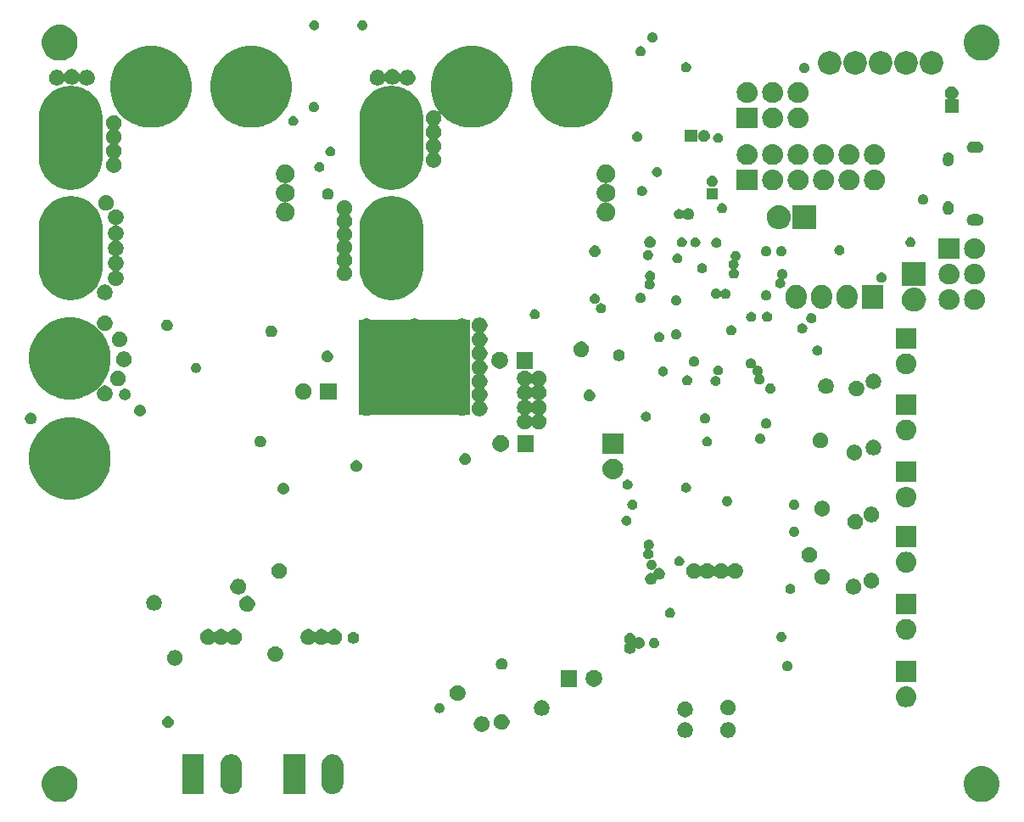
<source format=gbs>
%TF.GenerationSoftware,KiCad,Pcbnew,(5.0.0)*%
%TF.CreationDate,2019-06-24T20:52:02+03:00*%
%TF.ProjectId,Telemetry,54656C656D657472792E6B696361645F,0.1*%
%TF.SameCoordinates,Original*%
%TF.FileFunction,Soldermask,Bot*%
%TF.FilePolarity,Negative*%
%FSLAX46Y46*%
G04 Gerber Fmt 4.6, Leading zero omitted, Abs format (unit mm)*
G04 Created by KiCad (PCBNEW (5.0.0)) date 06/24/19 20:52:02*
%MOMM*%
%LPD*%
G01*
G04 APERTURE LIST*
%ADD10C,0.100000*%
G04 APERTURE END LIST*
D10*
G36*
X156519207Y-114288404D02*
X156519209Y-114288405D01*
X156519210Y-114288405D01*
X156843147Y-114422584D01*
X157134685Y-114617384D01*
X157382616Y-114865315D01*
X157577416Y-115156853D01*
X157577416Y-115156854D01*
X157711596Y-115480793D01*
X157780000Y-115824685D01*
X157780000Y-116175315D01*
X157711596Y-116519207D01*
X157711595Y-116519210D01*
X157577416Y-116843147D01*
X157382616Y-117134685D01*
X157134685Y-117382616D01*
X156843147Y-117577416D01*
X156519210Y-117711595D01*
X156519209Y-117711595D01*
X156519207Y-117711596D01*
X156175315Y-117780000D01*
X155824685Y-117780000D01*
X155480793Y-117711596D01*
X155480791Y-117711595D01*
X155480790Y-117711595D01*
X155156853Y-117577416D01*
X154865315Y-117382616D01*
X154617384Y-117134685D01*
X154422584Y-116843147D01*
X154288405Y-116519210D01*
X154288404Y-116519207D01*
X154220000Y-116175315D01*
X154220000Y-115824685D01*
X154288404Y-115480793D01*
X154422584Y-115156854D01*
X154422584Y-115156853D01*
X154617384Y-114865315D01*
X154865315Y-114617384D01*
X155156853Y-114422584D01*
X155480790Y-114288405D01*
X155480791Y-114288405D01*
X155480793Y-114288404D01*
X155824685Y-114220000D01*
X156175315Y-114220000D01*
X156519207Y-114288404D01*
X156519207Y-114288404D01*
G37*
G36*
X64519207Y-114288404D02*
X64519209Y-114288405D01*
X64519210Y-114288405D01*
X64843147Y-114422584D01*
X65134685Y-114617384D01*
X65382616Y-114865315D01*
X65577416Y-115156853D01*
X65577416Y-115156854D01*
X65711596Y-115480793D01*
X65780000Y-115824685D01*
X65780000Y-116175315D01*
X65711596Y-116519207D01*
X65711595Y-116519210D01*
X65577416Y-116843147D01*
X65382616Y-117134685D01*
X65134685Y-117382616D01*
X64843147Y-117577416D01*
X64519210Y-117711595D01*
X64519209Y-117711595D01*
X64519207Y-117711596D01*
X64175315Y-117780000D01*
X63824685Y-117780000D01*
X63480793Y-117711596D01*
X63480791Y-117711595D01*
X63480790Y-117711595D01*
X63156853Y-117577416D01*
X62865315Y-117382616D01*
X62617384Y-117134685D01*
X62422584Y-116843147D01*
X62288405Y-116519210D01*
X62288404Y-116519207D01*
X62220000Y-116175315D01*
X62220000Y-115824685D01*
X62288404Y-115480793D01*
X62422584Y-115156854D01*
X62422584Y-115156853D01*
X62617384Y-114865315D01*
X62865315Y-114617384D01*
X63156853Y-114422584D01*
X63480790Y-114288405D01*
X63480791Y-114288405D01*
X63480793Y-114288404D01*
X63824685Y-114220000D01*
X64175315Y-114220000D01*
X64519207Y-114288404D01*
X64519207Y-114288404D01*
G37*
G36*
X91421716Y-113035627D02*
X91507053Y-113061514D01*
X91625294Y-113097381D01*
X91665246Y-113118736D01*
X91812919Y-113197668D01*
X91977370Y-113332630D01*
X92112332Y-113497081D01*
X92191264Y-113644753D01*
X92212619Y-113684705D01*
X92248486Y-113802946D01*
X92274373Y-113888283D01*
X92290000Y-114046949D01*
X92290000Y-115953051D01*
X92274373Y-116111717D01*
X92248486Y-116197054D01*
X92212619Y-116315295D01*
X92212617Y-116315298D01*
X92112332Y-116502919D01*
X91977370Y-116667370D01*
X91812919Y-116802332D01*
X91665247Y-116881264D01*
X91625295Y-116902619D01*
X91507054Y-116938486D01*
X91421717Y-116964373D01*
X91210000Y-116985225D01*
X90998284Y-116964373D01*
X90912947Y-116938486D01*
X90794706Y-116902619D01*
X90754754Y-116881264D01*
X90607082Y-116802332D01*
X90442631Y-116667370D01*
X90307669Y-116502919D01*
X90207384Y-116315298D01*
X90207382Y-116315295D01*
X90171515Y-116197054D01*
X90145628Y-116111717D01*
X90130000Y-115953051D01*
X90130000Y-114046950D01*
X90145627Y-113888284D01*
X90171514Y-113802947D01*
X90207381Y-113684706D01*
X90228736Y-113644754D01*
X90307668Y-113497081D01*
X90442630Y-113332630D01*
X90607081Y-113197668D01*
X90754753Y-113118736D01*
X90794705Y-113097381D01*
X90912946Y-113061514D01*
X90998283Y-113035627D01*
X91210000Y-113014775D01*
X91421716Y-113035627D01*
X91421716Y-113035627D01*
G37*
G36*
X81321716Y-113035627D02*
X81407053Y-113061514D01*
X81525294Y-113097381D01*
X81565246Y-113118736D01*
X81712919Y-113197668D01*
X81877370Y-113332630D01*
X82012332Y-113497081D01*
X82091264Y-113644753D01*
X82112619Y-113684705D01*
X82148486Y-113802946D01*
X82174373Y-113888283D01*
X82190000Y-114046949D01*
X82190000Y-115953051D01*
X82174373Y-116111717D01*
X82148486Y-116197054D01*
X82112619Y-116315295D01*
X82112617Y-116315298D01*
X82012332Y-116502919D01*
X81877370Y-116667370D01*
X81712919Y-116802332D01*
X81565247Y-116881264D01*
X81525295Y-116902619D01*
X81407054Y-116938486D01*
X81321717Y-116964373D01*
X81110000Y-116985225D01*
X80898284Y-116964373D01*
X80812947Y-116938486D01*
X80694706Y-116902619D01*
X80654754Y-116881264D01*
X80507082Y-116802332D01*
X80342631Y-116667370D01*
X80207669Y-116502919D01*
X80107384Y-116315298D01*
X80107382Y-116315295D01*
X80071515Y-116197054D01*
X80045628Y-116111717D01*
X80030000Y-115953051D01*
X80030000Y-114046950D01*
X80045627Y-113888284D01*
X80071514Y-113802947D01*
X80107381Y-113684706D01*
X80128736Y-113644754D01*
X80207668Y-113497081D01*
X80342630Y-113332630D01*
X80507081Y-113197668D01*
X80654753Y-113118736D01*
X80694705Y-113097381D01*
X80812946Y-113061514D01*
X80898283Y-113035627D01*
X81110000Y-113014775D01*
X81321716Y-113035627D01*
X81321716Y-113035627D01*
G37*
G36*
X88480000Y-116980000D02*
X86320000Y-116980000D01*
X86320000Y-113020000D01*
X88480000Y-113020000D01*
X88480000Y-116980000D01*
X88480000Y-116980000D01*
G37*
G36*
X78380000Y-116980000D02*
X76220000Y-116980000D01*
X76220000Y-113020000D01*
X78380000Y-113020000D01*
X78380000Y-116980000D01*
X78380000Y-116980000D01*
G37*
G36*
X130927518Y-109849975D02*
X130992330Y-109876821D01*
X131069469Y-109908773D01*
X131197222Y-109994135D01*
X131305865Y-110102778D01*
X131350601Y-110169730D01*
X131391227Y-110230531D01*
X131450025Y-110372482D01*
X131480000Y-110523177D01*
X131480000Y-110676823D01*
X131450025Y-110827518D01*
X131450024Y-110827520D01*
X131391227Y-110969469D01*
X131305865Y-111097222D01*
X131197222Y-111205865D01*
X131069469Y-111291227D01*
X130927518Y-111350025D01*
X130776823Y-111380000D01*
X130623177Y-111380000D01*
X130472482Y-111350025D01*
X130330531Y-111291227D01*
X130202778Y-111205865D01*
X130094135Y-111097222D01*
X130008773Y-110969469D01*
X129949976Y-110827520D01*
X129949975Y-110827518D01*
X129920000Y-110676823D01*
X129920000Y-110523177D01*
X129949975Y-110372482D01*
X130008773Y-110230531D01*
X130049399Y-110169730D01*
X130094135Y-110102778D01*
X130202778Y-109994135D01*
X130330531Y-109908773D01*
X130407670Y-109876821D01*
X130472482Y-109849975D01*
X130623177Y-109820000D01*
X130776823Y-109820000D01*
X130927518Y-109849975D01*
X130927518Y-109849975D01*
G37*
G36*
X126627518Y-109849975D02*
X126692330Y-109876821D01*
X126769469Y-109908773D01*
X126897222Y-109994135D01*
X127005865Y-110102778D01*
X127050601Y-110169730D01*
X127091227Y-110230531D01*
X127150025Y-110372482D01*
X127180000Y-110523177D01*
X127180000Y-110676823D01*
X127150025Y-110827518D01*
X127150024Y-110827520D01*
X127091227Y-110969469D01*
X127005865Y-111097222D01*
X126897222Y-111205865D01*
X126769469Y-111291227D01*
X126627518Y-111350025D01*
X126476823Y-111380000D01*
X126323177Y-111380000D01*
X126172482Y-111350025D01*
X126030531Y-111291227D01*
X125902778Y-111205865D01*
X125794135Y-111097222D01*
X125708773Y-110969469D01*
X125649976Y-110827520D01*
X125649975Y-110827518D01*
X125620000Y-110676823D01*
X125620000Y-110523177D01*
X125649975Y-110372482D01*
X125708773Y-110230531D01*
X125749399Y-110169730D01*
X125794135Y-110102778D01*
X125902778Y-109994135D01*
X126030531Y-109908773D01*
X126107670Y-109876821D01*
X126172482Y-109849975D01*
X126323177Y-109820000D01*
X126476823Y-109820000D01*
X126627518Y-109849975D01*
X126627518Y-109849975D01*
G37*
G36*
X106327518Y-109249975D02*
X106448347Y-109300024D01*
X106469469Y-109308773D01*
X106597222Y-109394135D01*
X106705865Y-109502778D01*
X106720892Y-109525268D01*
X106791227Y-109630531D01*
X106850025Y-109772482D01*
X106880000Y-109923177D01*
X106880000Y-110076823D01*
X106850025Y-110227518D01*
X106814207Y-110313991D01*
X106791227Y-110369469D01*
X106705865Y-110497222D01*
X106597222Y-110605865D01*
X106491029Y-110676821D01*
X106469469Y-110691227D01*
X106327518Y-110750025D01*
X106176823Y-110780000D01*
X106023177Y-110780000D01*
X105872482Y-110750025D01*
X105730531Y-110691227D01*
X105708971Y-110676821D01*
X105602778Y-110605865D01*
X105494135Y-110497222D01*
X105408773Y-110369469D01*
X105385793Y-110313991D01*
X105349975Y-110227518D01*
X105320000Y-110076823D01*
X105320000Y-109923177D01*
X105349975Y-109772482D01*
X105408773Y-109630531D01*
X105479108Y-109525268D01*
X105494135Y-109502778D01*
X105602778Y-109394135D01*
X105730531Y-109308773D01*
X105751653Y-109300024D01*
X105872482Y-109249975D01*
X106023177Y-109220000D01*
X106176823Y-109220000D01*
X106327518Y-109249975D01*
X106327518Y-109249975D01*
G37*
G36*
X108327518Y-109049975D02*
X108327521Y-109049976D01*
X108327520Y-109049976D01*
X108469469Y-109108773D01*
X108597222Y-109194135D01*
X108705865Y-109302778D01*
X108766908Y-109394135D01*
X108791227Y-109430531D01*
X108850025Y-109572482D01*
X108880000Y-109723177D01*
X108880000Y-109876823D01*
X108850025Y-110027518D01*
X108850024Y-110027520D01*
X108791227Y-110169469D01*
X108705865Y-110297222D01*
X108597222Y-110405865D01*
X108469469Y-110491227D01*
X108327518Y-110550025D01*
X108176823Y-110580000D01*
X108023177Y-110580000D01*
X107872482Y-110550025D01*
X107730531Y-110491227D01*
X107602778Y-110405865D01*
X107494135Y-110297222D01*
X107408773Y-110169469D01*
X107349976Y-110027520D01*
X107349975Y-110027518D01*
X107320000Y-109876823D01*
X107320000Y-109723177D01*
X107349975Y-109572482D01*
X107408773Y-109430531D01*
X107433092Y-109394135D01*
X107494135Y-109302778D01*
X107602778Y-109194135D01*
X107730531Y-109108773D01*
X107872480Y-109049976D01*
X107872479Y-109049976D01*
X107872482Y-109049975D01*
X108023177Y-109020000D01*
X108176823Y-109020000D01*
X108327518Y-109049975D01*
X108327518Y-109049975D01*
G37*
G36*
X74969180Y-109242289D02*
X74969185Y-109242291D01*
X75074732Y-109286009D01*
X75169730Y-109349485D01*
X75250515Y-109430270D01*
X75313991Y-109525268D01*
X75357591Y-109630531D01*
X75357711Y-109630820D01*
X75380000Y-109742875D01*
X75380000Y-109857125D01*
X75357711Y-109969180D01*
X75357709Y-109969185D01*
X75313991Y-110074732D01*
X75250515Y-110169730D01*
X75169730Y-110250515D01*
X75074732Y-110313991D01*
X74969185Y-110357709D01*
X74969180Y-110357711D01*
X74857125Y-110380000D01*
X74742875Y-110380000D01*
X74630820Y-110357711D01*
X74630815Y-110357709D01*
X74525268Y-110313991D01*
X74430270Y-110250515D01*
X74349485Y-110169730D01*
X74286009Y-110074732D01*
X74242291Y-109969185D01*
X74242289Y-109969180D01*
X74220000Y-109857125D01*
X74220000Y-109742875D01*
X74242289Y-109630820D01*
X74242409Y-109630531D01*
X74286009Y-109525268D01*
X74349485Y-109430270D01*
X74430270Y-109349485D01*
X74525268Y-109286009D01*
X74630815Y-109242291D01*
X74630820Y-109242289D01*
X74742875Y-109220000D01*
X74857125Y-109220000D01*
X74969180Y-109242289D01*
X74969180Y-109242289D01*
G37*
G36*
X126627518Y-107799975D02*
X126627521Y-107799976D01*
X126627520Y-107799976D01*
X126769469Y-107858773D01*
X126897222Y-107944135D01*
X127005865Y-108052778D01*
X127052438Y-108122480D01*
X127091227Y-108180531D01*
X127150025Y-108322482D01*
X127180000Y-108473177D01*
X127180000Y-108626823D01*
X127150025Y-108777518D01*
X127150024Y-108777520D01*
X127091227Y-108919469D01*
X127005865Y-109047222D01*
X126897222Y-109155865D01*
X126801237Y-109220000D01*
X126769469Y-109241227D01*
X126627518Y-109300025D01*
X126476823Y-109330000D01*
X126323177Y-109330000D01*
X126172482Y-109300025D01*
X126030531Y-109241227D01*
X125998763Y-109220000D01*
X125902778Y-109155865D01*
X125794135Y-109047222D01*
X125708773Y-108919469D01*
X125649976Y-108777520D01*
X125649975Y-108777518D01*
X125620000Y-108626823D01*
X125620000Y-108473177D01*
X125649975Y-108322482D01*
X125708773Y-108180531D01*
X125747562Y-108122480D01*
X125794135Y-108052778D01*
X125902778Y-107944135D01*
X126030531Y-107858773D01*
X126172480Y-107799976D01*
X126172479Y-107799976D01*
X126172482Y-107799975D01*
X126323177Y-107770000D01*
X126476823Y-107770000D01*
X126627518Y-107799975D01*
X126627518Y-107799975D01*
G37*
G36*
X112327518Y-107649975D02*
X112348758Y-107658773D01*
X112469469Y-107708773D01*
X112597222Y-107794135D01*
X112705865Y-107902778D01*
X112757818Y-107980531D01*
X112791227Y-108030531D01*
X112850025Y-108172482D01*
X112880000Y-108323177D01*
X112880000Y-108476823D01*
X112850025Y-108627518D01*
X112850024Y-108627520D01*
X112791227Y-108769469D01*
X112705865Y-108897222D01*
X112597222Y-109005865D01*
X112531205Y-109049976D01*
X112469469Y-109091227D01*
X112327518Y-109150025D01*
X112176823Y-109180000D01*
X112023177Y-109180000D01*
X111872482Y-109150025D01*
X111730531Y-109091227D01*
X111668795Y-109049976D01*
X111602778Y-109005865D01*
X111494135Y-108897222D01*
X111408773Y-108769469D01*
X111349976Y-108627520D01*
X111349975Y-108627518D01*
X111320000Y-108476823D01*
X111320000Y-108323177D01*
X111349975Y-108172482D01*
X111408773Y-108030531D01*
X111442182Y-107980531D01*
X111494135Y-107902778D01*
X111602778Y-107794135D01*
X111730531Y-107708773D01*
X111851242Y-107658773D01*
X111872482Y-107649975D01*
X112023177Y-107620000D01*
X112176823Y-107620000D01*
X112327518Y-107649975D01*
X112327518Y-107649975D01*
G37*
G36*
X130927518Y-107599975D02*
X131048229Y-107649975D01*
X131069469Y-107658773D01*
X131197222Y-107744135D01*
X131305865Y-107852778D01*
X131391227Y-107980531D01*
X131450025Y-108122482D01*
X131480000Y-108273177D01*
X131480000Y-108426823D01*
X131450025Y-108577518D01*
X131424472Y-108639208D01*
X131391227Y-108719469D01*
X131305865Y-108847222D01*
X131197222Y-108955865D01*
X131101237Y-109020000D01*
X131069469Y-109041227D01*
X130927518Y-109100025D01*
X130776823Y-109130000D01*
X130623177Y-109130000D01*
X130472482Y-109100025D01*
X130330531Y-109041227D01*
X130298763Y-109020000D01*
X130202778Y-108955865D01*
X130094135Y-108847222D01*
X130008773Y-108719469D01*
X129975528Y-108639208D01*
X129949975Y-108577518D01*
X129920000Y-108426823D01*
X129920000Y-108273177D01*
X129949975Y-108122482D01*
X130008773Y-107980531D01*
X130094135Y-107852778D01*
X130202778Y-107744135D01*
X130330531Y-107658773D01*
X130351771Y-107649975D01*
X130472482Y-107599975D01*
X130623177Y-107570000D01*
X130776823Y-107570000D01*
X130927518Y-107599975D01*
X130927518Y-107599975D01*
G37*
G36*
X101974129Y-107899852D02*
X102047306Y-107914407D01*
X102139208Y-107952474D01*
X102221920Y-108007741D01*
X102292259Y-108078080D01*
X102347526Y-108160792D01*
X102385593Y-108252694D01*
X102405000Y-108350263D01*
X102405000Y-108449737D01*
X102385593Y-108547306D01*
X102347526Y-108639208D01*
X102292259Y-108721920D01*
X102221920Y-108792259D01*
X102139208Y-108847526D01*
X102047306Y-108885593D01*
X101974129Y-108900148D01*
X101949738Y-108905000D01*
X101850262Y-108905000D01*
X101825871Y-108900148D01*
X101752694Y-108885593D01*
X101660792Y-108847526D01*
X101578080Y-108792259D01*
X101507741Y-108721920D01*
X101452474Y-108639208D01*
X101414407Y-108547306D01*
X101395000Y-108449737D01*
X101395000Y-108350263D01*
X101414407Y-108252694D01*
X101452474Y-108160792D01*
X101507741Y-108078080D01*
X101578080Y-108007741D01*
X101660792Y-107952474D01*
X101752694Y-107914407D01*
X101825871Y-107899852D01*
X101850262Y-107895000D01*
X101949738Y-107895000D01*
X101974129Y-107899852D01*
X101974129Y-107899852D01*
G37*
G36*
X148651915Y-106274904D02*
X148846071Y-106333800D01*
X149025006Y-106429443D01*
X149181843Y-106558157D01*
X149310557Y-106714994D01*
X149406200Y-106893929D01*
X149465096Y-107088085D01*
X149484983Y-107290000D01*
X149465096Y-107491915D01*
X149406200Y-107686071D01*
X149310557Y-107865006D01*
X149181843Y-108021843D01*
X149025006Y-108150557D01*
X148846071Y-108246200D01*
X148651915Y-108305096D01*
X148500593Y-108320000D01*
X148399407Y-108320000D01*
X148248085Y-108305096D01*
X148053929Y-108246200D01*
X147874994Y-108150557D01*
X147718157Y-108021843D01*
X147589443Y-107865006D01*
X147493800Y-107686071D01*
X147434904Y-107491915D01*
X147415017Y-107290000D01*
X147434904Y-107088085D01*
X147493800Y-106893929D01*
X147589443Y-106714994D01*
X147718157Y-106558157D01*
X147874994Y-106429443D01*
X148053929Y-106333800D01*
X148248085Y-106274904D01*
X148399407Y-106260000D01*
X148500593Y-106260000D01*
X148651915Y-106274904D01*
X148651915Y-106274904D01*
G37*
G36*
X103927518Y-106149975D02*
X103927521Y-106149976D01*
X103927520Y-106149976D01*
X104069469Y-106208773D01*
X104197222Y-106294135D01*
X104305865Y-106402778D01*
X104391227Y-106530531D01*
X104450025Y-106672482D01*
X104480000Y-106823177D01*
X104480000Y-106976823D01*
X104450025Y-107127518D01*
X104450024Y-107127520D01*
X104391227Y-107269469D01*
X104305865Y-107397222D01*
X104197222Y-107505865D01*
X104101237Y-107570000D01*
X104069469Y-107591227D01*
X103927518Y-107650025D01*
X103776823Y-107680000D01*
X103623177Y-107680000D01*
X103472482Y-107650025D01*
X103330531Y-107591227D01*
X103298763Y-107570000D01*
X103202778Y-107505865D01*
X103094135Y-107397222D01*
X103008773Y-107269469D01*
X102949976Y-107127520D01*
X102949975Y-107127518D01*
X102920000Y-106976823D01*
X102920000Y-106823177D01*
X102949975Y-106672482D01*
X103008773Y-106530531D01*
X103094135Y-106402778D01*
X103202778Y-106294135D01*
X103330531Y-106208773D01*
X103472480Y-106149976D01*
X103472479Y-106149976D01*
X103472482Y-106149975D01*
X103623177Y-106120000D01*
X103776823Y-106120000D01*
X103927518Y-106149975D01*
X103927518Y-106149975D01*
G37*
G36*
X117542102Y-104651896D02*
X117542104Y-104651897D01*
X117542105Y-104651897D01*
X117693153Y-104714463D01*
X117829095Y-104805298D01*
X117944702Y-104920905D01*
X118035537Y-105056847D01*
X118098103Y-105207895D01*
X118130000Y-105368254D01*
X118130000Y-105531746D01*
X118098103Y-105692105D01*
X118035537Y-105843153D01*
X117944702Y-105979095D01*
X117829095Y-106094702D01*
X117693153Y-106185537D01*
X117542105Y-106248103D01*
X117542104Y-106248103D01*
X117542102Y-106248104D01*
X117381748Y-106280000D01*
X117218252Y-106280000D01*
X117057898Y-106248104D01*
X117057896Y-106248103D01*
X117057895Y-106248103D01*
X116906847Y-106185537D01*
X116770905Y-106094702D01*
X116655298Y-105979095D01*
X116564463Y-105843153D01*
X116501897Y-105692105D01*
X116470000Y-105531746D01*
X116470000Y-105368254D01*
X116501897Y-105207895D01*
X116564463Y-105056847D01*
X116655298Y-104920905D01*
X116770905Y-104805298D01*
X116906847Y-104714463D01*
X117057895Y-104651897D01*
X117057896Y-104651897D01*
X117057898Y-104651896D01*
X117218252Y-104620000D01*
X117381748Y-104620000D01*
X117542102Y-104651896D01*
X117542102Y-104651896D01*
G37*
G36*
X115630000Y-106280000D02*
X113970000Y-106280000D01*
X113970000Y-104620000D01*
X115630000Y-104620000D01*
X115630000Y-106280000D01*
X115630000Y-106280000D01*
G37*
G36*
X149480000Y-105780000D02*
X147420000Y-105780000D01*
X147420000Y-103720000D01*
X149480000Y-103720000D01*
X149480000Y-105780000D01*
X149480000Y-105780000D01*
G37*
G36*
X136674129Y-103699852D02*
X136747306Y-103714407D01*
X136839208Y-103752474D01*
X136921920Y-103807741D01*
X136992259Y-103878080D01*
X137047526Y-103960792D01*
X137085593Y-104052694D01*
X137086474Y-104057125D01*
X137104953Y-104150024D01*
X137105000Y-104150263D01*
X137105000Y-104249737D01*
X137085593Y-104347306D01*
X137047526Y-104439208D01*
X136992259Y-104521920D01*
X136921920Y-104592259D01*
X136839208Y-104647526D01*
X136747306Y-104685593D01*
X136674129Y-104700148D01*
X136649738Y-104705000D01*
X136550262Y-104705000D01*
X136525871Y-104700148D01*
X136452694Y-104685593D01*
X136360792Y-104647526D01*
X136278080Y-104592259D01*
X136207741Y-104521920D01*
X136152474Y-104439208D01*
X136114407Y-104347306D01*
X136095000Y-104249737D01*
X136095000Y-104150263D01*
X136095048Y-104150024D01*
X136113526Y-104057125D01*
X136114407Y-104052694D01*
X136152474Y-103960792D01*
X136207741Y-103878080D01*
X136278080Y-103807741D01*
X136360792Y-103752474D01*
X136452694Y-103714407D01*
X136525871Y-103699852D01*
X136550262Y-103695000D01*
X136649738Y-103695000D01*
X136674129Y-103699852D01*
X136674129Y-103699852D01*
G37*
G36*
X108269180Y-103442289D02*
X108269185Y-103442291D01*
X108374732Y-103486009D01*
X108469730Y-103549485D01*
X108550515Y-103630270D01*
X108613991Y-103725268D01*
X108657709Y-103830815D01*
X108657711Y-103830820D01*
X108680000Y-103942875D01*
X108680000Y-104057125D01*
X108657711Y-104169180D01*
X108657709Y-104169185D01*
X108613991Y-104274732D01*
X108550515Y-104369730D01*
X108469730Y-104450515D01*
X108374732Y-104513991D01*
X108269185Y-104557709D01*
X108269180Y-104557711D01*
X108157125Y-104580000D01*
X108042875Y-104580000D01*
X107930820Y-104557711D01*
X107930815Y-104557709D01*
X107825268Y-104513991D01*
X107730270Y-104450515D01*
X107649485Y-104369730D01*
X107586009Y-104274732D01*
X107542291Y-104169185D01*
X107542289Y-104169180D01*
X107520000Y-104057125D01*
X107520000Y-103942875D01*
X107542289Y-103830820D01*
X107542291Y-103830815D01*
X107586009Y-103725268D01*
X107649485Y-103630270D01*
X107730270Y-103549485D01*
X107825268Y-103486009D01*
X107930815Y-103442291D01*
X107930820Y-103442289D01*
X108042875Y-103420000D01*
X108157125Y-103420000D01*
X108269180Y-103442289D01*
X108269180Y-103442289D01*
G37*
G36*
X75727518Y-102649975D02*
X75787289Y-102674733D01*
X75869469Y-102708773D01*
X75997222Y-102794135D01*
X76105865Y-102902778D01*
X76142570Y-102957711D01*
X76191227Y-103030531D01*
X76250025Y-103172482D01*
X76280000Y-103323177D01*
X76280000Y-103476823D01*
X76250025Y-103627518D01*
X76250024Y-103627520D01*
X76191227Y-103769469D01*
X76105865Y-103897222D01*
X75997222Y-104005865D01*
X75927133Y-104052697D01*
X75869469Y-104091227D01*
X75727518Y-104150025D01*
X75576823Y-104180000D01*
X75423177Y-104180000D01*
X75272482Y-104150025D01*
X75130531Y-104091227D01*
X75072867Y-104052697D01*
X75002778Y-104005865D01*
X74894135Y-103897222D01*
X74808773Y-103769469D01*
X74749976Y-103627520D01*
X74749975Y-103627518D01*
X74720000Y-103476823D01*
X74720000Y-103323177D01*
X74749975Y-103172482D01*
X74808773Y-103030531D01*
X74857430Y-102957711D01*
X74894135Y-102902778D01*
X75002778Y-102794135D01*
X75130531Y-102708773D01*
X75212711Y-102674733D01*
X75272482Y-102649975D01*
X75423177Y-102620000D01*
X75576823Y-102620000D01*
X75727518Y-102649975D01*
X75727518Y-102649975D01*
G37*
G36*
X85727518Y-102249975D02*
X85727521Y-102249976D01*
X85727520Y-102249976D01*
X85869469Y-102308773D01*
X85997222Y-102394135D01*
X86105865Y-102502778D01*
X86150233Y-102569180D01*
X86191227Y-102630531D01*
X86250025Y-102772482D01*
X86280000Y-102923177D01*
X86280000Y-103076823D01*
X86250025Y-103227518D01*
X86250024Y-103227520D01*
X86191227Y-103369469D01*
X86105865Y-103497222D01*
X85997222Y-103605865D01*
X85960697Y-103630270D01*
X85869469Y-103691227D01*
X85727518Y-103750025D01*
X85576823Y-103780000D01*
X85423177Y-103780000D01*
X85272482Y-103750025D01*
X85130531Y-103691227D01*
X85039303Y-103630270D01*
X85002778Y-103605865D01*
X84894135Y-103497222D01*
X84808773Y-103369469D01*
X84749976Y-103227520D01*
X84749975Y-103227518D01*
X84720000Y-103076823D01*
X84720000Y-102923177D01*
X84749975Y-102772482D01*
X84808773Y-102630531D01*
X84849767Y-102569180D01*
X84894135Y-102502778D01*
X85002778Y-102394135D01*
X85130531Y-102308773D01*
X85272480Y-102249976D01*
X85272479Y-102249976D01*
X85272482Y-102249975D01*
X85423177Y-102220000D01*
X85576823Y-102220000D01*
X85727518Y-102249975D01*
X85727518Y-102249975D01*
G37*
G36*
X121069180Y-100942289D02*
X121069185Y-100942291D01*
X121174732Y-100986009D01*
X121269730Y-101049485D01*
X121350515Y-101130270D01*
X121413991Y-101225268D01*
X121453229Y-101320000D01*
X121457711Y-101330820D01*
X121466567Y-101375344D01*
X121468275Y-101380972D01*
X121471047Y-101386158D01*
X121474778Y-101390704D01*
X121479324Y-101394435D01*
X121484511Y-101397207D01*
X121490138Y-101398915D01*
X121495991Y-101399491D01*
X121501844Y-101398915D01*
X121507472Y-101397207D01*
X121512658Y-101394435D01*
X121525268Y-101386009D01*
X121630815Y-101342291D01*
X121630820Y-101342289D01*
X121742875Y-101320000D01*
X121857125Y-101320000D01*
X121969180Y-101342289D01*
X121969185Y-101342291D01*
X122074732Y-101386009D01*
X122169730Y-101449485D01*
X122250515Y-101530270D01*
X122313991Y-101625268D01*
X122357709Y-101730815D01*
X122357711Y-101730820D01*
X122380000Y-101842875D01*
X122380000Y-101957125D01*
X122357711Y-102069180D01*
X122357709Y-102069185D01*
X122313991Y-102174732D01*
X122250515Y-102269730D01*
X122169730Y-102350515D01*
X122074732Y-102413991D01*
X121970600Y-102457123D01*
X121969180Y-102457711D01*
X121857125Y-102480000D01*
X121742875Y-102480000D01*
X121630820Y-102457711D01*
X121629400Y-102457123D01*
X121523720Y-102413349D01*
X121521488Y-102412156D01*
X121515860Y-102410447D01*
X121510008Y-102409869D01*
X121504155Y-102410444D01*
X121498527Y-102412150D01*
X121493339Y-102414921D01*
X121488792Y-102418650D01*
X121485060Y-102423195D01*
X121482287Y-102428381D01*
X121480578Y-102434009D01*
X121480000Y-102439869D01*
X121480000Y-102457125D01*
X121457711Y-102569180D01*
X121457709Y-102569185D01*
X121413991Y-102674732D01*
X121350515Y-102769730D01*
X121269730Y-102850515D01*
X121174732Y-102913991D01*
X121069185Y-102957709D01*
X121069180Y-102957711D01*
X120957125Y-102980000D01*
X120842875Y-102980000D01*
X120730820Y-102957711D01*
X120730815Y-102957709D01*
X120625268Y-102913991D01*
X120530270Y-102850515D01*
X120449485Y-102769730D01*
X120386009Y-102674732D01*
X120342291Y-102569185D01*
X120342289Y-102569180D01*
X120320000Y-102457125D01*
X120320000Y-102342875D01*
X120342289Y-102230820D01*
X120342291Y-102230815D01*
X120386009Y-102125268D01*
X120449485Y-102030270D01*
X120508542Y-101971213D01*
X120512273Y-101966667D01*
X120515045Y-101961481D01*
X120516753Y-101955853D01*
X120517329Y-101950000D01*
X120516753Y-101944147D01*
X120515045Y-101938519D01*
X120512273Y-101933333D01*
X120508542Y-101928787D01*
X120449485Y-101869730D01*
X120386009Y-101774732D01*
X120342291Y-101669185D01*
X120342289Y-101669180D01*
X120320000Y-101557125D01*
X120320000Y-101442875D01*
X120342289Y-101330820D01*
X120346771Y-101320000D01*
X120386009Y-101225268D01*
X120449485Y-101130270D01*
X120530270Y-101049485D01*
X120625268Y-100986009D01*
X120730815Y-100942291D01*
X120730820Y-100942289D01*
X120842875Y-100920000D01*
X120957125Y-100920000D01*
X121069180Y-100942289D01*
X121069180Y-100942289D01*
G37*
G36*
X123360833Y-101397207D02*
X123447306Y-101414407D01*
X123539208Y-101452474D01*
X123621920Y-101507741D01*
X123692259Y-101578080D01*
X123747526Y-101660792D01*
X123785593Y-101752694D01*
X123800148Y-101825871D01*
X123805000Y-101850262D01*
X123805000Y-101949738D01*
X123803414Y-101957709D01*
X123785593Y-102047306D01*
X123747526Y-102139208D01*
X123692259Y-102221920D01*
X123621920Y-102292259D01*
X123539208Y-102347526D01*
X123447306Y-102385593D01*
X123374129Y-102400148D01*
X123349738Y-102405000D01*
X123250262Y-102405000D01*
X123225871Y-102400148D01*
X123152694Y-102385593D01*
X123060792Y-102347526D01*
X122978080Y-102292259D01*
X122907741Y-102221920D01*
X122852474Y-102139208D01*
X122814407Y-102047306D01*
X122796586Y-101957709D01*
X122795000Y-101949738D01*
X122795000Y-101850262D01*
X122799852Y-101825871D01*
X122814407Y-101752694D01*
X122852474Y-101660792D01*
X122907741Y-101578080D01*
X122978080Y-101507741D01*
X123060792Y-101452474D01*
X123152694Y-101414407D01*
X123239167Y-101397207D01*
X123250262Y-101395000D01*
X123349738Y-101395000D01*
X123360833Y-101397207D01*
X123360833Y-101397207D01*
G37*
G36*
X89027518Y-100549975D02*
X89027521Y-100549976D01*
X89027520Y-100549976D01*
X89169469Y-100608773D01*
X89297222Y-100694135D01*
X89405865Y-100802778D01*
X89425056Y-100831499D01*
X89428787Y-100836045D01*
X89433333Y-100839776D01*
X89438520Y-100842548D01*
X89444147Y-100844256D01*
X89450000Y-100844832D01*
X89455853Y-100844256D01*
X89461481Y-100842548D01*
X89466667Y-100839776D01*
X89471213Y-100836045D01*
X89474944Y-100831499D01*
X89494135Y-100802778D01*
X89602778Y-100694135D01*
X89730531Y-100608773D01*
X89872480Y-100549976D01*
X89872479Y-100549976D01*
X89872482Y-100549975D01*
X90023177Y-100520000D01*
X90176823Y-100520000D01*
X90327518Y-100549975D01*
X90327521Y-100549976D01*
X90327520Y-100549976D01*
X90469469Y-100608773D01*
X90597222Y-100694135D01*
X90705865Y-100802778D01*
X90725056Y-100831499D01*
X90728787Y-100836045D01*
X90733333Y-100839776D01*
X90738520Y-100842548D01*
X90744147Y-100844256D01*
X90750000Y-100844832D01*
X90755853Y-100844256D01*
X90761481Y-100842548D01*
X90766667Y-100839776D01*
X90771213Y-100836045D01*
X90774944Y-100831499D01*
X90794135Y-100802778D01*
X90902778Y-100694135D01*
X91030531Y-100608773D01*
X91172480Y-100549976D01*
X91172479Y-100549976D01*
X91172482Y-100549975D01*
X91323177Y-100520000D01*
X91476823Y-100520000D01*
X91627518Y-100549975D01*
X91627521Y-100549976D01*
X91627520Y-100549976D01*
X91769469Y-100608773D01*
X91897222Y-100694135D01*
X92005865Y-100802778D01*
X92075999Y-100907741D01*
X92091227Y-100930531D01*
X92150025Y-101072482D01*
X92180000Y-101223177D01*
X92180000Y-101376823D01*
X92150025Y-101527518D01*
X92129081Y-101578082D01*
X92091227Y-101669469D01*
X92005865Y-101797222D01*
X91897222Y-101905865D01*
X91799422Y-101971213D01*
X91769469Y-101991227D01*
X91627518Y-102050025D01*
X91476823Y-102080000D01*
X91323177Y-102080000D01*
X91172482Y-102050025D01*
X91030531Y-101991227D01*
X91000578Y-101971213D01*
X90902778Y-101905865D01*
X90794135Y-101797222D01*
X90774944Y-101768501D01*
X90771213Y-101763955D01*
X90766667Y-101760224D01*
X90761480Y-101757452D01*
X90755853Y-101755744D01*
X90750000Y-101755168D01*
X90744147Y-101755744D01*
X90738519Y-101757452D01*
X90733333Y-101760224D01*
X90728787Y-101763955D01*
X90725056Y-101768501D01*
X90705865Y-101797222D01*
X90597222Y-101905865D01*
X90499422Y-101971213D01*
X90469469Y-101991227D01*
X90327518Y-102050025D01*
X90176823Y-102080000D01*
X90023177Y-102080000D01*
X89872482Y-102050025D01*
X89730531Y-101991227D01*
X89700578Y-101971213D01*
X89602778Y-101905865D01*
X89494135Y-101797222D01*
X89474944Y-101768501D01*
X89471213Y-101763955D01*
X89466667Y-101760224D01*
X89461480Y-101757452D01*
X89455853Y-101755744D01*
X89450000Y-101755168D01*
X89444147Y-101755744D01*
X89438519Y-101757452D01*
X89433333Y-101760224D01*
X89428787Y-101763955D01*
X89425056Y-101768501D01*
X89405865Y-101797222D01*
X89297222Y-101905865D01*
X89199422Y-101971213D01*
X89169469Y-101991227D01*
X89027518Y-102050025D01*
X88876823Y-102080000D01*
X88723177Y-102080000D01*
X88572482Y-102050025D01*
X88430531Y-101991227D01*
X88400578Y-101971213D01*
X88302778Y-101905865D01*
X88194135Y-101797222D01*
X88108773Y-101669469D01*
X88070919Y-101578082D01*
X88049975Y-101527518D01*
X88020000Y-101376823D01*
X88020000Y-101223177D01*
X88049975Y-101072482D01*
X88108773Y-100930531D01*
X88124001Y-100907741D01*
X88194135Y-100802778D01*
X88302778Y-100694135D01*
X88430531Y-100608773D01*
X88572480Y-100549976D01*
X88572479Y-100549976D01*
X88572482Y-100549975D01*
X88723177Y-100520000D01*
X88876823Y-100520000D01*
X89027518Y-100549975D01*
X89027518Y-100549975D01*
G37*
G36*
X79027518Y-100549975D02*
X79027521Y-100549976D01*
X79027520Y-100549976D01*
X79169469Y-100608773D01*
X79297222Y-100694135D01*
X79405865Y-100802778D01*
X79425056Y-100831499D01*
X79428787Y-100836045D01*
X79433333Y-100839776D01*
X79438520Y-100842548D01*
X79444147Y-100844256D01*
X79450000Y-100844832D01*
X79455853Y-100844256D01*
X79461481Y-100842548D01*
X79466667Y-100839776D01*
X79471213Y-100836045D01*
X79474944Y-100831499D01*
X79494135Y-100802778D01*
X79602778Y-100694135D01*
X79730531Y-100608773D01*
X79872480Y-100549976D01*
X79872479Y-100549976D01*
X79872482Y-100549975D01*
X80023177Y-100520000D01*
X80176823Y-100520000D01*
X80327518Y-100549975D01*
X80327521Y-100549976D01*
X80327520Y-100549976D01*
X80469469Y-100608773D01*
X80597222Y-100694135D01*
X80705865Y-100802778D01*
X80725056Y-100831499D01*
X80728787Y-100836045D01*
X80733333Y-100839776D01*
X80738520Y-100842548D01*
X80744147Y-100844256D01*
X80750000Y-100844832D01*
X80755853Y-100844256D01*
X80761481Y-100842548D01*
X80766667Y-100839776D01*
X80771213Y-100836045D01*
X80774944Y-100831499D01*
X80794135Y-100802778D01*
X80902778Y-100694135D01*
X81030531Y-100608773D01*
X81172480Y-100549976D01*
X81172479Y-100549976D01*
X81172482Y-100549975D01*
X81323177Y-100520000D01*
X81476823Y-100520000D01*
X81627518Y-100549975D01*
X81627521Y-100549976D01*
X81627520Y-100549976D01*
X81769469Y-100608773D01*
X81897222Y-100694135D01*
X82005865Y-100802778D01*
X82075999Y-100907741D01*
X82091227Y-100930531D01*
X82150025Y-101072482D01*
X82180000Y-101223177D01*
X82180000Y-101376823D01*
X82150025Y-101527518D01*
X82129081Y-101578082D01*
X82091227Y-101669469D01*
X82005865Y-101797222D01*
X81897222Y-101905865D01*
X81799422Y-101971213D01*
X81769469Y-101991227D01*
X81627518Y-102050025D01*
X81476823Y-102080000D01*
X81323177Y-102080000D01*
X81172482Y-102050025D01*
X81030531Y-101991227D01*
X81000578Y-101971213D01*
X80902778Y-101905865D01*
X80794135Y-101797222D01*
X80774944Y-101768501D01*
X80771213Y-101763955D01*
X80766667Y-101760224D01*
X80761480Y-101757452D01*
X80755853Y-101755744D01*
X80750000Y-101755168D01*
X80744147Y-101755744D01*
X80738519Y-101757452D01*
X80733333Y-101760224D01*
X80728787Y-101763955D01*
X80725056Y-101768501D01*
X80705865Y-101797222D01*
X80597222Y-101905865D01*
X80499422Y-101971213D01*
X80469469Y-101991227D01*
X80327518Y-102050025D01*
X80176823Y-102080000D01*
X80023177Y-102080000D01*
X79872482Y-102050025D01*
X79730531Y-101991227D01*
X79700578Y-101971213D01*
X79602778Y-101905865D01*
X79494135Y-101797222D01*
X79474944Y-101768501D01*
X79471213Y-101763955D01*
X79466667Y-101760224D01*
X79461480Y-101757452D01*
X79455853Y-101755744D01*
X79450000Y-101755168D01*
X79444147Y-101755744D01*
X79438519Y-101757452D01*
X79433333Y-101760224D01*
X79428787Y-101763955D01*
X79425056Y-101768501D01*
X79405865Y-101797222D01*
X79297222Y-101905865D01*
X79199422Y-101971213D01*
X79169469Y-101991227D01*
X79027518Y-102050025D01*
X78876823Y-102080000D01*
X78723177Y-102080000D01*
X78572482Y-102050025D01*
X78430531Y-101991227D01*
X78400578Y-101971213D01*
X78302778Y-101905865D01*
X78194135Y-101797222D01*
X78108773Y-101669469D01*
X78070919Y-101578082D01*
X78049975Y-101527518D01*
X78020000Y-101376823D01*
X78020000Y-101223177D01*
X78049975Y-101072482D01*
X78108773Y-100930531D01*
X78124001Y-100907741D01*
X78194135Y-100802778D01*
X78302778Y-100694135D01*
X78430531Y-100608773D01*
X78572480Y-100549976D01*
X78572479Y-100549976D01*
X78572482Y-100549975D01*
X78723177Y-100520000D01*
X78876823Y-100520000D01*
X79027518Y-100549975D01*
X79027518Y-100549975D01*
G37*
G36*
X93469180Y-100842289D02*
X93469185Y-100842291D01*
X93574732Y-100886009D01*
X93669730Y-100949485D01*
X93750515Y-101030270D01*
X93813991Y-101125268D01*
X93854545Y-101223177D01*
X93857711Y-101230820D01*
X93880000Y-101342875D01*
X93880000Y-101457125D01*
X93857711Y-101569180D01*
X93857709Y-101569185D01*
X93813991Y-101674732D01*
X93750515Y-101769730D01*
X93669730Y-101850515D01*
X93574732Y-101913991D01*
X93473666Y-101955853D01*
X93469180Y-101957711D01*
X93357125Y-101980000D01*
X93242875Y-101980000D01*
X93130820Y-101957711D01*
X93126334Y-101955853D01*
X93025268Y-101913991D01*
X92930270Y-101850515D01*
X92849485Y-101769730D01*
X92786009Y-101674732D01*
X92742291Y-101569185D01*
X92742289Y-101569180D01*
X92720000Y-101457125D01*
X92720000Y-101342875D01*
X92742289Y-101230820D01*
X92745455Y-101223177D01*
X92786009Y-101125268D01*
X92849485Y-101030270D01*
X92930270Y-100949485D01*
X93025268Y-100886009D01*
X93130815Y-100842291D01*
X93130820Y-100842289D01*
X93242875Y-100820000D01*
X93357125Y-100820000D01*
X93469180Y-100842289D01*
X93469180Y-100842289D01*
G37*
G36*
X136074139Y-100799852D02*
X136147316Y-100814407D01*
X136239218Y-100852474D01*
X136321930Y-100907741D01*
X136392269Y-100978080D01*
X136447536Y-101060792D01*
X136485603Y-101152694D01*
X136505010Y-101250263D01*
X136505010Y-101349737D01*
X136485603Y-101447306D01*
X136447536Y-101539208D01*
X136392269Y-101621920D01*
X136321930Y-101692259D01*
X136239218Y-101747526D01*
X136147316Y-101785593D01*
X136074139Y-101800148D01*
X136049748Y-101805000D01*
X135950272Y-101805000D01*
X135925881Y-101800148D01*
X135852704Y-101785593D01*
X135760802Y-101747526D01*
X135678090Y-101692259D01*
X135607751Y-101621920D01*
X135552484Y-101539208D01*
X135514417Y-101447306D01*
X135495010Y-101349737D01*
X135495010Y-101250263D01*
X135514417Y-101152694D01*
X135552484Y-101060792D01*
X135607751Y-100978080D01*
X135678090Y-100907741D01*
X135760802Y-100852474D01*
X135852704Y-100814407D01*
X135925881Y-100799852D01*
X135950272Y-100795000D01*
X136049748Y-100795000D01*
X136074139Y-100799852D01*
X136074139Y-100799852D01*
G37*
G36*
X148651915Y-99524904D02*
X148846071Y-99583800D01*
X149025006Y-99679443D01*
X149181843Y-99808157D01*
X149310557Y-99964994D01*
X149406200Y-100143929D01*
X149465096Y-100338085D01*
X149484983Y-100540000D01*
X149465096Y-100741915D01*
X149406200Y-100936071D01*
X149310557Y-101115006D01*
X149181843Y-101271843D01*
X149025006Y-101400557D01*
X148846071Y-101496200D01*
X148651915Y-101555096D01*
X148500593Y-101570000D01*
X148399407Y-101570000D01*
X148248085Y-101555096D01*
X148053929Y-101496200D01*
X147874994Y-101400557D01*
X147718157Y-101271843D01*
X147589443Y-101115006D01*
X147493800Y-100936071D01*
X147434904Y-100741915D01*
X147415017Y-100540000D01*
X147434904Y-100338085D01*
X147493800Y-100143929D01*
X147589443Y-99964994D01*
X147718157Y-99808157D01*
X147874994Y-99679443D01*
X148053929Y-99583800D01*
X148248085Y-99524904D01*
X148399407Y-99510000D01*
X148500593Y-99510000D01*
X148651915Y-99524904D01*
X148651915Y-99524904D01*
G37*
G36*
X124974129Y-98399852D02*
X125047306Y-98414407D01*
X125139208Y-98452474D01*
X125221920Y-98507741D01*
X125292259Y-98578080D01*
X125347526Y-98660792D01*
X125385593Y-98752694D01*
X125405000Y-98850263D01*
X125405000Y-98949737D01*
X125385593Y-99047306D01*
X125347526Y-99139208D01*
X125292259Y-99221920D01*
X125221920Y-99292259D01*
X125139208Y-99347526D01*
X125047306Y-99385593D01*
X124974129Y-99400148D01*
X124949738Y-99405000D01*
X124850262Y-99405000D01*
X124825871Y-99400148D01*
X124752694Y-99385593D01*
X124660792Y-99347526D01*
X124578080Y-99292259D01*
X124507741Y-99221920D01*
X124452474Y-99139208D01*
X124414407Y-99047306D01*
X124395000Y-98949737D01*
X124395000Y-98850263D01*
X124414407Y-98752694D01*
X124452474Y-98660792D01*
X124507741Y-98578080D01*
X124578080Y-98507741D01*
X124660792Y-98452474D01*
X124752694Y-98414407D01*
X124825871Y-98399852D01*
X124850262Y-98395000D01*
X124949738Y-98395000D01*
X124974129Y-98399852D01*
X124974129Y-98399852D01*
G37*
G36*
X149480000Y-99030000D02*
X147420000Y-99030000D01*
X147420000Y-96970000D01*
X149480000Y-96970000D01*
X149480000Y-99030000D01*
X149480000Y-99030000D01*
G37*
G36*
X82927518Y-97249975D02*
X82927521Y-97249976D01*
X82927520Y-97249976D01*
X83069469Y-97308773D01*
X83197222Y-97394135D01*
X83305865Y-97502778D01*
X83391227Y-97630531D01*
X83450025Y-97772482D01*
X83480000Y-97923177D01*
X83480000Y-98076823D01*
X83450025Y-98227518D01*
X83450024Y-98227520D01*
X83391227Y-98369469D01*
X83305865Y-98497222D01*
X83197222Y-98605865D01*
X83086271Y-98680000D01*
X83069469Y-98691227D01*
X82927518Y-98750025D01*
X82776823Y-98780000D01*
X82623177Y-98780000D01*
X82472482Y-98750025D01*
X82330531Y-98691227D01*
X82313729Y-98680000D01*
X82202778Y-98605865D01*
X82094135Y-98497222D01*
X82008773Y-98369469D01*
X81949976Y-98227520D01*
X81949975Y-98227518D01*
X81920000Y-98076823D01*
X81920000Y-97923177D01*
X81949975Y-97772482D01*
X82008773Y-97630531D01*
X82094135Y-97502778D01*
X82202778Y-97394135D01*
X82330531Y-97308773D01*
X82472480Y-97249976D01*
X82472479Y-97249976D01*
X82472482Y-97249975D01*
X82623177Y-97220000D01*
X82776823Y-97220000D01*
X82927518Y-97249975D01*
X82927518Y-97249975D01*
G37*
G36*
X73627518Y-97149975D02*
X73627521Y-97149976D01*
X73627520Y-97149976D01*
X73769469Y-97208773D01*
X73897222Y-97294135D01*
X74005865Y-97402778D01*
X74072683Y-97502778D01*
X74091227Y-97530531D01*
X74150025Y-97672482D01*
X74180000Y-97823177D01*
X74180000Y-97976823D01*
X74150025Y-98127518D01*
X74150024Y-98127520D01*
X74091227Y-98269469D01*
X74005865Y-98397222D01*
X73897222Y-98505865D01*
X73789145Y-98578080D01*
X73769469Y-98591227D01*
X73627518Y-98650025D01*
X73476823Y-98680000D01*
X73323177Y-98680000D01*
X73172482Y-98650025D01*
X73030531Y-98591227D01*
X73010855Y-98578080D01*
X72902778Y-98505865D01*
X72794135Y-98397222D01*
X72708773Y-98269469D01*
X72649976Y-98127520D01*
X72649975Y-98127518D01*
X72620000Y-97976823D01*
X72620000Y-97823177D01*
X72649975Y-97672482D01*
X72708773Y-97530531D01*
X72727317Y-97502778D01*
X72794135Y-97402778D01*
X72902778Y-97294135D01*
X73030531Y-97208773D01*
X73172480Y-97149976D01*
X73172479Y-97149976D01*
X73172482Y-97149975D01*
X73323177Y-97120000D01*
X73476823Y-97120000D01*
X73627518Y-97149975D01*
X73627518Y-97149975D01*
G37*
G36*
X143427518Y-95549975D02*
X143472106Y-95568444D01*
X143569469Y-95608773D01*
X143697222Y-95694135D01*
X143805865Y-95802778D01*
X143850601Y-95869730D01*
X143891227Y-95930531D01*
X143950025Y-96072482D01*
X143980000Y-96223177D01*
X143980000Y-96376823D01*
X143950025Y-96527518D01*
X143940821Y-96549738D01*
X143891227Y-96669469D01*
X143805865Y-96797222D01*
X143697222Y-96905865D01*
X143634872Y-96947526D01*
X143569469Y-96991227D01*
X143427518Y-97050025D01*
X143276823Y-97080000D01*
X143123177Y-97080000D01*
X142972482Y-97050025D01*
X142830531Y-96991227D01*
X142765128Y-96947526D01*
X142702778Y-96905865D01*
X142594135Y-96797222D01*
X142508773Y-96669469D01*
X142459179Y-96549738D01*
X142449975Y-96527518D01*
X142420000Y-96376823D01*
X142420000Y-96223177D01*
X142449975Y-96072482D01*
X142508773Y-95930531D01*
X142549399Y-95869730D01*
X142594135Y-95802778D01*
X142702778Y-95694135D01*
X142830531Y-95608773D01*
X142927894Y-95568444D01*
X142972482Y-95549975D01*
X143123177Y-95520000D01*
X143276823Y-95520000D01*
X143427518Y-95549975D01*
X143427518Y-95549975D01*
G37*
G36*
X82027518Y-95549975D02*
X82072106Y-95568444D01*
X82169469Y-95608773D01*
X82297222Y-95694135D01*
X82405865Y-95802778D01*
X82450601Y-95869730D01*
X82491227Y-95930531D01*
X82550025Y-96072482D01*
X82580000Y-96223177D01*
X82580000Y-96376823D01*
X82550025Y-96527518D01*
X82540821Y-96549738D01*
X82491227Y-96669469D01*
X82405865Y-96797222D01*
X82297222Y-96905865D01*
X82234872Y-96947526D01*
X82169469Y-96991227D01*
X82027518Y-97050025D01*
X81876823Y-97080000D01*
X81723177Y-97080000D01*
X81572482Y-97050025D01*
X81430531Y-96991227D01*
X81365128Y-96947526D01*
X81302778Y-96905865D01*
X81194135Y-96797222D01*
X81108773Y-96669469D01*
X81059179Y-96549738D01*
X81049975Y-96527518D01*
X81020000Y-96376823D01*
X81020000Y-96223177D01*
X81049975Y-96072482D01*
X81108773Y-95930531D01*
X81149399Y-95869730D01*
X81194135Y-95802778D01*
X81302778Y-95694135D01*
X81430531Y-95608773D01*
X81527894Y-95568444D01*
X81572482Y-95549975D01*
X81723177Y-95520000D01*
X81876823Y-95520000D01*
X82027518Y-95549975D01*
X82027518Y-95549975D01*
G37*
G36*
X136974129Y-95999852D02*
X137047306Y-96014407D01*
X137139208Y-96052474D01*
X137221920Y-96107741D01*
X137292259Y-96178080D01*
X137347526Y-96260792D01*
X137385593Y-96352694D01*
X137390392Y-96376821D01*
X137404953Y-96450024D01*
X137405000Y-96450263D01*
X137405000Y-96549737D01*
X137385593Y-96647306D01*
X137347526Y-96739208D01*
X137292259Y-96821920D01*
X137221920Y-96892259D01*
X137139208Y-96947526D01*
X137047306Y-96985593D01*
X136974129Y-97000148D01*
X136949738Y-97005000D01*
X136850262Y-97005000D01*
X136825871Y-97000148D01*
X136752694Y-96985593D01*
X136660792Y-96947526D01*
X136578080Y-96892259D01*
X136507741Y-96821920D01*
X136452474Y-96739208D01*
X136414407Y-96647306D01*
X136395000Y-96549737D01*
X136395000Y-96450263D01*
X136395048Y-96450024D01*
X136409608Y-96376821D01*
X136414407Y-96352694D01*
X136452474Y-96260792D01*
X136507741Y-96178080D01*
X136578080Y-96107741D01*
X136660792Y-96052474D01*
X136752694Y-96014407D01*
X136825871Y-95999852D01*
X136850262Y-95995000D01*
X136949738Y-95995000D01*
X136974129Y-95999852D01*
X136974129Y-95999852D01*
G37*
G36*
X145227518Y-94949975D02*
X145369469Y-95008773D01*
X145497222Y-95094135D01*
X145605865Y-95202778D01*
X145620892Y-95225268D01*
X145691227Y-95330531D01*
X145750025Y-95472482D01*
X145780000Y-95623177D01*
X145780000Y-95776823D01*
X145750025Y-95927518D01*
X145714207Y-96013991D01*
X145691227Y-96069469D01*
X145605865Y-96197222D01*
X145497222Y-96305865D01*
X145427133Y-96352697D01*
X145369469Y-96391227D01*
X145227518Y-96450025D01*
X145076823Y-96480000D01*
X144923177Y-96480000D01*
X144772482Y-96450025D01*
X144630531Y-96391227D01*
X144572867Y-96352697D01*
X144502778Y-96305865D01*
X144394135Y-96197222D01*
X144308773Y-96069469D01*
X144285793Y-96013991D01*
X144249975Y-95927518D01*
X144220000Y-95776823D01*
X144220000Y-95623177D01*
X144249975Y-95472482D01*
X144308773Y-95330531D01*
X144379108Y-95225268D01*
X144394135Y-95202778D01*
X144502778Y-95094135D01*
X144630531Y-95008773D01*
X144772482Y-94949975D01*
X144923177Y-94920000D01*
X145076823Y-94920000D01*
X145227518Y-94949975D01*
X145227518Y-94949975D01*
G37*
G36*
X123969180Y-94442289D02*
X123969185Y-94442291D01*
X124074732Y-94486009D01*
X124169730Y-94549485D01*
X124250515Y-94630270D01*
X124313991Y-94725268D01*
X124346096Y-94802779D01*
X124357711Y-94830820D01*
X124380000Y-94942875D01*
X124380000Y-95057125D01*
X124357711Y-95169180D01*
X124357709Y-95169185D01*
X124313991Y-95274732D01*
X124250515Y-95369730D01*
X124169730Y-95450515D01*
X124074732Y-95513991D01*
X123970600Y-95557123D01*
X123969180Y-95557711D01*
X123857125Y-95580000D01*
X123742875Y-95580000D01*
X123630820Y-95557711D01*
X123629400Y-95557123D01*
X123617533Y-95552208D01*
X123611906Y-95550500D01*
X123606053Y-95549924D01*
X123600200Y-95550500D01*
X123594572Y-95552208D01*
X123589386Y-95554980D01*
X123584840Y-95558711D01*
X123581109Y-95563257D01*
X123578337Y-95568444D01*
X123576630Y-95574069D01*
X123557711Y-95669180D01*
X123557709Y-95669185D01*
X123513991Y-95774732D01*
X123450515Y-95869730D01*
X123369730Y-95950515D01*
X123274732Y-96013991D01*
X123181821Y-96052475D01*
X123169180Y-96057711D01*
X123057125Y-96080000D01*
X122942875Y-96080000D01*
X122830820Y-96057711D01*
X122818179Y-96052475D01*
X122725268Y-96013991D01*
X122630270Y-95950515D01*
X122549485Y-95869730D01*
X122486009Y-95774732D01*
X122442291Y-95669185D01*
X122442289Y-95669180D01*
X122420000Y-95557125D01*
X122420000Y-95442875D01*
X122442289Y-95330820D01*
X122442409Y-95330531D01*
X122486009Y-95225268D01*
X122549485Y-95130270D01*
X122630270Y-95049485D01*
X122725268Y-94986009D01*
X122830815Y-94942291D01*
X122830820Y-94942289D01*
X122942875Y-94920000D01*
X123057125Y-94920000D01*
X123169180Y-94942289D01*
X123169185Y-94942291D01*
X123182467Y-94947792D01*
X123188094Y-94949500D01*
X123193947Y-94950076D01*
X123199800Y-94949500D01*
X123205428Y-94947792D01*
X123210614Y-94945020D01*
X123215160Y-94941289D01*
X123218891Y-94936743D01*
X123221663Y-94931556D01*
X123223371Y-94925929D01*
X123234496Y-94870000D01*
X123242289Y-94830820D01*
X123253904Y-94802779D01*
X123286009Y-94725268D01*
X123349485Y-94630270D01*
X123430270Y-94549485D01*
X123525268Y-94486009D01*
X123630815Y-94442291D01*
X123630820Y-94442289D01*
X123742875Y-94420000D01*
X123857125Y-94420000D01*
X123969180Y-94442289D01*
X123969180Y-94442289D01*
G37*
G36*
X140327518Y-94549975D02*
X140333131Y-94552300D01*
X140469469Y-94608773D01*
X140597222Y-94694135D01*
X140705865Y-94802778D01*
X140750781Y-94870000D01*
X140791227Y-94930531D01*
X140850025Y-95072482D01*
X140880000Y-95223177D01*
X140880000Y-95376823D01*
X140850025Y-95527518D01*
X140839798Y-95552208D01*
X140791227Y-95669469D01*
X140705865Y-95797222D01*
X140597222Y-95905865D01*
X140469469Y-95991227D01*
X140327518Y-96050025D01*
X140176823Y-96080000D01*
X140023177Y-96080000D01*
X139872482Y-96050025D01*
X139730531Y-95991227D01*
X139602778Y-95905865D01*
X139494135Y-95797222D01*
X139408773Y-95669469D01*
X139360202Y-95552208D01*
X139349975Y-95527518D01*
X139320000Y-95376823D01*
X139320000Y-95223177D01*
X139349975Y-95072482D01*
X139408773Y-94930531D01*
X139449219Y-94870000D01*
X139494135Y-94802778D01*
X139602778Y-94694135D01*
X139730531Y-94608773D01*
X139866869Y-94552300D01*
X139872482Y-94549975D01*
X140023177Y-94520000D01*
X140176823Y-94520000D01*
X140327518Y-94549975D01*
X140327518Y-94549975D01*
G37*
G36*
X127527518Y-93949975D02*
X127545615Y-93957471D01*
X127669469Y-94008773D01*
X127797222Y-94094135D01*
X127905865Y-94202778D01*
X127925056Y-94231499D01*
X127928787Y-94236045D01*
X127933333Y-94239776D01*
X127938520Y-94242548D01*
X127944147Y-94244256D01*
X127950000Y-94244832D01*
X127955853Y-94244256D01*
X127961481Y-94242548D01*
X127966667Y-94239776D01*
X127971213Y-94236045D01*
X127974944Y-94231499D01*
X127994135Y-94202778D01*
X128102778Y-94094135D01*
X128230531Y-94008773D01*
X128354385Y-93957471D01*
X128372482Y-93949975D01*
X128523177Y-93920000D01*
X128676823Y-93920000D01*
X128827518Y-93949975D01*
X128845615Y-93957471D01*
X128969469Y-94008773D01*
X129097222Y-94094135D01*
X129205865Y-94202778D01*
X129275056Y-94306330D01*
X129278787Y-94310876D01*
X129283333Y-94314607D01*
X129288519Y-94317379D01*
X129294147Y-94319087D01*
X129300000Y-94319663D01*
X129305853Y-94319087D01*
X129311480Y-94317379D01*
X129316667Y-94314607D01*
X129321213Y-94310876D01*
X129324944Y-94306330D01*
X129394135Y-94202778D01*
X129502778Y-94094135D01*
X129630531Y-94008773D01*
X129754385Y-93957471D01*
X129772482Y-93949975D01*
X129923177Y-93920000D01*
X130076823Y-93920000D01*
X130227518Y-93949975D01*
X130245615Y-93957471D01*
X130369469Y-94008773D01*
X130497222Y-94094135D01*
X130605865Y-94202778D01*
X130675056Y-94306330D01*
X130678787Y-94310876D01*
X130683333Y-94314607D01*
X130688519Y-94317379D01*
X130694147Y-94319087D01*
X130700000Y-94319663D01*
X130705853Y-94319087D01*
X130711480Y-94317379D01*
X130716667Y-94314607D01*
X130721213Y-94310876D01*
X130724944Y-94306330D01*
X130794135Y-94202778D01*
X130902778Y-94094135D01*
X131030531Y-94008773D01*
X131154385Y-93957471D01*
X131172482Y-93949975D01*
X131323177Y-93920000D01*
X131476823Y-93920000D01*
X131627518Y-93949975D01*
X131645615Y-93957471D01*
X131769469Y-94008773D01*
X131897222Y-94094135D01*
X132005865Y-94202778D01*
X132075056Y-94306330D01*
X132091227Y-94330531D01*
X132150025Y-94472482D01*
X132180000Y-94623177D01*
X132180000Y-94776823D01*
X132150025Y-94927518D01*
X132140681Y-94950076D01*
X132091227Y-95069469D01*
X132005865Y-95197222D01*
X131897222Y-95305865D01*
X131859874Y-95330820D01*
X131769469Y-95391227D01*
X131627518Y-95450025D01*
X131476823Y-95480000D01*
X131323177Y-95480000D01*
X131172482Y-95450025D01*
X131030531Y-95391227D01*
X130940126Y-95330820D01*
X130902778Y-95305865D01*
X130794135Y-95197222D01*
X130743737Y-95121795D01*
X130724943Y-95093668D01*
X130721213Y-95089124D01*
X130716667Y-95085393D01*
X130711481Y-95082621D01*
X130705853Y-95080913D01*
X130700000Y-95080337D01*
X130694147Y-95080913D01*
X130688520Y-95082621D01*
X130683333Y-95085393D01*
X130678787Y-95089124D01*
X130675057Y-95093668D01*
X130656263Y-95121795D01*
X130605865Y-95197222D01*
X130497222Y-95305865D01*
X130459874Y-95330820D01*
X130369469Y-95391227D01*
X130227518Y-95450025D01*
X130076823Y-95480000D01*
X129923177Y-95480000D01*
X129772482Y-95450025D01*
X129630531Y-95391227D01*
X129540126Y-95330820D01*
X129502778Y-95305865D01*
X129394135Y-95197222D01*
X129343737Y-95121795D01*
X129324943Y-95093668D01*
X129321213Y-95089124D01*
X129316667Y-95085393D01*
X129311481Y-95082621D01*
X129305853Y-95080913D01*
X129300000Y-95080337D01*
X129294147Y-95080913D01*
X129288520Y-95082621D01*
X129283333Y-95085393D01*
X129278787Y-95089124D01*
X129275057Y-95093668D01*
X129256263Y-95121795D01*
X129205865Y-95197222D01*
X129097222Y-95305865D01*
X129059874Y-95330820D01*
X128969469Y-95391227D01*
X128827518Y-95450025D01*
X128676823Y-95480000D01*
X128523177Y-95480000D01*
X128372482Y-95450025D01*
X128230531Y-95391227D01*
X128140126Y-95330820D01*
X128102778Y-95305865D01*
X127994135Y-95197222D01*
X127974944Y-95168501D01*
X127971213Y-95163955D01*
X127966667Y-95160224D01*
X127961480Y-95157452D01*
X127955853Y-95155744D01*
X127950000Y-95155168D01*
X127944147Y-95155744D01*
X127938519Y-95157452D01*
X127933333Y-95160224D01*
X127928787Y-95163955D01*
X127925056Y-95168501D01*
X127905865Y-95197222D01*
X127797222Y-95305865D01*
X127759874Y-95330820D01*
X127669469Y-95391227D01*
X127527518Y-95450025D01*
X127376823Y-95480000D01*
X127223177Y-95480000D01*
X127072482Y-95450025D01*
X126930531Y-95391227D01*
X126840126Y-95330820D01*
X126802778Y-95305865D01*
X126694135Y-95197222D01*
X126608773Y-95069469D01*
X126559319Y-94950076D01*
X126549975Y-94927518D01*
X126520000Y-94776823D01*
X126520000Y-94623177D01*
X126549975Y-94472482D01*
X126608773Y-94330531D01*
X126624944Y-94306330D01*
X126694135Y-94202778D01*
X126802778Y-94094135D01*
X126930531Y-94008773D01*
X127054385Y-93957471D01*
X127072482Y-93949975D01*
X127223177Y-93920000D01*
X127376823Y-93920000D01*
X127527518Y-93949975D01*
X127527518Y-93949975D01*
G37*
G36*
X86127518Y-93949975D02*
X86145615Y-93957471D01*
X86269469Y-94008773D01*
X86397222Y-94094135D01*
X86505865Y-94202778D01*
X86575056Y-94306330D01*
X86591227Y-94330531D01*
X86650025Y-94472482D01*
X86680000Y-94623177D01*
X86680000Y-94776823D01*
X86650025Y-94927518D01*
X86640681Y-94950076D01*
X86591227Y-95069469D01*
X86505865Y-95197222D01*
X86397222Y-95305865D01*
X86359874Y-95330820D01*
X86269469Y-95391227D01*
X86127518Y-95450025D01*
X85976823Y-95480000D01*
X85823177Y-95480000D01*
X85672482Y-95450025D01*
X85530531Y-95391227D01*
X85440126Y-95330820D01*
X85402778Y-95305865D01*
X85294135Y-95197222D01*
X85208773Y-95069469D01*
X85159319Y-94950076D01*
X85149975Y-94927518D01*
X85120000Y-94776823D01*
X85120000Y-94623177D01*
X85149975Y-94472482D01*
X85208773Y-94330531D01*
X85224944Y-94306330D01*
X85294135Y-94202778D01*
X85402778Y-94094135D01*
X85530531Y-94008773D01*
X85654385Y-93957471D01*
X85672482Y-93949975D01*
X85823177Y-93920000D01*
X85976823Y-93920000D01*
X86127518Y-93949975D01*
X86127518Y-93949975D01*
G37*
G36*
X148651915Y-92824904D02*
X148846071Y-92883800D01*
X149025006Y-92979443D01*
X149181843Y-93108157D01*
X149310557Y-93264994D01*
X149406200Y-93443929D01*
X149465096Y-93638085D01*
X149484983Y-93840000D01*
X149465096Y-94041915D01*
X149406200Y-94236071D01*
X149310557Y-94415006D01*
X149181843Y-94571843D01*
X149025006Y-94700557D01*
X148846071Y-94796200D01*
X148651915Y-94855096D01*
X148500593Y-94870000D01*
X148399407Y-94870000D01*
X148248085Y-94855096D01*
X148053929Y-94796200D01*
X147874994Y-94700557D01*
X147718157Y-94571843D01*
X147589443Y-94415006D01*
X147493800Y-94236071D01*
X147434904Y-94041915D01*
X147415017Y-93840000D01*
X147434904Y-93638085D01*
X147493800Y-93443929D01*
X147589443Y-93264994D01*
X147718157Y-93108157D01*
X147874994Y-92979443D01*
X148053929Y-92883800D01*
X148248085Y-92824904D01*
X148399407Y-92810000D01*
X148500593Y-92810000D01*
X148651915Y-92824904D01*
X148651915Y-92824904D01*
G37*
G36*
X123134264Y-93604626D02*
X123207441Y-93619181D01*
X123299343Y-93657248D01*
X123382055Y-93712515D01*
X123452394Y-93782854D01*
X123507661Y-93865566D01*
X123545728Y-93957468D01*
X123565135Y-94055037D01*
X123565135Y-94154511D01*
X123545728Y-94252080D01*
X123507661Y-94343982D01*
X123452394Y-94426694D01*
X123382055Y-94497033D01*
X123299343Y-94552300D01*
X123207441Y-94590367D01*
X123134264Y-94604922D01*
X123109873Y-94609774D01*
X123010397Y-94609774D01*
X122986006Y-94604922D01*
X122912829Y-94590367D01*
X122820927Y-94552300D01*
X122738215Y-94497033D01*
X122667876Y-94426694D01*
X122612609Y-94343982D01*
X122574542Y-94252080D01*
X122555135Y-94154511D01*
X122555135Y-94055037D01*
X122574542Y-93957468D01*
X122612609Y-93865566D01*
X122667876Y-93782854D01*
X122738215Y-93712515D01*
X122820927Y-93657248D01*
X122912829Y-93619181D01*
X122986006Y-93604626D01*
X123010397Y-93599774D01*
X123109873Y-93599774D01*
X123134264Y-93604626D01*
X123134264Y-93604626D01*
G37*
G36*
X125894129Y-93239852D02*
X125967306Y-93254407D01*
X126059208Y-93292474D01*
X126141920Y-93347741D01*
X126212259Y-93418080D01*
X126267526Y-93500792D01*
X126305593Y-93592694D01*
X126325000Y-93690263D01*
X126325000Y-93789737D01*
X126305593Y-93887306D01*
X126267526Y-93979208D01*
X126212259Y-94061920D01*
X126141920Y-94132259D01*
X126059208Y-94187526D01*
X125967306Y-94225593D01*
X125896001Y-94239776D01*
X125869738Y-94245000D01*
X125770262Y-94245000D01*
X125743999Y-94239776D01*
X125672694Y-94225593D01*
X125580792Y-94187526D01*
X125498080Y-94132259D01*
X125427741Y-94061920D01*
X125372474Y-93979208D01*
X125334407Y-93887306D01*
X125315000Y-93789737D01*
X125315000Y-93690263D01*
X125334407Y-93592694D01*
X125372474Y-93500792D01*
X125427741Y-93418080D01*
X125498080Y-93347741D01*
X125580792Y-93292474D01*
X125672694Y-93254407D01*
X125745871Y-93239852D01*
X125770262Y-93235000D01*
X125869738Y-93235000D01*
X125894129Y-93239852D01*
X125894129Y-93239852D01*
G37*
G36*
X139027518Y-92349975D02*
X139027521Y-92349976D01*
X139027520Y-92349976D01*
X139169469Y-92408773D01*
X139297222Y-92494135D01*
X139405865Y-92602778D01*
X139462862Y-92688080D01*
X139491227Y-92730531D01*
X139550025Y-92872482D01*
X139580000Y-93023177D01*
X139580000Y-93176823D01*
X139550025Y-93327518D01*
X139541648Y-93347741D01*
X139491227Y-93469469D01*
X139405865Y-93597222D01*
X139297222Y-93705865D01*
X139182000Y-93782854D01*
X139169469Y-93791227D01*
X139027518Y-93850025D01*
X138876823Y-93880000D01*
X138723177Y-93880000D01*
X138572482Y-93850025D01*
X138430531Y-93791227D01*
X138418000Y-93782854D01*
X138302778Y-93705865D01*
X138194135Y-93597222D01*
X138108773Y-93469469D01*
X138058352Y-93347741D01*
X138049975Y-93327518D01*
X138020000Y-93176823D01*
X138020000Y-93023177D01*
X138049975Y-92872482D01*
X138108773Y-92730531D01*
X138137138Y-92688080D01*
X138194135Y-92602778D01*
X138302778Y-92494135D01*
X138430531Y-92408773D01*
X138572480Y-92349976D01*
X138572479Y-92349976D01*
X138572482Y-92349975D01*
X138723177Y-92320000D01*
X138876823Y-92320000D01*
X139027518Y-92349975D01*
X139027518Y-92349975D01*
G37*
G36*
X122854129Y-91599852D02*
X122927306Y-91614407D01*
X123019208Y-91652474D01*
X123101920Y-91707741D01*
X123172259Y-91778080D01*
X123227526Y-91860792D01*
X123265593Y-91952694D01*
X123285000Y-92050263D01*
X123285000Y-92149737D01*
X123265593Y-92247306D01*
X123227526Y-92339208D01*
X123172259Y-92421920D01*
X123101920Y-92492259D01*
X123025353Y-92543420D01*
X123020807Y-92547151D01*
X123017076Y-92551697D01*
X123014304Y-92556884D01*
X123012596Y-92562511D01*
X123012020Y-92568364D01*
X123012596Y-92574217D01*
X123014304Y-92579845D01*
X123017076Y-92585031D01*
X123020807Y-92589577D01*
X123025353Y-92593308D01*
X123061920Y-92617741D01*
X123132259Y-92688080D01*
X123187526Y-92770792D01*
X123225593Y-92862694D01*
X123245000Y-92960263D01*
X123245000Y-93059737D01*
X123225593Y-93157306D01*
X123187526Y-93249208D01*
X123132259Y-93331920D01*
X123061920Y-93402259D01*
X122979208Y-93457526D01*
X122887306Y-93495593D01*
X122814129Y-93510148D01*
X122789738Y-93515000D01*
X122690262Y-93515000D01*
X122665871Y-93510148D01*
X122592694Y-93495593D01*
X122500792Y-93457526D01*
X122418080Y-93402259D01*
X122347741Y-93331920D01*
X122292474Y-93249208D01*
X122254407Y-93157306D01*
X122235000Y-93059737D01*
X122235000Y-92960263D01*
X122254407Y-92862694D01*
X122292474Y-92770792D01*
X122347741Y-92688080D01*
X122418080Y-92617741D01*
X122494647Y-92566580D01*
X122499193Y-92562849D01*
X122502924Y-92558303D01*
X122505696Y-92553116D01*
X122507404Y-92547489D01*
X122507980Y-92541636D01*
X122507404Y-92535783D01*
X122505696Y-92530155D01*
X122502924Y-92524969D01*
X122499193Y-92520423D01*
X122494647Y-92516692D01*
X122458080Y-92492259D01*
X122387741Y-92421920D01*
X122332474Y-92339208D01*
X122294407Y-92247306D01*
X122275000Y-92149737D01*
X122275000Y-92050263D01*
X122294407Y-91952694D01*
X122332474Y-91860792D01*
X122387741Y-91778080D01*
X122458080Y-91707741D01*
X122540792Y-91652474D01*
X122632694Y-91614407D01*
X122705871Y-91599852D01*
X122730262Y-91595000D01*
X122829738Y-91595000D01*
X122854129Y-91599852D01*
X122854129Y-91599852D01*
G37*
G36*
X149480000Y-92330000D02*
X147420000Y-92330000D01*
X147420000Y-90270000D01*
X149480000Y-90270000D01*
X149480000Y-92330000D01*
X149480000Y-92330000D01*
G37*
G36*
X137349129Y-90299852D02*
X137422306Y-90314407D01*
X137514208Y-90352474D01*
X137596920Y-90407741D01*
X137667259Y-90478080D01*
X137722526Y-90560792D01*
X137760593Y-90652694D01*
X137780000Y-90750263D01*
X137780000Y-90849737D01*
X137760593Y-90947306D01*
X137722526Y-91039208D01*
X137667259Y-91121920D01*
X137596920Y-91192259D01*
X137514208Y-91247526D01*
X137422306Y-91285593D01*
X137349129Y-91300148D01*
X137324738Y-91305000D01*
X137225262Y-91305000D01*
X137200871Y-91300148D01*
X137127694Y-91285593D01*
X137035792Y-91247526D01*
X136953080Y-91192259D01*
X136882741Y-91121920D01*
X136827474Y-91039208D01*
X136789407Y-90947306D01*
X136770000Y-90849737D01*
X136770000Y-90750263D01*
X136789407Y-90652694D01*
X136827474Y-90560792D01*
X136882741Y-90478080D01*
X136953080Y-90407741D01*
X137035792Y-90352474D01*
X137127694Y-90314407D01*
X137200871Y-90299852D01*
X137225262Y-90295000D01*
X137324738Y-90295000D01*
X137349129Y-90299852D01*
X137349129Y-90299852D01*
G37*
G36*
X143627518Y-89049975D02*
X143627521Y-89049976D01*
X143627520Y-89049976D01*
X143769469Y-89108773D01*
X143897222Y-89194135D01*
X144005865Y-89302778D01*
X144091227Y-89430531D01*
X144150025Y-89572482D01*
X144180000Y-89723177D01*
X144180000Y-89876823D01*
X144150025Y-90027518D01*
X144150024Y-90027520D01*
X144091227Y-90169469D01*
X144005865Y-90297222D01*
X143897222Y-90405865D01*
X143789145Y-90478080D01*
X143769469Y-90491227D01*
X143627518Y-90550025D01*
X143476823Y-90580000D01*
X143323177Y-90580000D01*
X143172482Y-90550025D01*
X143030531Y-90491227D01*
X143010855Y-90478080D01*
X142902778Y-90405865D01*
X142794135Y-90297222D01*
X142708773Y-90169469D01*
X142649976Y-90027520D01*
X142649975Y-90027518D01*
X142620000Y-89876823D01*
X142620000Y-89723177D01*
X142649975Y-89572482D01*
X142708773Y-89430531D01*
X142794135Y-89302778D01*
X142902778Y-89194135D01*
X143030531Y-89108773D01*
X143172480Y-89049976D01*
X143172479Y-89049976D01*
X143172482Y-89049975D01*
X143323177Y-89020000D01*
X143476823Y-89020000D01*
X143627518Y-89049975D01*
X143627518Y-89049975D01*
G37*
G36*
X120624129Y-89199852D02*
X120697306Y-89214407D01*
X120789208Y-89252474D01*
X120871920Y-89307741D01*
X120942259Y-89378080D01*
X120997526Y-89460792D01*
X121035593Y-89552694D01*
X121055000Y-89650263D01*
X121055000Y-89749737D01*
X121035593Y-89847306D01*
X120997526Y-89939208D01*
X120942259Y-90021920D01*
X120871920Y-90092259D01*
X120789208Y-90147526D01*
X120697306Y-90185593D01*
X120624129Y-90200148D01*
X120599738Y-90205000D01*
X120500262Y-90205000D01*
X120475871Y-90200148D01*
X120402694Y-90185593D01*
X120310792Y-90147526D01*
X120228080Y-90092259D01*
X120157741Y-90021920D01*
X120102474Y-89939208D01*
X120064407Y-89847306D01*
X120045000Y-89749737D01*
X120045000Y-89650263D01*
X120064407Y-89552694D01*
X120102474Y-89460792D01*
X120157741Y-89378080D01*
X120228080Y-89307741D01*
X120310792Y-89252474D01*
X120402694Y-89214407D01*
X120475871Y-89199852D01*
X120500262Y-89195000D01*
X120599738Y-89195000D01*
X120624129Y-89199852D01*
X120624129Y-89199852D01*
G37*
G36*
X145227518Y-88349975D02*
X145369469Y-88408773D01*
X145497222Y-88494135D01*
X145605865Y-88602778D01*
X145689214Y-88727518D01*
X145691227Y-88730531D01*
X145750025Y-88872482D01*
X145780000Y-89023177D01*
X145780000Y-89176823D01*
X145750025Y-89327518D01*
X145729081Y-89378082D01*
X145691227Y-89469469D01*
X145605865Y-89597222D01*
X145497222Y-89705865D01*
X145369469Y-89791227D01*
X145227518Y-89850025D01*
X145076823Y-89880000D01*
X144923177Y-89880000D01*
X144772482Y-89850025D01*
X144630531Y-89791227D01*
X144502778Y-89705865D01*
X144394135Y-89597222D01*
X144308773Y-89469469D01*
X144270919Y-89378082D01*
X144249975Y-89327518D01*
X144220000Y-89176823D01*
X144220000Y-89023177D01*
X144249975Y-88872482D01*
X144308773Y-88730531D01*
X144310786Y-88727518D01*
X144394135Y-88602778D01*
X144502778Y-88494135D01*
X144630531Y-88408773D01*
X144772482Y-88349975D01*
X144923177Y-88320000D01*
X145076823Y-88320000D01*
X145227518Y-88349975D01*
X145227518Y-88349975D01*
G37*
G36*
X140327518Y-87749975D02*
X140395374Y-87778082D01*
X140469469Y-87808773D01*
X140597222Y-87894135D01*
X140705865Y-88002778D01*
X140752013Y-88071843D01*
X140791227Y-88130531D01*
X140850025Y-88272482D01*
X140880000Y-88423177D01*
X140880000Y-88576823D01*
X140850025Y-88727518D01*
X140850024Y-88727520D01*
X140791227Y-88869469D01*
X140705865Y-88997222D01*
X140597222Y-89105865D01*
X140491029Y-89176821D01*
X140469469Y-89191227D01*
X140327518Y-89250025D01*
X140176823Y-89280000D01*
X140023177Y-89280000D01*
X139872482Y-89250025D01*
X139730531Y-89191227D01*
X139708971Y-89176821D01*
X139602778Y-89105865D01*
X139494135Y-88997222D01*
X139408773Y-88869469D01*
X139349976Y-88727520D01*
X139349975Y-88727518D01*
X139320000Y-88576823D01*
X139320000Y-88423177D01*
X139349975Y-88272482D01*
X139408773Y-88130531D01*
X139447987Y-88071843D01*
X139494135Y-88002778D01*
X139602778Y-87894135D01*
X139730531Y-87808773D01*
X139804626Y-87778082D01*
X139872482Y-87749975D01*
X140023177Y-87720000D01*
X140176823Y-87720000D01*
X140327518Y-87749975D01*
X140327518Y-87749975D01*
G37*
G36*
X121224129Y-87599852D02*
X121297306Y-87614407D01*
X121389208Y-87652474D01*
X121471920Y-87707741D01*
X121542259Y-87778080D01*
X121597526Y-87860792D01*
X121635593Y-87952694D01*
X121655000Y-88050263D01*
X121655000Y-88149737D01*
X121635593Y-88247306D01*
X121597526Y-88339208D01*
X121542259Y-88421920D01*
X121471920Y-88492259D01*
X121389208Y-88547526D01*
X121297306Y-88585593D01*
X121224129Y-88600148D01*
X121199738Y-88605000D01*
X121100262Y-88605000D01*
X121075871Y-88600148D01*
X121002694Y-88585593D01*
X120910792Y-88547526D01*
X120828080Y-88492259D01*
X120757741Y-88421920D01*
X120702474Y-88339208D01*
X120664407Y-88247306D01*
X120645000Y-88149737D01*
X120645000Y-88050263D01*
X120664407Y-87952694D01*
X120702474Y-87860792D01*
X120757741Y-87778080D01*
X120828080Y-87707741D01*
X120910792Y-87652474D01*
X121002694Y-87614407D01*
X121075871Y-87599852D01*
X121100262Y-87595000D01*
X121199738Y-87595000D01*
X121224129Y-87599852D01*
X121224129Y-87599852D01*
G37*
G36*
X137349129Y-87599852D02*
X137422306Y-87614407D01*
X137514208Y-87652474D01*
X137596920Y-87707741D01*
X137667259Y-87778080D01*
X137722526Y-87860792D01*
X137760593Y-87952694D01*
X137780000Y-88050263D01*
X137780000Y-88149737D01*
X137760593Y-88247306D01*
X137722526Y-88339208D01*
X137667259Y-88421920D01*
X137596920Y-88492259D01*
X137514208Y-88547526D01*
X137422306Y-88585593D01*
X137349129Y-88600148D01*
X137324738Y-88605000D01*
X137225262Y-88605000D01*
X137200871Y-88600148D01*
X137127694Y-88585593D01*
X137035792Y-88547526D01*
X136953080Y-88492259D01*
X136882741Y-88421920D01*
X136827474Y-88339208D01*
X136789407Y-88247306D01*
X136770000Y-88149737D01*
X136770000Y-88050263D01*
X136789407Y-87952694D01*
X136827474Y-87860792D01*
X136882741Y-87778080D01*
X136953080Y-87707741D01*
X137035792Y-87652474D01*
X137127694Y-87614407D01*
X137200871Y-87599852D01*
X137225262Y-87595000D01*
X137324738Y-87595000D01*
X137349129Y-87599852D01*
X137349129Y-87599852D01*
G37*
G36*
X148651915Y-86324904D02*
X148846071Y-86383800D01*
X149025006Y-86479443D01*
X149181843Y-86608157D01*
X149310557Y-86764994D01*
X149406200Y-86943929D01*
X149465096Y-87138085D01*
X149484983Y-87340000D01*
X149465096Y-87541915D01*
X149406200Y-87736071D01*
X149310557Y-87915006D01*
X149181843Y-88071843D01*
X149025006Y-88200557D01*
X148846071Y-88296200D01*
X148651915Y-88355096D01*
X148500593Y-88370000D01*
X148399407Y-88370000D01*
X148248085Y-88355096D01*
X148053929Y-88296200D01*
X147874994Y-88200557D01*
X147718157Y-88071843D01*
X147589443Y-87915006D01*
X147493800Y-87736071D01*
X147434904Y-87541915D01*
X147415017Y-87340000D01*
X147434904Y-87138085D01*
X147493800Y-86943929D01*
X147589443Y-86764994D01*
X147718157Y-86608157D01*
X147874994Y-86479443D01*
X148053929Y-86383800D01*
X148248085Y-86324904D01*
X148399407Y-86310000D01*
X148500593Y-86310000D01*
X148651915Y-86324904D01*
X148651915Y-86324904D01*
G37*
G36*
X130674129Y-87249852D02*
X130747306Y-87264407D01*
X130839208Y-87302474D01*
X130921920Y-87357741D01*
X130992259Y-87428080D01*
X131047526Y-87510792D01*
X131085593Y-87602694D01*
X131105000Y-87700263D01*
X131105000Y-87799737D01*
X131085593Y-87897306D01*
X131047526Y-87989208D01*
X130992259Y-88071920D01*
X130921920Y-88142259D01*
X130839208Y-88197526D01*
X130747306Y-88235593D01*
X130674129Y-88250148D01*
X130649738Y-88255000D01*
X130550262Y-88255000D01*
X130525871Y-88250148D01*
X130452694Y-88235593D01*
X130360792Y-88197526D01*
X130278080Y-88142259D01*
X130207741Y-88071920D01*
X130152474Y-87989208D01*
X130114407Y-87897306D01*
X130095000Y-87799737D01*
X130095000Y-87700263D01*
X130114407Y-87602694D01*
X130152474Y-87510792D01*
X130207741Y-87428080D01*
X130278080Y-87357741D01*
X130360792Y-87302474D01*
X130452694Y-87264407D01*
X130525871Y-87249852D01*
X130550262Y-87245000D01*
X130649738Y-87245000D01*
X130674129Y-87249852D01*
X130674129Y-87249852D01*
G37*
G36*
X66190092Y-79576792D02*
X66190097Y-79576794D01*
X66932603Y-79884349D01*
X67600850Y-80330857D01*
X68169143Y-80899150D01*
X68615651Y-81567397D01*
X68916675Y-82294135D01*
X68923208Y-82309908D01*
X69080000Y-83098155D01*
X69080000Y-83901845D01*
X68923208Y-84690092D01*
X68923206Y-84690097D01*
X68615651Y-85432603D01*
X68169143Y-86100850D01*
X67600850Y-86669143D01*
X66932603Y-87115651D01*
X66190097Y-87423206D01*
X66190092Y-87423208D01*
X65401845Y-87580000D01*
X64598155Y-87580000D01*
X63809908Y-87423208D01*
X63809903Y-87423206D01*
X63067397Y-87115651D01*
X62399150Y-86669143D01*
X61830857Y-86100850D01*
X61384349Y-85432603D01*
X61076794Y-84690097D01*
X61076792Y-84690092D01*
X60920000Y-83901845D01*
X60920000Y-83098155D01*
X61076792Y-82309908D01*
X61083325Y-82294135D01*
X61384349Y-81567397D01*
X61830857Y-80899150D01*
X62399150Y-80330857D01*
X63067397Y-79884349D01*
X63809903Y-79576794D01*
X63809908Y-79576792D01*
X64598155Y-79420000D01*
X65401845Y-79420000D01*
X66190092Y-79576792D01*
X66190092Y-79576792D01*
G37*
G36*
X86489180Y-85932289D02*
X86489185Y-85932291D01*
X86594732Y-85976009D01*
X86689730Y-86039485D01*
X86770515Y-86120270D01*
X86833991Y-86215268D01*
X86873229Y-86310000D01*
X86877711Y-86320820D01*
X86900000Y-86432875D01*
X86900000Y-86547125D01*
X86877711Y-86659180D01*
X86877709Y-86659185D01*
X86833991Y-86764732D01*
X86770515Y-86859730D01*
X86689730Y-86940515D01*
X86594732Y-87003991D01*
X86489185Y-87047709D01*
X86489180Y-87047711D01*
X86377125Y-87070000D01*
X86262875Y-87070000D01*
X86150820Y-87047711D01*
X86150815Y-87047709D01*
X86045268Y-87003991D01*
X85950270Y-86940515D01*
X85869485Y-86859730D01*
X85806009Y-86764732D01*
X85762291Y-86659185D01*
X85762289Y-86659180D01*
X85740000Y-86547125D01*
X85740000Y-86432875D01*
X85762289Y-86320820D01*
X85766771Y-86310000D01*
X85806009Y-86215268D01*
X85869485Y-86120270D01*
X85950270Y-86039485D01*
X86045268Y-85976009D01*
X86150815Y-85932291D01*
X86150820Y-85932289D01*
X86262875Y-85910000D01*
X86377125Y-85910000D01*
X86489180Y-85932289D01*
X86489180Y-85932289D01*
G37*
G36*
X126574129Y-85899852D02*
X126647306Y-85914407D01*
X126739208Y-85952474D01*
X126821920Y-86007741D01*
X126892259Y-86078080D01*
X126947526Y-86160792D01*
X126985593Y-86252694D01*
X127005000Y-86350263D01*
X127005000Y-86449737D01*
X126985593Y-86547306D01*
X126947526Y-86639208D01*
X126892259Y-86721920D01*
X126821920Y-86792259D01*
X126739208Y-86847526D01*
X126647306Y-86885593D01*
X126574129Y-86900148D01*
X126549738Y-86905000D01*
X126450262Y-86905000D01*
X126425871Y-86900148D01*
X126352694Y-86885593D01*
X126260792Y-86847526D01*
X126178080Y-86792259D01*
X126107741Y-86721920D01*
X126052474Y-86639208D01*
X126014407Y-86547306D01*
X125995000Y-86449737D01*
X125995000Y-86350263D01*
X126014407Y-86252694D01*
X126052474Y-86160792D01*
X126107741Y-86078080D01*
X126178080Y-86007741D01*
X126260792Y-85952474D01*
X126352694Y-85914407D01*
X126425871Y-85899852D01*
X126450262Y-85895000D01*
X126549738Y-85895000D01*
X126574129Y-85899852D01*
X126574129Y-85899852D01*
G37*
G36*
X120724129Y-85599852D02*
X120797306Y-85614407D01*
X120889208Y-85652474D01*
X120971920Y-85707741D01*
X121042259Y-85778080D01*
X121097526Y-85860792D01*
X121135593Y-85952694D01*
X121155000Y-86050263D01*
X121155000Y-86149737D01*
X121135593Y-86247306D01*
X121097526Y-86339208D01*
X121042259Y-86421920D01*
X120971920Y-86492259D01*
X120889208Y-86547526D01*
X120797306Y-86585593D01*
X120724129Y-86600148D01*
X120699738Y-86605000D01*
X120600262Y-86605000D01*
X120575871Y-86600148D01*
X120502694Y-86585593D01*
X120410792Y-86547526D01*
X120328080Y-86492259D01*
X120257741Y-86421920D01*
X120202474Y-86339208D01*
X120164407Y-86247306D01*
X120145000Y-86149737D01*
X120145000Y-86050263D01*
X120164407Y-85952694D01*
X120202474Y-85860792D01*
X120257741Y-85778080D01*
X120328080Y-85707741D01*
X120410792Y-85652474D01*
X120502694Y-85614407D01*
X120575871Y-85599852D01*
X120600262Y-85595000D01*
X120699738Y-85595000D01*
X120724129Y-85599852D01*
X120724129Y-85599852D01*
G37*
G36*
X149480000Y-85830000D02*
X147420000Y-85830000D01*
X147420000Y-83770000D01*
X149480000Y-83770000D01*
X149480000Y-85830000D01*
X149480000Y-85830000D01*
G37*
G36*
X119401915Y-83524904D02*
X119596071Y-83583800D01*
X119775006Y-83679443D01*
X119931843Y-83808157D01*
X120060557Y-83964994D01*
X120156200Y-84143929D01*
X120215096Y-84338085D01*
X120234983Y-84540000D01*
X120215096Y-84741915D01*
X120156200Y-84936071D01*
X120060557Y-85115006D01*
X119931843Y-85271843D01*
X119775006Y-85400557D01*
X119596071Y-85496200D01*
X119401915Y-85555096D01*
X119250593Y-85570000D01*
X119149407Y-85570000D01*
X118998085Y-85555096D01*
X118803929Y-85496200D01*
X118624994Y-85400557D01*
X118468157Y-85271843D01*
X118339443Y-85115006D01*
X118243800Y-84936071D01*
X118184904Y-84741915D01*
X118165017Y-84540000D01*
X118184904Y-84338085D01*
X118243800Y-84143929D01*
X118339443Y-83964994D01*
X118468157Y-83808157D01*
X118624994Y-83679443D01*
X118803929Y-83583800D01*
X118998085Y-83524904D01*
X119149407Y-83510000D01*
X119250593Y-83510000D01*
X119401915Y-83524904D01*
X119401915Y-83524904D01*
G37*
G36*
X93769180Y-83692289D02*
X93769185Y-83692291D01*
X93874732Y-83736009D01*
X93969730Y-83799485D01*
X94050515Y-83880270D01*
X94113991Y-83975268D01*
X94150740Y-84063991D01*
X94157711Y-84080820D01*
X94180000Y-84192875D01*
X94180000Y-84307125D01*
X94157711Y-84419180D01*
X94157709Y-84419185D01*
X94113991Y-84524732D01*
X94050515Y-84619730D01*
X93969730Y-84700515D01*
X93874732Y-84763991D01*
X93769185Y-84807709D01*
X93769180Y-84807711D01*
X93657125Y-84830000D01*
X93542875Y-84830000D01*
X93430820Y-84807711D01*
X93430815Y-84807709D01*
X93325268Y-84763991D01*
X93230270Y-84700515D01*
X93149485Y-84619730D01*
X93086009Y-84524732D01*
X93042291Y-84419185D01*
X93042289Y-84419180D01*
X93020000Y-84307125D01*
X93020000Y-84192875D01*
X93042289Y-84080820D01*
X93049260Y-84063991D01*
X93086009Y-83975268D01*
X93149485Y-83880270D01*
X93230270Y-83799485D01*
X93325268Y-83736009D01*
X93430815Y-83692291D01*
X93430820Y-83692289D01*
X93542875Y-83670000D01*
X93657125Y-83670000D01*
X93769180Y-83692289D01*
X93769180Y-83692289D01*
G37*
G36*
X104619180Y-82992289D02*
X104619185Y-82992291D01*
X104724732Y-83036009D01*
X104819730Y-83099485D01*
X104900515Y-83180270D01*
X104963991Y-83275268D01*
X105007709Y-83380815D01*
X105007711Y-83380820D01*
X105030000Y-83492875D01*
X105030000Y-83607125D01*
X105007711Y-83719180D01*
X105007709Y-83719185D01*
X104963991Y-83824732D01*
X104900515Y-83919730D01*
X104819730Y-84000515D01*
X104724732Y-84063991D01*
X104619185Y-84107709D01*
X104619180Y-84107711D01*
X104507125Y-84130000D01*
X104392875Y-84130000D01*
X104280820Y-84107711D01*
X104280815Y-84107709D01*
X104175268Y-84063991D01*
X104080270Y-84000515D01*
X103999485Y-83919730D01*
X103936009Y-83824732D01*
X103892291Y-83719185D01*
X103892289Y-83719180D01*
X103870000Y-83607125D01*
X103870000Y-83492875D01*
X103892289Y-83380820D01*
X103892291Y-83380815D01*
X103936009Y-83275268D01*
X103999485Y-83180270D01*
X104080270Y-83099485D01*
X104175268Y-83036009D01*
X104280815Y-82992291D01*
X104280820Y-82992289D01*
X104392875Y-82970000D01*
X104507125Y-82970000D01*
X104619180Y-82992289D01*
X104619180Y-82992289D01*
G37*
G36*
X143527518Y-82149975D02*
X143629601Y-82192259D01*
X143669469Y-82208773D01*
X143797222Y-82294135D01*
X143905865Y-82402778D01*
X143955339Y-82476821D01*
X143991227Y-82530531D01*
X144050025Y-82672482D01*
X144080000Y-82823177D01*
X144080000Y-82976823D01*
X144050025Y-83127518D01*
X143991227Y-83269469D01*
X143905865Y-83397222D01*
X143797222Y-83505865D01*
X143680584Y-83583800D01*
X143669469Y-83591227D01*
X143527518Y-83650025D01*
X143376823Y-83680000D01*
X143223177Y-83680000D01*
X143072482Y-83650025D01*
X142930531Y-83591227D01*
X142919416Y-83583800D01*
X142802778Y-83505865D01*
X142694135Y-83397222D01*
X142608773Y-83269469D01*
X142549975Y-83127518D01*
X142520000Y-82976823D01*
X142520000Y-82823177D01*
X142549975Y-82672482D01*
X142608773Y-82530531D01*
X142644661Y-82476821D01*
X142694135Y-82402778D01*
X142802778Y-82294135D01*
X142930531Y-82208773D01*
X142970399Y-82192259D01*
X143072482Y-82149975D01*
X143223177Y-82120000D01*
X143376823Y-82120000D01*
X143527518Y-82149975D01*
X143527518Y-82149975D01*
G37*
G36*
X145427518Y-81649975D02*
X145569469Y-81708773D01*
X145697222Y-81794135D01*
X145805865Y-81902778D01*
X145850233Y-81969180D01*
X145891227Y-82030531D01*
X145950025Y-82172482D01*
X145980000Y-82323177D01*
X145980000Y-82476823D01*
X145950025Y-82627518D01*
X145905282Y-82735537D01*
X145891227Y-82769469D01*
X145805865Y-82897222D01*
X145697222Y-83005865D01*
X145661101Y-83030000D01*
X145569469Y-83091227D01*
X145427518Y-83150025D01*
X145276823Y-83180000D01*
X145123177Y-83180000D01*
X144972482Y-83150025D01*
X144830531Y-83091227D01*
X144738899Y-83030000D01*
X144702778Y-83005865D01*
X144594135Y-82897222D01*
X144508773Y-82769469D01*
X144494718Y-82735537D01*
X144449975Y-82627518D01*
X144420000Y-82476823D01*
X144420000Y-82323177D01*
X144449975Y-82172482D01*
X144508773Y-82030531D01*
X144549767Y-81969180D01*
X144594135Y-81902778D01*
X144702778Y-81794135D01*
X144830531Y-81708773D01*
X144972482Y-81649975D01*
X145123177Y-81620000D01*
X145276823Y-81620000D01*
X145427518Y-81649975D01*
X145427518Y-81649975D01*
G37*
G36*
X120230000Y-83030000D02*
X118170000Y-83030000D01*
X118170000Y-80970000D01*
X120230000Y-80970000D01*
X120230000Y-83030000D01*
X120230000Y-83030000D01*
G37*
G36*
X108242102Y-81201896D02*
X108242104Y-81201897D01*
X108242105Y-81201897D01*
X108393153Y-81264463D01*
X108492029Y-81330531D01*
X108529094Y-81355297D01*
X108644703Y-81470906D01*
X108645756Y-81472482D01*
X108735537Y-81606847D01*
X108798103Y-81757895D01*
X108798104Y-81757898D01*
X108830000Y-81918252D01*
X108830000Y-82081748D01*
X108811953Y-82172480D01*
X108798103Y-82242105D01*
X108735537Y-82393153D01*
X108644702Y-82529095D01*
X108529095Y-82644702D01*
X108393153Y-82735537D01*
X108242105Y-82798103D01*
X108242104Y-82798103D01*
X108242102Y-82798104D01*
X108081748Y-82830000D01*
X107918252Y-82830000D01*
X107757898Y-82798104D01*
X107757896Y-82798103D01*
X107757895Y-82798103D01*
X107606847Y-82735537D01*
X107470905Y-82644702D01*
X107355298Y-82529095D01*
X107264463Y-82393153D01*
X107201897Y-82242105D01*
X107188048Y-82172480D01*
X107170000Y-82081748D01*
X107170000Y-81918252D01*
X107201896Y-81757898D01*
X107201897Y-81757895D01*
X107264463Y-81606847D01*
X107354244Y-81472482D01*
X107355297Y-81470906D01*
X107470906Y-81355297D01*
X107507971Y-81330531D01*
X107606847Y-81264463D01*
X107757895Y-81201897D01*
X107757896Y-81201897D01*
X107757898Y-81201896D01*
X107918252Y-81170000D01*
X108081748Y-81170000D01*
X108242102Y-81201896D01*
X108242102Y-81201896D01*
G37*
G36*
X111330000Y-82830000D02*
X109670000Y-82830000D01*
X109670000Y-81170000D01*
X111330000Y-81170000D01*
X111330000Y-82830000D01*
X111330000Y-82830000D01*
G37*
G36*
X140127518Y-80949975D02*
X140236218Y-80995000D01*
X140269469Y-81008773D01*
X140397222Y-81094135D01*
X140505865Y-81202778D01*
X140567486Y-81295000D01*
X140591227Y-81330531D01*
X140650025Y-81472482D01*
X140680000Y-81623177D01*
X140680000Y-81776823D01*
X140650025Y-81927518D01*
X140591227Y-82069469D01*
X140505865Y-82197222D01*
X140397222Y-82305865D01*
X140319632Y-82357709D01*
X140269469Y-82391227D01*
X140127518Y-82450025D01*
X139976823Y-82480000D01*
X139823177Y-82480000D01*
X139672482Y-82450025D01*
X139530531Y-82391227D01*
X139480368Y-82357709D01*
X139402778Y-82305865D01*
X139294135Y-82197222D01*
X139208773Y-82069469D01*
X139149975Y-81927518D01*
X139120000Y-81776823D01*
X139120000Y-81623177D01*
X139149975Y-81472482D01*
X139208773Y-81330531D01*
X139232514Y-81295000D01*
X139294135Y-81202778D01*
X139402778Y-81094135D01*
X139530531Y-81008773D01*
X139563782Y-80995000D01*
X139672482Y-80949975D01*
X139823177Y-80920000D01*
X139976823Y-80920000D01*
X140127518Y-80949975D01*
X140127518Y-80949975D01*
G37*
G36*
X84169180Y-81242289D02*
X84169185Y-81242291D01*
X84274732Y-81286009D01*
X84369730Y-81349485D01*
X84450515Y-81430270D01*
X84513991Y-81525268D01*
X84553229Y-81620000D01*
X84557711Y-81630820D01*
X84580000Y-81742875D01*
X84580000Y-81857125D01*
X84557711Y-81969180D01*
X84557709Y-81969185D01*
X84513991Y-82074732D01*
X84450515Y-82169730D01*
X84369730Y-82250515D01*
X84274732Y-82313991D01*
X84169185Y-82357709D01*
X84169180Y-82357711D01*
X84057125Y-82380000D01*
X83942875Y-82380000D01*
X83830820Y-82357711D01*
X83830815Y-82357709D01*
X83725268Y-82313991D01*
X83630270Y-82250515D01*
X83549485Y-82169730D01*
X83486009Y-82074732D01*
X83442291Y-81969185D01*
X83442289Y-81969180D01*
X83420000Y-81857125D01*
X83420000Y-81742875D01*
X83442289Y-81630820D01*
X83446771Y-81620000D01*
X83486009Y-81525268D01*
X83549485Y-81430270D01*
X83630270Y-81349485D01*
X83725268Y-81286009D01*
X83830815Y-81242291D01*
X83830820Y-81242289D01*
X83942875Y-81220000D01*
X84057125Y-81220000D01*
X84169180Y-81242289D01*
X84169180Y-81242289D01*
G37*
G36*
X128674129Y-81299852D02*
X128747306Y-81314407D01*
X128839208Y-81352474D01*
X128921920Y-81407741D01*
X128992259Y-81478080D01*
X129047526Y-81560792D01*
X129085593Y-81652694D01*
X129089035Y-81670000D01*
X129105000Y-81750262D01*
X129105000Y-81849738D01*
X129100148Y-81874129D01*
X129085593Y-81947306D01*
X129047526Y-82039208D01*
X128992259Y-82121920D01*
X128921920Y-82192259D01*
X128839208Y-82247526D01*
X128747306Y-82285593D01*
X128674129Y-82300148D01*
X128649738Y-82305000D01*
X128550262Y-82305000D01*
X128525871Y-82300148D01*
X128452694Y-82285593D01*
X128360792Y-82247526D01*
X128278080Y-82192259D01*
X128207741Y-82121920D01*
X128152474Y-82039208D01*
X128114407Y-81947306D01*
X128099852Y-81874129D01*
X128095000Y-81849738D01*
X128095000Y-81750262D01*
X128110965Y-81670000D01*
X128114407Y-81652694D01*
X128152474Y-81560792D01*
X128207741Y-81478080D01*
X128278080Y-81407741D01*
X128360792Y-81352474D01*
X128452694Y-81314407D01*
X128525871Y-81299852D01*
X128550262Y-81295000D01*
X128649738Y-81295000D01*
X128674129Y-81299852D01*
X128674129Y-81299852D01*
G37*
G36*
X133974129Y-80999852D02*
X134047306Y-81014407D01*
X134139208Y-81052474D01*
X134221920Y-81107741D01*
X134292259Y-81178080D01*
X134347526Y-81260792D01*
X134385593Y-81352694D01*
X134405000Y-81450263D01*
X134405000Y-81549737D01*
X134385593Y-81647306D01*
X134347526Y-81739208D01*
X134292259Y-81821920D01*
X134221920Y-81892259D01*
X134139208Y-81947526D01*
X134047306Y-81985593D01*
X133974129Y-82000148D01*
X133949738Y-82005000D01*
X133850262Y-82005000D01*
X133825871Y-82000148D01*
X133752694Y-81985593D01*
X133660792Y-81947526D01*
X133578080Y-81892259D01*
X133507741Y-81821920D01*
X133452474Y-81739208D01*
X133414407Y-81647306D01*
X133395000Y-81549737D01*
X133395000Y-81450263D01*
X133414407Y-81352694D01*
X133452474Y-81260792D01*
X133507741Y-81178080D01*
X133578080Y-81107741D01*
X133660792Y-81052474D01*
X133752694Y-81014407D01*
X133825871Y-80999852D01*
X133850262Y-80995000D01*
X133949738Y-80995000D01*
X133974129Y-80999852D01*
X133974129Y-80999852D01*
G37*
G36*
X148651915Y-79624904D02*
X148846071Y-79683800D01*
X149025006Y-79779443D01*
X149181843Y-79908157D01*
X149310557Y-80064994D01*
X149406200Y-80243929D01*
X149465096Y-80438085D01*
X149484983Y-80640000D01*
X149465096Y-80841915D01*
X149406200Y-81036071D01*
X149310557Y-81215006D01*
X149181843Y-81371843D01*
X149025006Y-81500557D01*
X148846071Y-81596200D01*
X148651915Y-81655096D01*
X148500593Y-81670000D01*
X148399407Y-81670000D01*
X148248085Y-81655096D01*
X148053929Y-81596200D01*
X147874994Y-81500557D01*
X147718157Y-81371843D01*
X147589443Y-81215006D01*
X147493800Y-81036071D01*
X147434904Y-80841915D01*
X147415017Y-80640000D01*
X147434904Y-80438085D01*
X147493800Y-80243929D01*
X147589443Y-80064994D01*
X147718157Y-79908157D01*
X147874994Y-79779443D01*
X148053929Y-79683800D01*
X148248085Y-79624904D01*
X148399407Y-79610000D01*
X148500593Y-79610000D01*
X148651915Y-79624904D01*
X148651915Y-79624904D01*
G37*
G36*
X110627518Y-74749975D02*
X110680312Y-74771843D01*
X110769469Y-74808773D01*
X110897222Y-74894135D01*
X111005865Y-75002778D01*
X111050781Y-75070000D01*
X111074738Y-75105853D01*
X111075056Y-75106330D01*
X111078787Y-75110876D01*
X111083333Y-75114607D01*
X111088519Y-75117379D01*
X111094147Y-75119087D01*
X111100000Y-75119663D01*
X111105853Y-75119087D01*
X111111480Y-75117379D01*
X111116667Y-75114607D01*
X111121213Y-75110876D01*
X111124944Y-75106330D01*
X111125263Y-75105853D01*
X111149219Y-75070000D01*
X111194135Y-75002778D01*
X111302778Y-74894135D01*
X111430531Y-74808773D01*
X111519688Y-74771843D01*
X111572482Y-74749975D01*
X111723177Y-74720000D01*
X111876823Y-74720000D01*
X112027518Y-74749975D01*
X112080312Y-74771843D01*
X112169469Y-74808773D01*
X112297222Y-74894135D01*
X112405865Y-75002778D01*
X112478498Y-75111481D01*
X112491227Y-75130531D01*
X112550025Y-75272482D01*
X112580000Y-75423177D01*
X112580000Y-75576823D01*
X112550025Y-75727518D01*
X112527135Y-75782779D01*
X112491227Y-75869469D01*
X112405865Y-75997222D01*
X112297222Y-76105865D01*
X112193670Y-76175056D01*
X112189124Y-76178787D01*
X112185393Y-76183333D01*
X112182621Y-76188519D01*
X112180913Y-76194147D01*
X112180337Y-76200000D01*
X112180913Y-76205853D01*
X112182621Y-76211480D01*
X112185393Y-76216667D01*
X112189124Y-76221213D01*
X112193668Y-76224943D01*
X112221795Y-76243737D01*
X112297222Y-76294135D01*
X112405865Y-76402778D01*
X112478094Y-76510876D01*
X112491227Y-76530531D01*
X112550025Y-76672482D01*
X112580000Y-76823177D01*
X112580000Y-76976823D01*
X112550025Y-77127518D01*
X112522838Y-77193153D01*
X112491227Y-77269469D01*
X112405865Y-77397222D01*
X112297222Y-77505865D01*
X112201644Y-77569728D01*
X112169469Y-77591227D01*
X112094487Y-77622285D01*
X112089304Y-77625056D01*
X112084758Y-77628787D01*
X112081027Y-77633333D01*
X112078255Y-77638520D01*
X112076547Y-77644147D01*
X112075971Y-77650000D01*
X112076547Y-77655853D01*
X112078255Y-77661481D01*
X112081027Y-77666667D01*
X112084758Y-77671213D01*
X112089304Y-77674944D01*
X112094487Y-77677715D01*
X112148229Y-77699975D01*
X112169469Y-77708773D01*
X112297222Y-77794135D01*
X112405865Y-77902778D01*
X112472683Y-78002778D01*
X112491227Y-78030531D01*
X112550025Y-78172482D01*
X112580000Y-78323177D01*
X112580000Y-78476823D01*
X112550025Y-78627518D01*
X112550024Y-78627520D01*
X112491227Y-78769469D01*
X112405865Y-78897222D01*
X112297222Y-79005865D01*
X112193670Y-79075056D01*
X112189124Y-79078787D01*
X112185393Y-79083333D01*
X112182621Y-79088519D01*
X112180913Y-79094147D01*
X112180337Y-79100000D01*
X112180913Y-79105853D01*
X112182621Y-79111480D01*
X112185393Y-79116667D01*
X112189124Y-79121213D01*
X112193670Y-79124944D01*
X112297222Y-79194135D01*
X112405865Y-79302778D01*
X112475056Y-79406330D01*
X112491227Y-79430531D01*
X112550025Y-79572482D01*
X112580000Y-79723177D01*
X112580000Y-79876823D01*
X112550025Y-80027518D01*
X112550024Y-80027520D01*
X112491227Y-80169469D01*
X112405865Y-80297222D01*
X112297222Y-80405865D01*
X112249004Y-80438083D01*
X112169469Y-80491227D01*
X112027518Y-80550025D01*
X111876823Y-80580000D01*
X111723177Y-80580000D01*
X111572482Y-80550025D01*
X111430531Y-80491227D01*
X111350996Y-80438083D01*
X111302778Y-80405865D01*
X111194135Y-80297222D01*
X111124944Y-80193670D01*
X111121213Y-80189124D01*
X111116667Y-80185393D01*
X111111481Y-80182621D01*
X111105853Y-80180913D01*
X111100000Y-80180337D01*
X111094147Y-80180913D01*
X111088520Y-80182621D01*
X111083333Y-80185393D01*
X111078787Y-80189124D01*
X111075056Y-80193670D01*
X111005865Y-80297222D01*
X110897222Y-80405865D01*
X110849004Y-80438083D01*
X110769469Y-80491227D01*
X110627518Y-80550025D01*
X110476823Y-80580000D01*
X110323177Y-80580000D01*
X110172482Y-80550025D01*
X110030531Y-80491227D01*
X109950996Y-80438083D01*
X109902778Y-80405865D01*
X109794135Y-80297222D01*
X109708773Y-80169469D01*
X109649976Y-80027520D01*
X109649975Y-80027518D01*
X109620000Y-79876823D01*
X109620000Y-79723177D01*
X109649975Y-79572482D01*
X109708773Y-79430531D01*
X109724944Y-79406330D01*
X109794135Y-79302778D01*
X109902778Y-79194135D01*
X110006330Y-79124944D01*
X110010876Y-79121213D01*
X110014607Y-79116667D01*
X110017379Y-79111481D01*
X110019087Y-79105853D01*
X110019663Y-79100000D01*
X110780337Y-79100000D01*
X110780913Y-79105853D01*
X110782621Y-79111480D01*
X110785393Y-79116667D01*
X110789124Y-79121213D01*
X110793670Y-79124944D01*
X110897222Y-79194135D01*
X111005865Y-79302778D01*
X111075056Y-79406330D01*
X111078787Y-79410876D01*
X111083333Y-79414607D01*
X111088519Y-79417379D01*
X111094147Y-79419087D01*
X111100000Y-79419663D01*
X111105853Y-79419087D01*
X111111480Y-79417379D01*
X111116667Y-79414607D01*
X111121213Y-79410876D01*
X111124944Y-79406330D01*
X111194135Y-79302778D01*
X111302778Y-79194135D01*
X111406330Y-79124944D01*
X111410876Y-79121213D01*
X111414607Y-79116667D01*
X111417379Y-79111481D01*
X111419087Y-79105853D01*
X111419663Y-79100000D01*
X111419087Y-79094147D01*
X111417379Y-79088520D01*
X111414607Y-79083333D01*
X111410876Y-79078787D01*
X111406330Y-79075056D01*
X111302778Y-79005865D01*
X111194135Y-78897222D01*
X111138800Y-78814407D01*
X111124943Y-78793668D01*
X111121213Y-78789124D01*
X111116667Y-78785393D01*
X111111481Y-78782621D01*
X111105853Y-78780913D01*
X111100000Y-78780337D01*
X111094147Y-78780913D01*
X111088520Y-78782621D01*
X111083333Y-78785393D01*
X111078787Y-78789124D01*
X111075057Y-78793668D01*
X111061200Y-78814407D01*
X111005865Y-78897222D01*
X110897222Y-79005865D01*
X110793670Y-79075056D01*
X110789124Y-79078787D01*
X110785393Y-79083333D01*
X110782621Y-79088519D01*
X110780913Y-79094147D01*
X110780337Y-79100000D01*
X110019663Y-79100000D01*
X110019087Y-79094147D01*
X110017379Y-79088520D01*
X110014607Y-79083333D01*
X110010876Y-79078787D01*
X110006330Y-79075056D01*
X109902778Y-79005865D01*
X109794135Y-78897222D01*
X109708773Y-78769469D01*
X109649976Y-78627520D01*
X109649975Y-78627518D01*
X109620000Y-78476823D01*
X109620000Y-78323177D01*
X109649975Y-78172482D01*
X109708773Y-78030531D01*
X109727317Y-78002778D01*
X109794135Y-77902778D01*
X109902778Y-77794135D01*
X110030531Y-77708773D01*
X110051771Y-77699975D01*
X110105513Y-77677715D01*
X110110696Y-77674944D01*
X110115242Y-77671213D01*
X110118973Y-77666667D01*
X110121745Y-77661480D01*
X110123453Y-77655853D01*
X110124029Y-77650000D01*
X110675971Y-77650000D01*
X110676547Y-77655853D01*
X110678255Y-77661481D01*
X110681027Y-77666667D01*
X110684758Y-77671213D01*
X110689304Y-77674944D01*
X110694487Y-77677715D01*
X110748229Y-77699975D01*
X110769469Y-77708773D01*
X110897222Y-77794135D01*
X111005865Y-77902778D01*
X111039274Y-77952779D01*
X111072684Y-78002779D01*
X111075056Y-78006330D01*
X111078787Y-78010876D01*
X111083333Y-78014607D01*
X111088519Y-78017379D01*
X111094147Y-78019087D01*
X111100000Y-78019663D01*
X111105853Y-78019087D01*
X111111480Y-78017379D01*
X111116667Y-78014607D01*
X111121213Y-78010876D01*
X111124944Y-78006330D01*
X111127317Y-78002779D01*
X111160726Y-77952779D01*
X111194135Y-77902778D01*
X111302778Y-77794135D01*
X111430531Y-77708773D01*
X111451771Y-77699975D01*
X111505513Y-77677715D01*
X111510696Y-77674944D01*
X111515242Y-77671213D01*
X111518973Y-77666667D01*
X111521745Y-77661480D01*
X111523453Y-77655853D01*
X111524029Y-77650000D01*
X111523453Y-77644147D01*
X111521745Y-77638519D01*
X111518973Y-77633333D01*
X111515242Y-77628787D01*
X111510696Y-77625056D01*
X111505513Y-77622285D01*
X111430531Y-77591227D01*
X111398356Y-77569728D01*
X111302778Y-77505865D01*
X111194135Y-77397222D01*
X111124944Y-77293670D01*
X111121213Y-77289124D01*
X111116667Y-77285393D01*
X111111481Y-77282621D01*
X111105853Y-77280913D01*
X111100000Y-77280337D01*
X111094147Y-77280913D01*
X111088520Y-77282621D01*
X111083333Y-77285393D01*
X111078787Y-77289124D01*
X111075056Y-77293670D01*
X111005865Y-77397222D01*
X110897222Y-77505865D01*
X110801644Y-77569728D01*
X110769469Y-77591227D01*
X110694487Y-77622285D01*
X110689304Y-77625056D01*
X110684758Y-77628787D01*
X110681027Y-77633333D01*
X110678255Y-77638520D01*
X110676547Y-77644147D01*
X110675971Y-77650000D01*
X110124029Y-77650000D01*
X110123453Y-77644147D01*
X110121745Y-77638519D01*
X110118973Y-77633333D01*
X110115242Y-77628787D01*
X110110696Y-77625056D01*
X110105513Y-77622285D01*
X110030531Y-77591227D01*
X109998356Y-77569728D01*
X109902778Y-77505865D01*
X109794135Y-77397222D01*
X109708773Y-77269469D01*
X109677162Y-77193153D01*
X109649975Y-77127518D01*
X109620000Y-76976823D01*
X109620000Y-76823177D01*
X109649975Y-76672482D01*
X109708773Y-76530531D01*
X109721906Y-76510876D01*
X109794135Y-76402778D01*
X109902778Y-76294135D01*
X109978205Y-76243737D01*
X110006332Y-76224943D01*
X110010876Y-76221213D01*
X110014607Y-76216667D01*
X110017379Y-76211481D01*
X110019087Y-76205853D01*
X110019663Y-76200000D01*
X110780337Y-76200000D01*
X110780913Y-76205853D01*
X110782621Y-76211480D01*
X110785393Y-76216667D01*
X110789124Y-76221213D01*
X110793668Y-76224943D01*
X110821795Y-76243737D01*
X110897222Y-76294135D01*
X111005865Y-76402778D01*
X111037593Y-76450263D01*
X111072684Y-76502779D01*
X111075056Y-76506330D01*
X111078787Y-76510876D01*
X111083333Y-76514607D01*
X111088519Y-76517379D01*
X111094147Y-76519087D01*
X111100000Y-76519663D01*
X111105853Y-76519087D01*
X111111480Y-76517379D01*
X111116667Y-76514607D01*
X111121213Y-76510876D01*
X111124944Y-76506330D01*
X111127317Y-76502779D01*
X111162407Y-76450263D01*
X111194135Y-76402778D01*
X111302778Y-76294135D01*
X111378205Y-76243737D01*
X111406332Y-76224943D01*
X111410876Y-76221213D01*
X111414607Y-76216667D01*
X111417379Y-76211481D01*
X111419087Y-76205853D01*
X111419663Y-76200000D01*
X111419087Y-76194147D01*
X111417379Y-76188520D01*
X111414607Y-76183333D01*
X111410876Y-76178787D01*
X111406330Y-76175056D01*
X111302778Y-76105865D01*
X111194135Y-75997222D01*
X111132791Y-75905414D01*
X111124943Y-75893668D01*
X111121213Y-75889124D01*
X111116667Y-75885393D01*
X111111481Y-75882621D01*
X111105853Y-75880913D01*
X111100000Y-75880337D01*
X111094147Y-75880913D01*
X111088520Y-75882621D01*
X111083333Y-75885393D01*
X111078787Y-75889124D01*
X111075057Y-75893668D01*
X111067209Y-75905414D01*
X111005865Y-75997222D01*
X110897222Y-76105865D01*
X110793670Y-76175056D01*
X110789124Y-76178787D01*
X110785393Y-76183333D01*
X110782621Y-76188519D01*
X110780913Y-76194147D01*
X110780337Y-76200000D01*
X110019663Y-76200000D01*
X110019087Y-76194147D01*
X110017379Y-76188520D01*
X110014607Y-76183333D01*
X110010876Y-76178787D01*
X110006330Y-76175056D01*
X109902778Y-76105865D01*
X109794135Y-75997222D01*
X109708773Y-75869469D01*
X109672865Y-75782779D01*
X109649975Y-75727518D01*
X109620000Y-75576823D01*
X109620000Y-75423177D01*
X109649975Y-75272482D01*
X109708773Y-75130531D01*
X109721502Y-75111481D01*
X109794135Y-75002778D01*
X109902778Y-74894135D01*
X110030531Y-74808773D01*
X110119688Y-74771843D01*
X110172482Y-74749975D01*
X110323177Y-74720000D01*
X110476823Y-74720000D01*
X110627518Y-74749975D01*
X110627518Y-74749975D01*
G37*
G36*
X134574119Y-79489852D02*
X134647296Y-79504407D01*
X134739198Y-79542474D01*
X134821910Y-79597741D01*
X134892249Y-79668080D01*
X134947516Y-79750792D01*
X134985583Y-79842694D01*
X135004990Y-79940263D01*
X135004990Y-80039737D01*
X134985583Y-80137306D01*
X134947516Y-80229208D01*
X134892249Y-80311920D01*
X134821910Y-80382259D01*
X134739198Y-80437526D01*
X134647296Y-80475593D01*
X134574119Y-80490148D01*
X134549728Y-80495000D01*
X134450252Y-80495000D01*
X134425861Y-80490148D01*
X134352684Y-80475593D01*
X134260782Y-80437526D01*
X134178070Y-80382259D01*
X134107731Y-80311920D01*
X134052464Y-80229208D01*
X134014397Y-80137306D01*
X133994990Y-80039737D01*
X133994990Y-79940263D01*
X134014397Y-79842694D01*
X134052464Y-79750792D01*
X134107731Y-79668080D01*
X134178070Y-79597741D01*
X134260782Y-79542474D01*
X134352684Y-79504407D01*
X134425861Y-79489852D01*
X134450252Y-79485000D01*
X134549728Y-79485000D01*
X134574119Y-79489852D01*
X134574119Y-79489852D01*
G37*
G36*
X61269180Y-78942289D02*
X61269185Y-78942291D01*
X61374732Y-78986009D01*
X61469730Y-79049485D01*
X61550515Y-79130270D01*
X61613991Y-79225268D01*
X61646096Y-79302779D01*
X61657711Y-79330820D01*
X61680000Y-79442875D01*
X61680000Y-79557125D01*
X61657711Y-79669180D01*
X61657709Y-79669185D01*
X61613991Y-79774732D01*
X61550515Y-79869730D01*
X61469730Y-79950515D01*
X61374732Y-80013991D01*
X61269185Y-80057709D01*
X61269180Y-80057711D01*
X61157125Y-80080000D01*
X61042875Y-80080000D01*
X60930820Y-80057711D01*
X60930815Y-80057709D01*
X60825268Y-80013991D01*
X60730270Y-79950515D01*
X60649485Y-79869730D01*
X60586009Y-79774732D01*
X60542291Y-79669185D01*
X60542289Y-79669180D01*
X60520000Y-79557125D01*
X60520000Y-79442875D01*
X60542289Y-79330820D01*
X60553904Y-79302779D01*
X60586009Y-79225268D01*
X60649485Y-79130270D01*
X60730270Y-79049485D01*
X60825268Y-78986009D01*
X60930815Y-78942291D01*
X60930820Y-78942289D01*
X61042875Y-78920000D01*
X61157125Y-78920000D01*
X61269180Y-78942289D01*
X61269180Y-78942289D01*
G37*
G36*
X128474129Y-78999852D02*
X128547306Y-79014407D01*
X128639208Y-79052474D01*
X128721920Y-79107741D01*
X128792259Y-79178080D01*
X128847526Y-79260792D01*
X128885593Y-79352693D01*
X128901075Y-79430531D01*
X128905000Y-79450262D01*
X128905000Y-79549738D01*
X128900476Y-79572480D01*
X128885593Y-79647306D01*
X128847526Y-79739208D01*
X128792259Y-79821920D01*
X128721920Y-79892259D01*
X128639208Y-79947526D01*
X128547306Y-79985593D01*
X128474129Y-80000148D01*
X128449738Y-80005000D01*
X128350262Y-80005000D01*
X128325871Y-80000148D01*
X128252694Y-79985593D01*
X128160792Y-79947526D01*
X128078080Y-79892259D01*
X128007741Y-79821920D01*
X127952474Y-79739208D01*
X127914407Y-79647306D01*
X127899524Y-79572480D01*
X127895000Y-79549738D01*
X127895000Y-79450262D01*
X127898925Y-79430531D01*
X127914407Y-79352693D01*
X127952474Y-79260792D01*
X128007741Y-79178080D01*
X128078080Y-79107741D01*
X128160792Y-79052474D01*
X128252694Y-79014407D01*
X128325871Y-78999852D01*
X128350262Y-78995000D01*
X128449738Y-78995000D01*
X128474129Y-78999852D01*
X128474129Y-78999852D01*
G37*
G36*
X122574129Y-78799852D02*
X122647306Y-78814407D01*
X122739208Y-78852474D01*
X122821920Y-78907741D01*
X122892259Y-78978080D01*
X122947526Y-79060792D01*
X122985593Y-79152694D01*
X122991024Y-79180000D01*
X123004953Y-79250024D01*
X123005000Y-79250263D01*
X123005000Y-79349737D01*
X122985593Y-79447306D01*
X122947526Y-79539208D01*
X122892259Y-79621920D01*
X122821920Y-79692259D01*
X122739208Y-79747526D01*
X122647306Y-79785593D01*
X122574129Y-79800148D01*
X122549738Y-79805000D01*
X122450262Y-79805000D01*
X122425871Y-79800148D01*
X122352694Y-79785593D01*
X122260792Y-79747526D01*
X122178080Y-79692259D01*
X122107741Y-79621920D01*
X122052474Y-79539208D01*
X122014407Y-79447306D01*
X121995000Y-79349737D01*
X121995000Y-79250263D01*
X121995048Y-79250024D01*
X122008976Y-79180000D01*
X122014407Y-79152694D01*
X122052474Y-79060792D01*
X122107741Y-78978080D01*
X122178080Y-78907741D01*
X122260792Y-78852474D01*
X122352694Y-78814407D01*
X122425871Y-78799852D01*
X122450262Y-78795000D01*
X122549738Y-78795000D01*
X122574129Y-78799852D01*
X122574129Y-78799852D01*
G37*
G36*
X106127518Y-69449975D02*
X106128213Y-69450263D01*
X106269469Y-69508773D01*
X106397222Y-69594135D01*
X106505865Y-69702778D01*
X106552439Y-69772481D01*
X106591227Y-69830531D01*
X106650025Y-69972482D01*
X106680000Y-70123177D01*
X106680000Y-70276823D01*
X106650025Y-70427518D01*
X106650024Y-70427520D01*
X106591227Y-70569469D01*
X106505865Y-70697222D01*
X106397222Y-70805865D01*
X106293670Y-70875056D01*
X106289124Y-70878787D01*
X106285393Y-70883333D01*
X106282621Y-70888519D01*
X106280913Y-70894147D01*
X106280337Y-70900000D01*
X106280913Y-70905853D01*
X106282621Y-70911480D01*
X106285393Y-70916667D01*
X106289124Y-70921213D01*
X106293668Y-70924943D01*
X106304941Y-70932475D01*
X106397222Y-70994135D01*
X106505865Y-71102778D01*
X106550601Y-71169730D01*
X106591227Y-71230531D01*
X106650025Y-71372482D01*
X106680000Y-71523177D01*
X106680000Y-71676823D01*
X106650025Y-71827518D01*
X106634254Y-71865593D01*
X106591227Y-71969469D01*
X106505865Y-72097222D01*
X106397222Y-72205865D01*
X106293670Y-72275056D01*
X106289124Y-72278787D01*
X106285393Y-72283333D01*
X106282621Y-72288519D01*
X106280913Y-72294147D01*
X106280337Y-72300000D01*
X106280913Y-72305853D01*
X106282621Y-72311480D01*
X106285393Y-72316667D01*
X106289124Y-72321213D01*
X106293670Y-72324944D01*
X106397222Y-72394135D01*
X106505865Y-72502778D01*
X106584190Y-72620000D01*
X106591227Y-72630531D01*
X106650025Y-72772482D01*
X106680000Y-72923177D01*
X106680000Y-73076823D01*
X106650025Y-73227518D01*
X106650024Y-73227520D01*
X106591227Y-73369469D01*
X106505865Y-73497222D01*
X106397222Y-73605865D01*
X106293670Y-73675056D01*
X106289124Y-73678787D01*
X106285393Y-73683333D01*
X106282621Y-73688519D01*
X106280913Y-73694147D01*
X106280337Y-73700000D01*
X106280913Y-73705853D01*
X106282621Y-73711480D01*
X106285393Y-73716667D01*
X106289124Y-73721213D01*
X106293670Y-73724944D01*
X106397222Y-73794135D01*
X106505865Y-73902778D01*
X106591227Y-74030531D01*
X106650025Y-74172482D01*
X106680000Y-74323177D01*
X106680000Y-74476823D01*
X106650025Y-74627518D01*
X106624472Y-74689208D01*
X106591227Y-74769469D01*
X106505865Y-74897222D01*
X106397222Y-75005865D01*
X106331206Y-75049975D01*
X106298364Y-75071920D01*
X106293670Y-75075056D01*
X106289124Y-75078787D01*
X106285393Y-75083333D01*
X106282621Y-75088519D01*
X106280913Y-75094147D01*
X106280337Y-75100000D01*
X106280913Y-75105853D01*
X106282621Y-75111480D01*
X106285393Y-75116667D01*
X106289124Y-75121213D01*
X106293668Y-75124943D01*
X106301830Y-75130396D01*
X106397222Y-75194135D01*
X106505865Y-75302778D01*
X106582907Y-75418080D01*
X106591227Y-75430531D01*
X106650025Y-75572482D01*
X106680000Y-75723177D01*
X106680000Y-75876823D01*
X106650025Y-76027518D01*
X106611718Y-76120000D01*
X106591227Y-76169469D01*
X106505865Y-76297222D01*
X106397222Y-76405865D01*
X106368501Y-76425056D01*
X106363955Y-76428787D01*
X106360224Y-76433333D01*
X106357452Y-76438520D01*
X106355744Y-76444147D01*
X106355168Y-76450000D01*
X106355744Y-76455853D01*
X106357452Y-76461481D01*
X106360224Y-76466667D01*
X106363955Y-76471213D01*
X106368501Y-76474944D01*
X106397222Y-76494135D01*
X106505865Y-76602778D01*
X106583022Y-76718252D01*
X106591227Y-76730531D01*
X106650025Y-76872482D01*
X106680000Y-77023177D01*
X106680000Y-77176823D01*
X106650025Y-77327518D01*
X106650024Y-77327520D01*
X106591227Y-77469469D01*
X106505865Y-77597222D01*
X106397222Y-77705865D01*
X106293670Y-77775056D01*
X106289124Y-77778787D01*
X106285393Y-77783333D01*
X106282621Y-77788519D01*
X106280913Y-77794147D01*
X106280337Y-77800000D01*
X106280913Y-77805853D01*
X106282621Y-77811480D01*
X106285393Y-77816667D01*
X106289124Y-77821213D01*
X106293670Y-77824944D01*
X106397222Y-77894135D01*
X106505865Y-78002778D01*
X106552440Y-78072482D01*
X106591227Y-78130531D01*
X106650025Y-78272482D01*
X106680000Y-78423177D01*
X106680000Y-78576823D01*
X106650025Y-78727518D01*
X106626052Y-78785393D01*
X106591227Y-78869469D01*
X106505865Y-78997222D01*
X106397222Y-79105865D01*
X106327133Y-79152697D01*
X106269469Y-79191227D01*
X106127518Y-79250025D01*
X105976823Y-79280000D01*
X105823177Y-79280000D01*
X105672482Y-79250025D01*
X105530531Y-79191227D01*
X105472867Y-79152697D01*
X105402778Y-79105865D01*
X105294135Y-78997222D01*
X105208773Y-78869469D01*
X105173948Y-78785393D01*
X105149975Y-78727518D01*
X105120000Y-78576823D01*
X105120000Y-78423177D01*
X105149975Y-78272482D01*
X105208773Y-78130531D01*
X105247560Y-78072482D01*
X105294135Y-78002778D01*
X105402778Y-77894135D01*
X105506330Y-77824944D01*
X105510876Y-77821213D01*
X105514607Y-77816667D01*
X105517379Y-77811481D01*
X105519087Y-77805853D01*
X105519663Y-77800000D01*
X105519087Y-77794147D01*
X105517379Y-77788520D01*
X105514607Y-77783333D01*
X105510876Y-77778787D01*
X105506330Y-77775056D01*
X105402778Y-77705865D01*
X105294135Y-77597222D01*
X105208773Y-77469469D01*
X105149976Y-77327520D01*
X105149975Y-77327518D01*
X105120000Y-77176823D01*
X105120000Y-77023177D01*
X105149975Y-76872482D01*
X105208773Y-76730531D01*
X105216978Y-76718252D01*
X105294135Y-76602778D01*
X105402778Y-76494135D01*
X105431499Y-76474944D01*
X105436045Y-76471213D01*
X105439776Y-76466667D01*
X105442548Y-76461480D01*
X105444256Y-76455853D01*
X105444832Y-76450000D01*
X105444256Y-76444147D01*
X105442548Y-76438519D01*
X105439776Y-76433333D01*
X105436045Y-76428787D01*
X105431499Y-76425056D01*
X105402778Y-76405865D01*
X105294135Y-76297222D01*
X105208773Y-76169469D01*
X105188282Y-76120000D01*
X105149975Y-76027518D01*
X105120000Y-75876823D01*
X105120000Y-75723177D01*
X105149975Y-75572482D01*
X105208773Y-75430531D01*
X105217093Y-75418080D01*
X105294135Y-75302778D01*
X105402778Y-75194135D01*
X105498170Y-75130396D01*
X105506332Y-75124943D01*
X105510876Y-75121213D01*
X105514607Y-75116667D01*
X105517379Y-75111481D01*
X105519087Y-75105853D01*
X105519663Y-75100000D01*
X105519087Y-75094147D01*
X105517379Y-75088520D01*
X105514607Y-75083333D01*
X105510876Y-75078787D01*
X105506330Y-75075056D01*
X105501637Y-75071920D01*
X105468794Y-75049975D01*
X105402778Y-75005865D01*
X105294135Y-74897222D01*
X105208773Y-74769469D01*
X105175528Y-74689208D01*
X105149975Y-74627518D01*
X105120000Y-74476823D01*
X105120000Y-74323177D01*
X105149975Y-74172482D01*
X105208773Y-74030531D01*
X105294135Y-73902778D01*
X105402778Y-73794135D01*
X105506330Y-73724944D01*
X105510876Y-73721213D01*
X105514607Y-73716667D01*
X105517379Y-73711481D01*
X105519087Y-73705853D01*
X105519663Y-73700000D01*
X105519087Y-73694147D01*
X105517379Y-73688520D01*
X105514607Y-73683333D01*
X105510876Y-73678787D01*
X105506330Y-73675056D01*
X105402778Y-73605865D01*
X105294135Y-73497222D01*
X105208773Y-73369469D01*
X105149976Y-73227520D01*
X105149975Y-73227518D01*
X105120000Y-73076823D01*
X105120000Y-72923177D01*
X105149975Y-72772482D01*
X105208773Y-72630531D01*
X105215810Y-72620000D01*
X105294135Y-72502778D01*
X105402778Y-72394135D01*
X105506330Y-72324944D01*
X105510876Y-72321213D01*
X105514607Y-72316667D01*
X105517379Y-72311481D01*
X105519087Y-72305853D01*
X105519663Y-72300000D01*
X105519087Y-72294147D01*
X105517379Y-72288520D01*
X105514607Y-72283333D01*
X105510876Y-72278787D01*
X105506330Y-72275056D01*
X105402778Y-72205865D01*
X105294135Y-72097222D01*
X105208773Y-71969469D01*
X105165746Y-71865593D01*
X105149975Y-71827518D01*
X105120000Y-71676823D01*
X105120000Y-71523177D01*
X105149975Y-71372482D01*
X105208773Y-71230531D01*
X105249399Y-71169730D01*
X105294135Y-71102778D01*
X105402778Y-70994135D01*
X105495059Y-70932475D01*
X105506332Y-70924943D01*
X105510876Y-70921213D01*
X105514607Y-70916667D01*
X105517379Y-70911481D01*
X105519087Y-70905853D01*
X105519663Y-70900000D01*
X105519087Y-70894147D01*
X105517379Y-70888520D01*
X105514607Y-70883333D01*
X105510876Y-70878787D01*
X105506330Y-70875056D01*
X105402778Y-70805865D01*
X105294135Y-70697222D01*
X105208773Y-70569469D01*
X105149976Y-70427520D01*
X105149975Y-70427518D01*
X105120000Y-70276823D01*
X105120000Y-70123177D01*
X105149975Y-69972482D01*
X105208773Y-69830531D01*
X105247561Y-69772481D01*
X105294135Y-69702778D01*
X105402778Y-69594135D01*
X105530531Y-69508773D01*
X105671787Y-69450263D01*
X105672482Y-69449975D01*
X105823177Y-69420000D01*
X105976823Y-69420000D01*
X106127518Y-69449975D01*
X106127518Y-69449975D01*
G37*
G36*
X72169180Y-78142289D02*
X72169185Y-78142291D01*
X72274732Y-78186009D01*
X72369730Y-78249485D01*
X72450515Y-78330270D01*
X72513991Y-78425268D01*
X72556055Y-78526823D01*
X72557711Y-78530820D01*
X72580000Y-78642875D01*
X72580000Y-78757125D01*
X72557711Y-78869180D01*
X72557709Y-78869185D01*
X72513991Y-78974732D01*
X72450515Y-79069730D01*
X72369730Y-79150515D01*
X72274732Y-79213991D01*
X72169185Y-79257709D01*
X72169180Y-79257711D01*
X72057125Y-79280000D01*
X71942875Y-79280000D01*
X71830820Y-79257711D01*
X71830815Y-79257709D01*
X71725268Y-79213991D01*
X71630270Y-79150515D01*
X71549485Y-79069730D01*
X71486009Y-78974732D01*
X71442291Y-78869185D01*
X71442289Y-78869180D01*
X71420000Y-78757125D01*
X71420000Y-78642875D01*
X71442289Y-78530820D01*
X71443945Y-78526823D01*
X71486009Y-78425268D01*
X71549485Y-78330270D01*
X71630270Y-78249485D01*
X71725268Y-78186009D01*
X71830815Y-78142291D01*
X71830820Y-78142289D01*
X71942875Y-78120000D01*
X72057125Y-78120000D01*
X72169180Y-78142289D01*
X72169180Y-78142289D01*
G37*
G36*
X94827518Y-69549975D02*
X94922232Y-69589207D01*
X94969469Y-69608773D01*
X95008636Y-69634944D01*
X95013823Y-69637716D01*
X95019450Y-69639424D01*
X95025303Y-69640000D01*
X98974697Y-69640000D01*
X98980550Y-69639424D01*
X98986178Y-69637716D01*
X98991364Y-69634944D01*
X99030531Y-69608773D01*
X99077768Y-69589207D01*
X99172482Y-69549975D01*
X99323177Y-69520000D01*
X99476823Y-69520000D01*
X99627518Y-69549975D01*
X99722232Y-69589207D01*
X99769469Y-69608773D01*
X99808636Y-69634944D01*
X99813823Y-69637716D01*
X99819450Y-69639424D01*
X99825303Y-69640000D01*
X103724697Y-69640000D01*
X103730550Y-69639424D01*
X103736178Y-69637716D01*
X103741364Y-69634944D01*
X103780531Y-69608773D01*
X103827768Y-69589207D01*
X103922482Y-69549975D01*
X104073177Y-69520000D01*
X104226823Y-69520000D01*
X104377518Y-69549975D01*
X104472232Y-69589207D01*
X104519469Y-69608773D01*
X104558636Y-69634944D01*
X104563823Y-69637716D01*
X104569450Y-69639424D01*
X104575303Y-69640000D01*
X104935000Y-69640000D01*
X104935000Y-79160000D01*
X104480113Y-79160000D01*
X104474260Y-79160576D01*
X104468635Y-79162283D01*
X104377518Y-79200025D01*
X104226823Y-79230000D01*
X104073177Y-79230000D01*
X103922482Y-79200025D01*
X103831365Y-79162283D01*
X103825740Y-79160576D01*
X103819887Y-79160000D01*
X94930113Y-79160000D01*
X94924260Y-79160576D01*
X94918635Y-79162283D01*
X94827518Y-79200025D01*
X94676823Y-79230000D01*
X94523177Y-79230000D01*
X94372482Y-79200025D01*
X94281365Y-79162283D01*
X94275740Y-79160576D01*
X94269887Y-79160000D01*
X93815000Y-79160000D01*
X93815000Y-69640000D01*
X94174697Y-69640000D01*
X94180550Y-69639424D01*
X94186178Y-69637716D01*
X94191364Y-69634944D01*
X94230531Y-69608773D01*
X94277768Y-69589207D01*
X94372482Y-69549975D01*
X94523177Y-69520000D01*
X94676823Y-69520000D01*
X94827518Y-69549975D01*
X94827518Y-69549975D01*
G37*
G36*
X149480000Y-79130000D02*
X147420000Y-79130000D01*
X147420000Y-77070000D01*
X149480000Y-77070000D01*
X149480000Y-79130000D01*
X149480000Y-79130000D01*
G37*
G36*
X117019180Y-76642289D02*
X117019185Y-76642291D01*
X117124732Y-76686009D01*
X117219730Y-76749485D01*
X117300515Y-76830270D01*
X117363991Y-76925268D01*
X117397016Y-77005000D01*
X117407711Y-77030820D01*
X117430000Y-77142875D01*
X117430000Y-77257125D01*
X117407711Y-77369180D01*
X117407709Y-77369185D01*
X117363991Y-77474732D01*
X117300515Y-77569730D01*
X117219730Y-77650515D01*
X117124732Y-77713991D01*
X117019185Y-77757709D01*
X117019180Y-77757711D01*
X116907125Y-77780000D01*
X116792875Y-77780000D01*
X116680820Y-77757711D01*
X116680815Y-77757709D01*
X116575268Y-77713991D01*
X116480270Y-77650515D01*
X116399485Y-77569730D01*
X116336009Y-77474732D01*
X116292291Y-77369185D01*
X116292289Y-77369180D01*
X116270000Y-77257125D01*
X116270000Y-77142875D01*
X116292289Y-77030820D01*
X116302984Y-77005000D01*
X116336009Y-76925268D01*
X116399485Y-76830270D01*
X116480270Y-76749485D01*
X116575268Y-76686009D01*
X116680815Y-76642291D01*
X116680820Y-76642289D01*
X116792875Y-76620000D01*
X116907125Y-76620000D01*
X117019180Y-76642289D01*
X117019180Y-76642289D01*
G37*
G36*
X68727518Y-76249975D02*
X68800005Y-76280000D01*
X68869469Y-76308773D01*
X68997222Y-76394135D01*
X69105865Y-76502778D01*
X69172683Y-76602778D01*
X69191227Y-76630531D01*
X69250025Y-76772482D01*
X69280000Y-76923177D01*
X69280000Y-77076823D01*
X69250025Y-77227518D01*
X69226052Y-77285393D01*
X69191227Y-77369469D01*
X69105865Y-77497222D01*
X68997222Y-77605865D01*
X68886271Y-77680000D01*
X68869469Y-77691227D01*
X68727518Y-77750025D01*
X68576823Y-77780000D01*
X68423177Y-77780000D01*
X68272482Y-77750025D01*
X68130531Y-77691227D01*
X68113729Y-77680000D01*
X68002778Y-77605865D01*
X67894135Y-77497222D01*
X67808773Y-77369469D01*
X67773948Y-77285393D01*
X67749975Y-77227518D01*
X67720000Y-77076823D01*
X67720000Y-76923177D01*
X67749975Y-76772482D01*
X67808773Y-76630531D01*
X67827317Y-76602778D01*
X67894135Y-76502778D01*
X68002778Y-76394135D01*
X68130531Y-76308773D01*
X68199995Y-76280000D01*
X68272482Y-76249975D01*
X68423177Y-76220000D01*
X68576823Y-76220000D01*
X68727518Y-76249975D01*
X68727518Y-76249975D01*
G37*
G36*
X70669180Y-76542289D02*
X70669185Y-76542291D01*
X70774732Y-76586009D01*
X70869730Y-76649485D01*
X70950515Y-76730270D01*
X71013991Y-76825268D01*
X71054545Y-76923177D01*
X71057711Y-76930820D01*
X71080000Y-77042875D01*
X71080000Y-77157125D01*
X71057711Y-77269180D01*
X71057709Y-77269185D01*
X71013991Y-77374732D01*
X70950515Y-77469730D01*
X70869730Y-77550515D01*
X70774732Y-77613991D01*
X70673666Y-77655853D01*
X70669180Y-77657711D01*
X70557125Y-77680000D01*
X70442875Y-77680000D01*
X70330820Y-77657711D01*
X70326334Y-77655853D01*
X70225268Y-77613991D01*
X70130270Y-77550515D01*
X70049485Y-77469730D01*
X69986009Y-77374732D01*
X69942291Y-77269185D01*
X69942289Y-77269180D01*
X69920000Y-77157125D01*
X69920000Y-77042875D01*
X69942289Y-76930820D01*
X69945455Y-76923177D01*
X69986009Y-76825268D01*
X70049485Y-76730270D01*
X70130270Y-76649485D01*
X70225268Y-76586009D01*
X70330815Y-76542291D01*
X70330820Y-76542289D01*
X70442875Y-76520000D01*
X70557125Y-76520000D01*
X70669180Y-76542289D01*
X70669180Y-76542289D01*
G37*
G36*
X88542102Y-76001896D02*
X88542104Y-76001897D01*
X88542105Y-76001897D01*
X88693153Y-76064463D01*
X88792029Y-76130531D01*
X88829094Y-76155297D01*
X88944703Y-76270906D01*
X88945756Y-76272482D01*
X89035537Y-76406847D01*
X89094843Y-76550025D01*
X89098104Y-76557898D01*
X89130000Y-76718252D01*
X89130000Y-76881748D01*
X89111089Y-76976823D01*
X89098103Y-77042105D01*
X89035537Y-77193153D01*
X88959773Y-77306541D01*
X88945755Y-77327520D01*
X88944702Y-77329095D01*
X88829095Y-77444702D01*
X88693153Y-77535537D01*
X88542105Y-77598103D01*
X88542104Y-77598103D01*
X88542102Y-77598104D01*
X88381748Y-77630000D01*
X88218252Y-77630000D01*
X88057898Y-77598104D01*
X88057896Y-77598103D01*
X88057895Y-77598103D01*
X87906847Y-77535537D01*
X87770905Y-77444702D01*
X87655298Y-77329095D01*
X87654246Y-77327520D01*
X87640227Y-77306540D01*
X87564463Y-77193153D01*
X87501897Y-77042105D01*
X87488912Y-76976823D01*
X87470000Y-76881748D01*
X87470000Y-76718252D01*
X87501896Y-76557898D01*
X87505157Y-76550025D01*
X87564463Y-76406847D01*
X87654244Y-76272482D01*
X87655297Y-76270906D01*
X87770906Y-76155297D01*
X87807971Y-76130531D01*
X87906847Y-76064463D01*
X88057895Y-76001897D01*
X88057896Y-76001897D01*
X88057898Y-76001896D01*
X88218252Y-75970000D01*
X88381748Y-75970000D01*
X88542102Y-76001896D01*
X88542102Y-76001896D01*
G37*
G36*
X91630000Y-77630000D02*
X89970000Y-77630000D01*
X89970000Y-75970000D01*
X91630000Y-75970000D01*
X91630000Y-77630000D01*
X91630000Y-77630000D01*
G37*
G36*
X66190092Y-69576792D02*
X66190097Y-69576794D01*
X66932603Y-69884349D01*
X67600850Y-70330857D01*
X68169143Y-70899150D01*
X68615651Y-71567397D01*
X68908772Y-72275056D01*
X68923208Y-72309908D01*
X69080000Y-73098155D01*
X69080000Y-73901845D01*
X68923208Y-74690092D01*
X68923206Y-74690097D01*
X68615651Y-75432603D01*
X68169143Y-76100850D01*
X67600850Y-76669143D01*
X66932603Y-77115651D01*
X66252828Y-77397222D01*
X66190092Y-77423208D01*
X65401845Y-77580000D01*
X64598155Y-77580000D01*
X63809908Y-77423208D01*
X63747172Y-77397222D01*
X63067397Y-77115651D01*
X62399150Y-76669143D01*
X61830857Y-76100850D01*
X61384349Y-75432603D01*
X61076794Y-74690097D01*
X61076792Y-74690092D01*
X60920000Y-73901845D01*
X60920000Y-73098155D01*
X61076792Y-72309908D01*
X61091228Y-72275056D01*
X61384349Y-71567397D01*
X61830857Y-70899150D01*
X62399150Y-70330857D01*
X63067397Y-69884349D01*
X63809903Y-69576794D01*
X63809908Y-69576792D01*
X64598155Y-69420000D01*
X65401845Y-69420000D01*
X66190092Y-69576792D01*
X66190092Y-69576792D01*
G37*
G36*
X143727518Y-75749975D02*
X143727521Y-75749976D01*
X143727520Y-75749976D01*
X143869469Y-75808773D01*
X143997222Y-75894135D01*
X144105865Y-76002778D01*
X144163140Y-76088496D01*
X144191227Y-76130531D01*
X144250025Y-76272482D01*
X144280000Y-76423177D01*
X144280000Y-76576823D01*
X144250025Y-76727518D01*
X144250024Y-76727520D01*
X144191227Y-76869469D01*
X144105865Y-76997222D01*
X143997222Y-77105865D01*
X143920509Y-77157123D01*
X143869469Y-77191227D01*
X143727518Y-77250025D01*
X143576823Y-77280000D01*
X143423177Y-77280000D01*
X143272482Y-77250025D01*
X143130531Y-77191227D01*
X143079491Y-77157123D01*
X143002778Y-77105865D01*
X142894135Y-76997222D01*
X142808773Y-76869469D01*
X142749976Y-76727520D01*
X142749975Y-76727518D01*
X142720000Y-76576823D01*
X142720000Y-76423177D01*
X142749975Y-76272482D01*
X142808773Y-76130531D01*
X142836860Y-76088496D01*
X142894135Y-76002778D01*
X143002778Y-75894135D01*
X143130531Y-75808773D01*
X143272480Y-75749976D01*
X143272479Y-75749976D01*
X143272482Y-75749975D01*
X143423177Y-75720000D01*
X143576823Y-75720000D01*
X143727518Y-75749975D01*
X143727518Y-75749975D01*
G37*
G36*
X140697518Y-75529975D02*
X140752374Y-75552697D01*
X140839469Y-75588773D01*
X140967222Y-75674135D01*
X141075865Y-75782778D01*
X141157808Y-75905414D01*
X141161227Y-75910531D01*
X141220025Y-76052482D01*
X141250000Y-76203177D01*
X141250000Y-76356823D01*
X141220025Y-76507518D01*
X141202537Y-76549737D01*
X141161227Y-76649469D01*
X141075865Y-76777222D01*
X140967222Y-76885865D01*
X140899942Y-76930820D01*
X140839469Y-76971227D01*
X140697518Y-77030025D01*
X140546823Y-77060000D01*
X140393177Y-77060000D01*
X140242482Y-77030025D01*
X140100531Y-76971227D01*
X140040058Y-76930820D01*
X139972778Y-76885865D01*
X139864135Y-76777222D01*
X139778773Y-76649469D01*
X139737463Y-76549737D01*
X139719975Y-76507518D01*
X139690000Y-76356823D01*
X139690000Y-76203177D01*
X139719975Y-76052482D01*
X139778773Y-75910531D01*
X139782192Y-75905414D01*
X139864135Y-75782778D01*
X139972778Y-75674135D01*
X140100531Y-75588773D01*
X140187626Y-75552697D01*
X140242482Y-75529975D01*
X140393177Y-75500000D01*
X140546823Y-75500000D01*
X140697518Y-75529975D01*
X140697518Y-75529975D01*
G37*
G36*
X134974129Y-75999852D02*
X135047306Y-76014407D01*
X135139208Y-76052474D01*
X135221920Y-76107741D01*
X135292259Y-76178080D01*
X135347526Y-76260792D01*
X135385593Y-76352694D01*
X135396747Y-76408773D01*
X135403784Y-76444147D01*
X135405000Y-76450263D01*
X135405000Y-76549737D01*
X135385593Y-76647306D01*
X135347526Y-76739208D01*
X135292259Y-76821920D01*
X135221920Y-76892259D01*
X135139208Y-76947526D01*
X135047306Y-76985593D01*
X134974129Y-77000148D01*
X134949738Y-77005000D01*
X134850262Y-77005000D01*
X134825871Y-77000148D01*
X134752694Y-76985593D01*
X134660792Y-76947526D01*
X134578080Y-76892259D01*
X134507741Y-76821920D01*
X134452474Y-76739208D01*
X134414407Y-76647306D01*
X134395000Y-76549737D01*
X134395000Y-76450263D01*
X134396217Y-76444147D01*
X134403253Y-76408773D01*
X134414407Y-76352694D01*
X134452474Y-76260792D01*
X134507741Y-76178080D01*
X134578080Y-76107741D01*
X134660792Y-76052474D01*
X134752694Y-76014407D01*
X134825871Y-75999852D01*
X134850262Y-75995000D01*
X134949738Y-75995000D01*
X134974129Y-75999852D01*
X134974129Y-75999852D01*
G37*
G36*
X145427518Y-75049975D02*
X145480493Y-75071918D01*
X145569469Y-75108773D01*
X145697222Y-75194135D01*
X145805865Y-75302778D01*
X145882907Y-75418080D01*
X145891227Y-75430531D01*
X145950025Y-75572482D01*
X145980000Y-75723177D01*
X145980000Y-75876823D01*
X145950025Y-76027518D01*
X145911718Y-76120000D01*
X145891227Y-76169469D01*
X145805865Y-76297222D01*
X145697222Y-76405865D01*
X145599422Y-76471213D01*
X145569469Y-76491227D01*
X145427518Y-76550025D01*
X145276823Y-76580000D01*
X145123177Y-76580000D01*
X144972482Y-76550025D01*
X144830531Y-76491227D01*
X144800578Y-76471213D01*
X144702778Y-76405865D01*
X144594135Y-76297222D01*
X144508773Y-76169469D01*
X144488282Y-76120000D01*
X144449975Y-76027518D01*
X144420000Y-75876823D01*
X144420000Y-75723177D01*
X144449975Y-75572482D01*
X144508773Y-75430531D01*
X144517093Y-75418080D01*
X144594135Y-75302778D01*
X144702778Y-75194135D01*
X144830531Y-75108773D01*
X144919507Y-75071918D01*
X144972482Y-75049975D01*
X145123177Y-75020000D01*
X145276823Y-75020000D01*
X145427518Y-75049975D01*
X145427518Y-75049975D01*
G37*
G36*
X70027518Y-74749975D02*
X70080312Y-74771843D01*
X70169469Y-74808773D01*
X70297222Y-74894135D01*
X70405865Y-75002778D01*
X70478498Y-75111481D01*
X70491227Y-75130531D01*
X70550025Y-75272482D01*
X70580000Y-75423177D01*
X70580000Y-75576823D01*
X70550025Y-75727518D01*
X70527135Y-75782779D01*
X70491227Y-75869469D01*
X70405865Y-75997222D01*
X70297222Y-76105865D01*
X70189145Y-76178080D01*
X70169469Y-76191227D01*
X70027518Y-76250025D01*
X69876823Y-76280000D01*
X69723177Y-76280000D01*
X69572482Y-76250025D01*
X69430531Y-76191227D01*
X69410855Y-76178080D01*
X69302778Y-76105865D01*
X69194135Y-75997222D01*
X69108773Y-75869469D01*
X69072865Y-75782779D01*
X69049975Y-75727518D01*
X69020000Y-75576823D01*
X69020000Y-75423177D01*
X69049975Y-75272482D01*
X69108773Y-75130531D01*
X69121502Y-75111481D01*
X69194135Y-75002778D01*
X69302778Y-74894135D01*
X69430531Y-74808773D01*
X69519688Y-74771843D01*
X69572482Y-74749975D01*
X69723177Y-74720000D01*
X69876823Y-74720000D01*
X70027518Y-74749975D01*
X70027518Y-74749975D01*
G37*
G36*
X129514129Y-75239852D02*
X129587306Y-75254407D01*
X129679208Y-75292474D01*
X129761920Y-75347741D01*
X129832259Y-75418080D01*
X129887526Y-75500792D01*
X129925593Y-75592694D01*
X129945000Y-75690263D01*
X129945000Y-75789737D01*
X129925593Y-75887306D01*
X129887526Y-75979208D01*
X129832259Y-76061920D01*
X129761920Y-76132259D01*
X129679208Y-76187526D01*
X129587306Y-76225593D01*
X129514129Y-76240148D01*
X129489738Y-76245000D01*
X129390262Y-76245000D01*
X129365871Y-76240148D01*
X129292694Y-76225593D01*
X129200792Y-76187526D01*
X129118080Y-76132259D01*
X129047741Y-76061920D01*
X128992474Y-75979208D01*
X128954407Y-75887306D01*
X128935000Y-75789737D01*
X128935000Y-75690263D01*
X128954407Y-75592694D01*
X128992474Y-75500792D01*
X129047741Y-75418080D01*
X129118080Y-75347741D01*
X129200792Y-75292474D01*
X129292694Y-75254407D01*
X129365871Y-75239852D01*
X129390262Y-75235000D01*
X129489738Y-75235000D01*
X129514129Y-75239852D01*
X129514129Y-75239852D01*
G37*
G36*
X126674129Y-75199852D02*
X126747306Y-75214407D01*
X126839208Y-75252474D01*
X126921920Y-75307741D01*
X126992259Y-75378080D01*
X127047526Y-75460792D01*
X127085593Y-75552694D01*
X127089529Y-75572482D01*
X127105000Y-75650262D01*
X127105000Y-75749738D01*
X127100148Y-75774129D01*
X127085593Y-75847306D01*
X127047526Y-75939208D01*
X126992259Y-76021920D01*
X126921920Y-76092259D01*
X126839208Y-76147526D01*
X126747306Y-76185593D01*
X126674875Y-76200000D01*
X126649738Y-76205000D01*
X126550262Y-76205000D01*
X126525125Y-76200000D01*
X126452694Y-76185593D01*
X126360792Y-76147526D01*
X126278080Y-76092259D01*
X126207741Y-76021920D01*
X126152474Y-75939208D01*
X126114407Y-75847306D01*
X126099852Y-75774129D01*
X126095000Y-75749738D01*
X126095000Y-75650262D01*
X126110471Y-75572482D01*
X126114407Y-75552694D01*
X126152474Y-75460792D01*
X126207741Y-75378080D01*
X126278080Y-75307741D01*
X126360792Y-75252474D01*
X126452694Y-75214407D01*
X126525871Y-75199852D01*
X126550262Y-75195000D01*
X126649738Y-75195000D01*
X126674129Y-75199852D01*
X126674129Y-75199852D01*
G37*
G36*
X133049129Y-73499852D02*
X133122306Y-73514407D01*
X133214208Y-73552474D01*
X133296920Y-73607741D01*
X133367259Y-73678080D01*
X133422526Y-73760792D01*
X133460593Y-73852693D01*
X133480000Y-73950263D01*
X133480000Y-74049737D01*
X133460593Y-74147306D01*
X133421848Y-74240843D01*
X133420735Y-74242926D01*
X133419029Y-74248554D01*
X133418453Y-74254406D01*
X133419030Y-74260259D01*
X133420738Y-74265887D01*
X133423511Y-74271073D01*
X133427242Y-74275619D01*
X133431789Y-74279349D01*
X133436976Y-74282121D01*
X133442604Y-74283827D01*
X133448456Y-74284403D01*
X133454309Y-74283826D01*
X133459934Y-74282119D01*
X133502694Y-74264407D01*
X133587563Y-74247526D01*
X133600262Y-74245000D01*
X133699738Y-74245000D01*
X133712437Y-74247526D01*
X133797306Y-74264407D01*
X133889208Y-74302474D01*
X133971920Y-74357741D01*
X134042259Y-74428080D01*
X134097526Y-74510792D01*
X134135593Y-74602694D01*
X134155000Y-74700263D01*
X134155000Y-74799737D01*
X134135593Y-74897306D01*
X134097526Y-74989208D01*
X134042259Y-75071920D01*
X134032713Y-75081466D01*
X134028982Y-75086012D01*
X134026210Y-75091198D01*
X134024502Y-75096826D01*
X134023926Y-75102679D01*
X134024502Y-75108532D01*
X134026210Y-75114160D01*
X134028982Y-75119346D01*
X134032713Y-75123892D01*
X134037259Y-75127623D01*
X134042443Y-75130395D01*
X134050221Y-75133616D01*
X134055909Y-75135972D01*
X134138619Y-75191237D01*
X134208958Y-75261576D01*
X134264225Y-75344288D01*
X134302292Y-75436190D01*
X134314984Y-75500000D01*
X134320947Y-75529975D01*
X134321699Y-75533759D01*
X134321699Y-75633233D01*
X134302292Y-75730802D01*
X134264225Y-75822704D01*
X134208958Y-75905416D01*
X134138619Y-75975755D01*
X134055907Y-76031022D01*
X133964005Y-76069089D01*
X133890828Y-76083644D01*
X133866437Y-76088496D01*
X133766961Y-76088496D01*
X133742570Y-76083644D01*
X133669393Y-76069089D01*
X133577491Y-76031022D01*
X133494779Y-75975755D01*
X133424440Y-75905416D01*
X133369173Y-75822704D01*
X133331106Y-75730802D01*
X133311699Y-75633233D01*
X133311699Y-75533759D01*
X133312452Y-75529975D01*
X133318414Y-75500000D01*
X133331106Y-75436190D01*
X133369173Y-75344288D01*
X133424440Y-75261576D01*
X133433986Y-75252030D01*
X133437717Y-75247484D01*
X133440489Y-75242298D01*
X133442197Y-75236670D01*
X133442773Y-75230817D01*
X133442197Y-75224964D01*
X133440489Y-75219336D01*
X133437717Y-75214150D01*
X133433986Y-75209604D01*
X133429440Y-75205873D01*
X133424256Y-75203101D01*
X133416478Y-75199880D01*
X133410790Y-75197524D01*
X133328080Y-75142259D01*
X133257741Y-75071920D01*
X133202474Y-74989208D01*
X133164407Y-74897306D01*
X133145000Y-74799737D01*
X133145000Y-74700263D01*
X133164407Y-74602694D01*
X133203152Y-74509157D01*
X133204265Y-74507074D01*
X133205971Y-74501446D01*
X133206547Y-74495594D01*
X133205970Y-74489741D01*
X133204262Y-74484113D01*
X133201489Y-74478927D01*
X133197758Y-74474381D01*
X133193211Y-74470651D01*
X133188024Y-74467879D01*
X133182396Y-74466173D01*
X133176544Y-74465597D01*
X133170691Y-74466174D01*
X133165066Y-74467881D01*
X133122306Y-74485593D01*
X133051197Y-74499737D01*
X133024738Y-74505000D01*
X132925262Y-74505000D01*
X132898803Y-74499737D01*
X132827694Y-74485593D01*
X132735792Y-74447526D01*
X132653080Y-74392259D01*
X132582741Y-74321920D01*
X132527474Y-74239208D01*
X132489407Y-74147306D01*
X132470000Y-74049737D01*
X132470000Y-73950263D01*
X132489407Y-73852693D01*
X132527474Y-73760792D01*
X132582741Y-73678080D01*
X132653080Y-73607741D01*
X132735792Y-73552474D01*
X132827694Y-73514407D01*
X132900871Y-73499852D01*
X132925262Y-73495000D01*
X133024738Y-73495000D01*
X133049129Y-73499852D01*
X133049129Y-73499852D01*
G37*
G36*
X124274129Y-74299852D02*
X124347306Y-74314407D01*
X124439208Y-74352474D01*
X124521920Y-74407741D01*
X124592259Y-74478080D01*
X124647526Y-74560792D01*
X124685593Y-74652694D01*
X124700148Y-74725871D01*
X124704896Y-74749737D01*
X124705000Y-74750263D01*
X124705000Y-74849737D01*
X124685593Y-74947306D01*
X124647526Y-75039208D01*
X124592259Y-75121920D01*
X124521920Y-75192259D01*
X124439208Y-75247526D01*
X124347306Y-75285593D01*
X124274129Y-75300148D01*
X124249738Y-75305000D01*
X124150262Y-75305000D01*
X124125871Y-75300148D01*
X124052694Y-75285593D01*
X123960792Y-75247526D01*
X123878080Y-75192259D01*
X123807741Y-75121920D01*
X123752474Y-75039208D01*
X123714407Y-74947306D01*
X123695000Y-74849737D01*
X123695000Y-74750263D01*
X123695105Y-74749737D01*
X123699852Y-74725871D01*
X123714407Y-74652694D01*
X123752474Y-74560792D01*
X123807741Y-74478080D01*
X123878080Y-74407741D01*
X123960792Y-74352474D01*
X124052694Y-74314407D01*
X124125871Y-74299852D01*
X124150262Y-74295000D01*
X124249738Y-74295000D01*
X124274129Y-74299852D01*
X124274129Y-74299852D01*
G37*
G36*
X129774129Y-74199852D02*
X129847306Y-74214407D01*
X129939208Y-74252474D01*
X130021920Y-74307741D01*
X130092259Y-74378080D01*
X130147526Y-74460792D01*
X130185593Y-74552694D01*
X130195538Y-74602694D01*
X130205000Y-74650262D01*
X130205000Y-74749738D01*
X130201075Y-74769469D01*
X130185593Y-74847306D01*
X130147526Y-74939208D01*
X130092259Y-75021920D01*
X130021920Y-75092259D01*
X129939208Y-75147526D01*
X129847306Y-75185593D01*
X129774129Y-75200148D01*
X129749738Y-75205000D01*
X129650262Y-75205000D01*
X129625871Y-75200148D01*
X129552694Y-75185593D01*
X129460792Y-75147526D01*
X129378080Y-75092259D01*
X129307741Y-75021920D01*
X129252474Y-74939208D01*
X129214407Y-74847306D01*
X129198925Y-74769469D01*
X129195000Y-74749738D01*
X129195000Y-74650262D01*
X129204462Y-74602694D01*
X129214407Y-74552694D01*
X129252474Y-74460792D01*
X129307741Y-74378080D01*
X129378080Y-74307741D01*
X129460792Y-74252474D01*
X129552694Y-74214407D01*
X129625871Y-74199852D01*
X129650262Y-74195000D01*
X129749738Y-74195000D01*
X129774129Y-74199852D01*
X129774129Y-74199852D01*
G37*
G36*
X148651915Y-73024904D02*
X148846071Y-73083800D01*
X149025006Y-73179443D01*
X149181843Y-73308157D01*
X149310557Y-73464994D01*
X149406200Y-73643929D01*
X149465096Y-73838085D01*
X149484983Y-74040000D01*
X149465096Y-74241915D01*
X149406200Y-74436071D01*
X149310557Y-74615006D01*
X149181843Y-74771843D01*
X149025006Y-74900557D01*
X148846071Y-74996200D01*
X148651915Y-75055096D01*
X148500593Y-75070000D01*
X148399407Y-75070000D01*
X148248085Y-75055096D01*
X148053929Y-74996200D01*
X147874994Y-74900557D01*
X147718157Y-74771843D01*
X147589443Y-74615006D01*
X147493800Y-74436071D01*
X147434904Y-74241915D01*
X147415017Y-74040000D01*
X147434904Y-73838085D01*
X147493800Y-73643929D01*
X147589443Y-73464994D01*
X147718157Y-73308157D01*
X147874994Y-73179443D01*
X148053929Y-73083800D01*
X148248085Y-73024904D01*
X148399407Y-73010000D01*
X148500593Y-73010000D01*
X148651915Y-73024904D01*
X148651915Y-73024904D01*
G37*
G36*
X77674129Y-73949852D02*
X77747306Y-73964407D01*
X77839208Y-74002474D01*
X77921920Y-74057741D01*
X77992259Y-74128080D01*
X78047526Y-74210792D01*
X78085593Y-74302694D01*
X78105000Y-74400263D01*
X78105000Y-74499737D01*
X78085593Y-74597306D01*
X78047526Y-74689208D01*
X77992259Y-74771920D01*
X77921920Y-74842259D01*
X77839208Y-74897526D01*
X77747306Y-74935593D01*
X77674129Y-74950148D01*
X77649738Y-74955000D01*
X77550262Y-74955000D01*
X77525871Y-74950148D01*
X77452694Y-74935593D01*
X77360792Y-74897526D01*
X77278080Y-74842259D01*
X77207741Y-74771920D01*
X77152474Y-74689208D01*
X77114407Y-74597306D01*
X77095000Y-74499737D01*
X77095000Y-74400263D01*
X77114407Y-74302694D01*
X77152474Y-74210792D01*
X77207741Y-74128080D01*
X77278080Y-74057741D01*
X77360792Y-74002474D01*
X77452694Y-73964407D01*
X77525871Y-73949852D01*
X77550262Y-73945000D01*
X77649738Y-73945000D01*
X77674129Y-73949852D01*
X77674129Y-73949852D01*
G37*
G36*
X108142102Y-72901896D02*
X108142104Y-72901897D01*
X108142105Y-72901897D01*
X108293153Y-72964463D01*
X108429095Y-73055298D01*
X108544702Y-73170905D01*
X108635537Y-73306847D01*
X108698103Y-73457895D01*
X108698104Y-73457898D01*
X108730000Y-73618252D01*
X108730000Y-73781748D01*
X108705926Y-73902779D01*
X108698103Y-73942105D01*
X108635537Y-74093153D01*
X108582530Y-74172482D01*
X108544703Y-74229094D01*
X108429094Y-74344703D01*
X108421129Y-74350025D01*
X108293153Y-74435537D01*
X108142105Y-74498103D01*
X108142104Y-74498103D01*
X108142102Y-74498104D01*
X107981748Y-74530000D01*
X107818252Y-74530000D01*
X107657898Y-74498104D01*
X107657896Y-74498103D01*
X107657895Y-74498103D01*
X107506847Y-74435537D01*
X107378871Y-74350025D01*
X107370906Y-74344703D01*
X107255297Y-74229094D01*
X107217470Y-74172482D01*
X107164463Y-74093153D01*
X107101897Y-73942105D01*
X107094075Y-73902779D01*
X107070000Y-73781748D01*
X107070000Y-73618252D01*
X107101896Y-73457898D01*
X107101897Y-73457895D01*
X107164463Y-73306847D01*
X107255298Y-73170905D01*
X107370905Y-73055298D01*
X107506847Y-72964463D01*
X107657895Y-72901897D01*
X107657896Y-72901897D01*
X107657898Y-72901896D01*
X107818252Y-72870000D01*
X107981748Y-72870000D01*
X108142102Y-72901896D01*
X108142102Y-72901896D01*
G37*
G36*
X111230000Y-74530000D02*
X109570000Y-74530000D01*
X109570000Y-72870000D01*
X111230000Y-72870000D01*
X111230000Y-74530000D01*
X111230000Y-74530000D01*
G37*
G36*
X70627518Y-72849975D02*
X70752866Y-72901896D01*
X70769469Y-72908773D01*
X70897222Y-72994135D01*
X71005865Y-73102778D01*
X71061200Y-73185593D01*
X71091227Y-73230531D01*
X71150025Y-73372482D01*
X71180000Y-73523177D01*
X71180000Y-73676823D01*
X71150025Y-73827518D01*
X71137519Y-73857709D01*
X71091227Y-73969469D01*
X71005865Y-74097222D01*
X70897222Y-74205865D01*
X70792828Y-74275619D01*
X70769469Y-74291227D01*
X70627518Y-74350025D01*
X70476823Y-74380000D01*
X70323177Y-74380000D01*
X70172482Y-74350025D01*
X70030531Y-74291227D01*
X70007172Y-74275619D01*
X69902778Y-74205865D01*
X69794135Y-74097222D01*
X69708773Y-73969469D01*
X69662481Y-73857709D01*
X69649975Y-73827518D01*
X69620000Y-73676823D01*
X69620000Y-73523177D01*
X69649975Y-73372482D01*
X69708773Y-73230531D01*
X69738800Y-73185593D01*
X69794135Y-73102778D01*
X69902778Y-72994135D01*
X70030531Y-72908773D01*
X70047134Y-72901896D01*
X70172482Y-72849975D01*
X70323177Y-72820000D01*
X70476823Y-72820000D01*
X70627518Y-72849975D01*
X70627518Y-72849975D01*
G37*
G36*
X127374129Y-73299852D02*
X127447306Y-73314407D01*
X127539208Y-73352474D01*
X127621920Y-73407741D01*
X127692259Y-73478080D01*
X127747526Y-73560792D01*
X127785593Y-73652694D01*
X127805000Y-73750263D01*
X127805000Y-73849737D01*
X127785593Y-73947306D01*
X127747526Y-74039208D01*
X127692259Y-74121920D01*
X127621920Y-74192259D01*
X127539208Y-74247526D01*
X127447306Y-74285593D01*
X127374129Y-74300148D01*
X127349738Y-74305000D01*
X127250262Y-74305000D01*
X127225871Y-74300148D01*
X127152694Y-74285593D01*
X127060792Y-74247526D01*
X126978080Y-74192259D01*
X126907741Y-74121920D01*
X126852474Y-74039208D01*
X126814407Y-73947306D01*
X126795000Y-73849737D01*
X126795000Y-73750263D01*
X126814407Y-73652694D01*
X126852474Y-73560792D01*
X126907741Y-73478080D01*
X126978080Y-73407741D01*
X127060792Y-73352474D01*
X127152694Y-73314407D01*
X127225871Y-73299852D01*
X127250262Y-73295000D01*
X127349738Y-73295000D01*
X127374129Y-73299852D01*
X127374129Y-73299852D01*
G37*
G36*
X90869180Y-72742289D02*
X90869185Y-72742291D01*
X90974732Y-72786009D01*
X91069730Y-72849485D01*
X91150515Y-72930270D01*
X91213991Y-73025268D01*
X91246096Y-73102779D01*
X91257711Y-73130820D01*
X91280000Y-73242875D01*
X91280000Y-73357125D01*
X91257711Y-73469180D01*
X91257709Y-73469185D01*
X91213991Y-73574732D01*
X91150515Y-73669730D01*
X91069730Y-73750515D01*
X90974732Y-73813991D01*
X90881285Y-73852697D01*
X90869180Y-73857711D01*
X90757125Y-73880000D01*
X90642875Y-73880000D01*
X90530820Y-73857711D01*
X90518715Y-73852697D01*
X90425268Y-73813991D01*
X90330270Y-73750515D01*
X90249485Y-73669730D01*
X90186009Y-73574732D01*
X90142291Y-73469185D01*
X90142289Y-73469180D01*
X90120000Y-73357125D01*
X90120000Y-73242875D01*
X90142289Y-73130820D01*
X90153904Y-73102779D01*
X90186009Y-73025268D01*
X90249485Y-72930270D01*
X90330270Y-72849485D01*
X90425268Y-72786009D01*
X90530815Y-72742291D01*
X90530820Y-72742289D01*
X90642875Y-72720000D01*
X90757125Y-72720000D01*
X90869180Y-72742289D01*
X90869180Y-72742289D01*
G37*
G36*
X119969180Y-72642289D02*
X119969185Y-72642291D01*
X120074732Y-72686009D01*
X120169730Y-72749485D01*
X120250515Y-72830270D01*
X120313991Y-72925268D01*
X120355261Y-73024905D01*
X120357711Y-73030820D01*
X120380000Y-73142875D01*
X120380000Y-73257125D01*
X120357711Y-73369180D01*
X120357709Y-73369185D01*
X120313991Y-73474732D01*
X120250515Y-73569730D01*
X120169730Y-73650515D01*
X120074732Y-73713991D01*
X119969185Y-73757709D01*
X119969180Y-73757711D01*
X119857125Y-73780000D01*
X119742875Y-73780000D01*
X119630820Y-73757711D01*
X119630815Y-73757709D01*
X119525268Y-73713991D01*
X119430270Y-73650515D01*
X119349485Y-73569730D01*
X119286009Y-73474732D01*
X119242291Y-73369185D01*
X119242289Y-73369180D01*
X119220000Y-73257125D01*
X119220000Y-73142875D01*
X119242289Y-73030820D01*
X119244739Y-73024905D01*
X119286009Y-72925268D01*
X119349485Y-72830270D01*
X119430270Y-72749485D01*
X119525268Y-72686009D01*
X119630815Y-72642291D01*
X119630820Y-72642289D01*
X119742875Y-72620000D01*
X119857125Y-72620000D01*
X119969180Y-72642289D01*
X119969180Y-72642289D01*
G37*
G36*
X116277518Y-71849975D02*
X116277521Y-71849976D01*
X116277520Y-71849976D01*
X116419469Y-71908773D01*
X116547222Y-71994135D01*
X116655865Y-72102778D01*
X116717486Y-72195000D01*
X116741227Y-72230531D01*
X116800025Y-72372482D01*
X116830000Y-72523177D01*
X116830000Y-72676823D01*
X116800025Y-72827518D01*
X116743301Y-72964463D01*
X116741227Y-72969469D01*
X116655865Y-73097222D01*
X116547222Y-73205865D01*
X116470509Y-73257123D01*
X116419469Y-73291227D01*
X116277518Y-73350025D01*
X116126823Y-73380000D01*
X115973177Y-73380000D01*
X115822482Y-73350025D01*
X115680531Y-73291227D01*
X115629491Y-73257123D01*
X115552778Y-73205865D01*
X115444135Y-73097222D01*
X115358773Y-72969469D01*
X115356699Y-72964463D01*
X115299975Y-72827518D01*
X115270000Y-72676823D01*
X115270000Y-72523177D01*
X115299975Y-72372482D01*
X115358773Y-72230531D01*
X115382514Y-72195000D01*
X115444135Y-72102778D01*
X115552778Y-71994135D01*
X115680531Y-71908773D01*
X115822480Y-71849976D01*
X115822479Y-71849976D01*
X115822482Y-71849975D01*
X115973177Y-71820000D01*
X116126823Y-71820000D01*
X116277518Y-71849975D01*
X116277518Y-71849975D01*
G37*
G36*
X139674129Y-72199852D02*
X139747306Y-72214407D01*
X139839208Y-72252474D01*
X139921920Y-72307741D01*
X139992259Y-72378080D01*
X140047526Y-72460792D01*
X140085593Y-72552694D01*
X140105000Y-72650263D01*
X140105000Y-72749737D01*
X140085593Y-72847306D01*
X140047526Y-72939208D01*
X139992259Y-73021920D01*
X139921920Y-73092259D01*
X139839208Y-73147526D01*
X139747306Y-73185593D01*
X139674129Y-73200148D01*
X139649738Y-73205000D01*
X139550262Y-73205000D01*
X139525871Y-73200148D01*
X139452694Y-73185593D01*
X139360792Y-73147526D01*
X139278080Y-73092259D01*
X139207741Y-73021920D01*
X139152474Y-72939208D01*
X139114407Y-72847306D01*
X139095000Y-72749737D01*
X139095000Y-72650263D01*
X139114407Y-72552694D01*
X139152474Y-72460792D01*
X139207741Y-72378080D01*
X139278080Y-72307741D01*
X139360792Y-72252474D01*
X139452694Y-72214407D01*
X139525871Y-72199852D01*
X139550262Y-72195000D01*
X139649738Y-72195000D01*
X139674129Y-72199852D01*
X139674129Y-72199852D01*
G37*
G36*
X149480000Y-72530000D02*
X147420000Y-72530000D01*
X147420000Y-70470000D01*
X149480000Y-70470000D01*
X149480000Y-72530000D01*
X149480000Y-72530000D01*
G37*
G36*
X70177518Y-70849975D02*
X70238069Y-70875056D01*
X70319469Y-70908773D01*
X70447222Y-70994135D01*
X70555865Y-71102778D01*
X70600601Y-71169730D01*
X70641227Y-71230531D01*
X70700025Y-71372482D01*
X70730000Y-71523177D01*
X70730000Y-71676823D01*
X70700025Y-71827518D01*
X70684254Y-71865593D01*
X70641227Y-71969469D01*
X70555865Y-72097222D01*
X70447222Y-72205865D01*
X70338087Y-72278787D01*
X70319469Y-72291227D01*
X70177518Y-72350025D01*
X70026823Y-72380000D01*
X69873177Y-72380000D01*
X69722482Y-72350025D01*
X69580531Y-72291227D01*
X69561913Y-72278787D01*
X69452778Y-72205865D01*
X69344135Y-72097222D01*
X69258773Y-71969469D01*
X69215746Y-71865593D01*
X69199975Y-71827518D01*
X69170000Y-71676823D01*
X69170000Y-71523177D01*
X69199975Y-71372482D01*
X69258773Y-71230531D01*
X69299399Y-71169730D01*
X69344135Y-71102778D01*
X69452778Y-70994135D01*
X69580531Y-70908773D01*
X69661931Y-70875056D01*
X69722482Y-70849975D01*
X69873177Y-70820000D01*
X70026823Y-70820000D01*
X70177518Y-70849975D01*
X70177518Y-70849975D01*
G37*
G36*
X123878776Y-70878787D02*
X123957306Y-70894407D01*
X124049208Y-70932474D01*
X124131920Y-70987741D01*
X124202259Y-71058080D01*
X124257526Y-71140792D01*
X124295593Y-71232694D01*
X124315000Y-71330263D01*
X124315000Y-71429737D01*
X124295593Y-71527306D01*
X124257526Y-71619208D01*
X124202259Y-71701920D01*
X124131920Y-71772259D01*
X124049208Y-71827526D01*
X123957306Y-71865593D01*
X123884129Y-71880148D01*
X123859738Y-71885000D01*
X123760262Y-71885000D01*
X123735871Y-71880148D01*
X123662694Y-71865593D01*
X123570792Y-71827526D01*
X123488080Y-71772259D01*
X123417741Y-71701920D01*
X123362474Y-71619208D01*
X123324407Y-71527306D01*
X123305000Y-71429737D01*
X123305000Y-71330263D01*
X123324407Y-71232694D01*
X123362474Y-71140792D01*
X123417741Y-71058080D01*
X123488080Y-70987741D01*
X123570792Y-70932474D01*
X123662694Y-70894407D01*
X123741224Y-70878787D01*
X123760262Y-70875000D01*
X123859738Y-70875000D01*
X123878776Y-70878787D01*
X123878776Y-70878787D01*
G37*
G36*
X125574129Y-70599852D02*
X125647306Y-70614407D01*
X125739208Y-70652474D01*
X125821920Y-70707741D01*
X125892259Y-70778080D01*
X125947526Y-70860792D01*
X125985593Y-70952694D01*
X126005000Y-71050263D01*
X126005000Y-71149737D01*
X125985593Y-71247306D01*
X125947526Y-71339208D01*
X125892259Y-71421920D01*
X125821920Y-71492259D01*
X125739208Y-71547526D01*
X125647306Y-71585593D01*
X125574129Y-71600148D01*
X125549738Y-71605000D01*
X125450262Y-71605000D01*
X125425871Y-71600148D01*
X125352694Y-71585593D01*
X125260792Y-71547526D01*
X125178080Y-71492259D01*
X125107741Y-71421920D01*
X125052474Y-71339208D01*
X125014407Y-71247306D01*
X124995000Y-71149737D01*
X124995000Y-71050263D01*
X125014407Y-70952694D01*
X125052474Y-70860792D01*
X125107741Y-70778080D01*
X125178080Y-70707741D01*
X125260792Y-70652474D01*
X125352694Y-70614407D01*
X125425871Y-70599852D01*
X125450262Y-70595000D01*
X125549738Y-70595000D01*
X125574129Y-70599852D01*
X125574129Y-70599852D01*
G37*
G36*
X85269180Y-70242289D02*
X85269185Y-70242291D01*
X85374732Y-70286009D01*
X85469730Y-70349485D01*
X85550515Y-70430270D01*
X85613991Y-70525268D01*
X85657709Y-70630815D01*
X85657711Y-70630820D01*
X85680000Y-70742875D01*
X85680000Y-70857125D01*
X85657711Y-70969180D01*
X85657709Y-70969185D01*
X85613991Y-71074732D01*
X85550515Y-71169730D01*
X85469730Y-71250515D01*
X85374732Y-71313991D01*
X85269185Y-71357709D01*
X85269180Y-71357711D01*
X85157125Y-71380000D01*
X85042875Y-71380000D01*
X84930820Y-71357711D01*
X84930815Y-71357709D01*
X84825268Y-71313991D01*
X84730270Y-71250515D01*
X84649485Y-71169730D01*
X84586009Y-71074732D01*
X84542291Y-70969185D01*
X84542289Y-70969180D01*
X84520000Y-70857125D01*
X84520000Y-70742875D01*
X84542289Y-70630820D01*
X84542291Y-70630815D01*
X84586009Y-70525268D01*
X84649485Y-70430270D01*
X84730270Y-70349485D01*
X84825268Y-70286009D01*
X84930815Y-70242291D01*
X84930820Y-70242289D01*
X85042875Y-70220000D01*
X85157125Y-70220000D01*
X85269180Y-70242289D01*
X85269180Y-70242289D01*
G37*
G36*
X131074129Y-70199852D02*
X131147306Y-70214407D01*
X131239208Y-70252474D01*
X131321920Y-70307741D01*
X131392259Y-70378080D01*
X131447526Y-70460792D01*
X131485593Y-70552693D01*
X131505000Y-70650263D01*
X131505000Y-70749737D01*
X131485593Y-70847306D01*
X131447526Y-70939208D01*
X131392259Y-71021920D01*
X131321920Y-71092259D01*
X131239208Y-71147526D01*
X131147306Y-71185593D01*
X131074129Y-71200148D01*
X131049738Y-71205000D01*
X130950262Y-71205000D01*
X130925871Y-71200148D01*
X130852694Y-71185593D01*
X130760792Y-71147526D01*
X130678080Y-71092259D01*
X130607741Y-71021920D01*
X130552474Y-70939208D01*
X130514407Y-70847306D01*
X130495000Y-70749737D01*
X130495000Y-70650263D01*
X130514407Y-70552693D01*
X130552474Y-70460792D01*
X130607741Y-70378080D01*
X130678080Y-70307741D01*
X130760792Y-70252474D01*
X130852694Y-70214407D01*
X130925871Y-70199852D01*
X130950262Y-70195000D01*
X131049738Y-70195000D01*
X131074129Y-70199852D01*
X131074129Y-70199852D01*
G37*
G36*
X138174129Y-69999852D02*
X138247306Y-70014407D01*
X138339208Y-70052474D01*
X138421920Y-70107741D01*
X138492259Y-70178080D01*
X138547526Y-70260792D01*
X138585593Y-70352694D01*
X138605000Y-70450263D01*
X138605000Y-70549737D01*
X138585593Y-70647306D01*
X138547526Y-70739208D01*
X138492259Y-70821920D01*
X138421920Y-70892259D01*
X138339208Y-70947526D01*
X138247306Y-70985593D01*
X138174129Y-71000148D01*
X138149738Y-71005000D01*
X138050262Y-71005000D01*
X138025871Y-71000148D01*
X137952694Y-70985593D01*
X137860792Y-70947526D01*
X137778080Y-70892259D01*
X137707741Y-70821920D01*
X137652474Y-70739208D01*
X137614407Y-70647306D01*
X137595000Y-70549737D01*
X137595000Y-70450263D01*
X137614407Y-70352694D01*
X137652474Y-70260792D01*
X137707741Y-70178080D01*
X137778080Y-70107741D01*
X137860792Y-70052474D01*
X137952694Y-70014407D01*
X138025871Y-69999852D01*
X138050262Y-69995000D01*
X138149738Y-69995000D01*
X138174129Y-69999852D01*
X138174129Y-69999852D01*
G37*
G36*
X68727517Y-69249976D02*
X68848918Y-69300262D01*
X68869468Y-69308774D01*
X68997221Y-69394136D01*
X69105864Y-69502779D01*
X69163613Y-69589207D01*
X69191226Y-69630532D01*
X69250024Y-69772483D01*
X69279999Y-69923178D01*
X69279999Y-70076824D01*
X69250024Y-70227519D01*
X69237761Y-70257125D01*
X69191226Y-70369470D01*
X69105864Y-70497223D01*
X68997221Y-70605866D01*
X68869468Y-70691228D01*
X68727517Y-70750026D01*
X68576822Y-70780001D01*
X68423176Y-70780001D01*
X68272481Y-70750026D01*
X68130530Y-70691228D01*
X68002777Y-70605866D01*
X67894134Y-70497223D01*
X67808772Y-70369470D01*
X67762237Y-70257125D01*
X67749974Y-70227519D01*
X67719999Y-70076824D01*
X67719999Y-69923178D01*
X67749974Y-69772483D01*
X67808772Y-69630532D01*
X67836385Y-69589207D01*
X67894134Y-69502779D01*
X68002777Y-69394136D01*
X68130530Y-69308774D01*
X68151080Y-69300262D01*
X68272481Y-69249976D01*
X68423176Y-69220001D01*
X68576822Y-69220001D01*
X68727517Y-69249976D01*
X68727517Y-69249976D01*
G37*
G36*
X74869180Y-69642289D02*
X74869185Y-69642291D01*
X74974732Y-69686009D01*
X75069730Y-69749485D01*
X75150515Y-69830270D01*
X75213991Y-69925268D01*
X75257709Y-70030815D01*
X75257711Y-70030820D01*
X75280000Y-70142875D01*
X75280000Y-70257125D01*
X75257711Y-70369180D01*
X75257709Y-70369185D01*
X75213991Y-70474732D01*
X75150515Y-70569730D01*
X75069730Y-70650515D01*
X74974732Y-70713991D01*
X74869185Y-70757709D01*
X74869180Y-70757711D01*
X74757125Y-70780000D01*
X74642875Y-70780000D01*
X74530820Y-70757711D01*
X74530815Y-70757709D01*
X74425268Y-70713991D01*
X74330270Y-70650515D01*
X74249485Y-70569730D01*
X74186009Y-70474732D01*
X74142291Y-70369185D01*
X74142289Y-70369180D01*
X74120000Y-70257125D01*
X74120000Y-70142875D01*
X74142289Y-70030820D01*
X74142291Y-70030815D01*
X74186009Y-69925268D01*
X74249485Y-69830270D01*
X74330270Y-69749485D01*
X74425268Y-69686009D01*
X74530815Y-69642291D01*
X74530820Y-69642289D01*
X74642875Y-69620000D01*
X74757125Y-69620000D01*
X74869180Y-69642289D01*
X74869180Y-69642289D01*
G37*
G36*
X139074129Y-68999852D02*
X139147306Y-69014407D01*
X139239208Y-69052474D01*
X139321920Y-69107741D01*
X139392259Y-69178080D01*
X139447526Y-69260792D01*
X139485593Y-69352694D01*
X139499362Y-69421918D01*
X139505000Y-69450262D01*
X139505000Y-69549738D01*
X139500148Y-69574129D01*
X139485593Y-69647306D01*
X139447526Y-69739208D01*
X139392259Y-69821920D01*
X139321920Y-69892259D01*
X139239208Y-69947526D01*
X139147306Y-69985593D01*
X139074129Y-70000148D01*
X139049738Y-70005000D01*
X138950262Y-70005000D01*
X138925871Y-70000148D01*
X138852694Y-69985593D01*
X138760792Y-69947526D01*
X138678080Y-69892259D01*
X138607741Y-69821920D01*
X138552474Y-69739208D01*
X138514407Y-69647306D01*
X138499852Y-69574129D01*
X138495000Y-69549738D01*
X138495000Y-69450262D01*
X138500638Y-69421918D01*
X138514407Y-69352694D01*
X138552474Y-69260792D01*
X138607741Y-69178080D01*
X138678080Y-69107741D01*
X138760792Y-69052474D01*
X138852694Y-69014407D01*
X138925871Y-68999852D01*
X138950262Y-68995000D01*
X139049738Y-68995000D01*
X139074129Y-68999852D01*
X139074129Y-68999852D01*
G37*
G36*
X134668077Y-68849852D02*
X134741254Y-68864407D01*
X134833156Y-68902474D01*
X134915868Y-68957741D01*
X134986207Y-69028080D01*
X135041474Y-69110792D01*
X135079541Y-69202694D01*
X135098948Y-69300263D01*
X135098948Y-69399737D01*
X135079541Y-69497306D01*
X135041474Y-69589208D01*
X134986207Y-69671920D01*
X134915868Y-69742259D01*
X134833156Y-69797526D01*
X134741254Y-69835593D01*
X134668077Y-69850148D01*
X134643686Y-69855000D01*
X134544210Y-69855000D01*
X134519819Y-69850148D01*
X134446642Y-69835593D01*
X134354740Y-69797526D01*
X134272028Y-69742259D01*
X134201689Y-69671920D01*
X134146422Y-69589208D01*
X134108355Y-69497306D01*
X134088948Y-69399737D01*
X134088948Y-69300263D01*
X134108355Y-69202694D01*
X134146422Y-69110792D01*
X134201689Y-69028080D01*
X134272028Y-68957741D01*
X134354740Y-68902474D01*
X134446642Y-68864407D01*
X134519819Y-68849852D01*
X134544210Y-68845000D01*
X134643686Y-68845000D01*
X134668077Y-68849852D01*
X134668077Y-68849852D01*
G37*
G36*
X133074129Y-68849852D02*
X133147306Y-68864407D01*
X133239208Y-68902474D01*
X133321920Y-68957741D01*
X133392259Y-69028080D01*
X133447526Y-69110792D01*
X133485593Y-69202694D01*
X133505000Y-69300263D01*
X133505000Y-69399737D01*
X133485593Y-69497306D01*
X133447526Y-69589208D01*
X133392259Y-69671920D01*
X133321920Y-69742259D01*
X133239208Y-69797526D01*
X133147306Y-69835593D01*
X133074129Y-69850148D01*
X133049738Y-69855000D01*
X132950262Y-69855000D01*
X132925871Y-69850148D01*
X132852694Y-69835593D01*
X132760792Y-69797526D01*
X132678080Y-69742259D01*
X132607741Y-69671920D01*
X132552474Y-69589208D01*
X132514407Y-69497306D01*
X132495000Y-69399737D01*
X132495000Y-69300263D01*
X132514407Y-69202694D01*
X132552474Y-69110792D01*
X132607741Y-69028080D01*
X132678080Y-68957741D01*
X132760792Y-68902474D01*
X132852694Y-68864407D01*
X132925871Y-68849852D01*
X132950262Y-68845000D01*
X133049738Y-68845000D01*
X133074129Y-68849852D01*
X133074129Y-68849852D01*
G37*
G36*
X111474129Y-68599852D02*
X111547306Y-68614407D01*
X111639208Y-68652474D01*
X111721920Y-68707741D01*
X111792259Y-68778080D01*
X111847526Y-68860792D01*
X111885593Y-68952694D01*
X111905000Y-69050263D01*
X111905000Y-69149737D01*
X111885593Y-69247306D01*
X111847526Y-69339208D01*
X111792259Y-69421920D01*
X111721920Y-69492259D01*
X111639208Y-69547526D01*
X111547306Y-69585593D01*
X111474129Y-69600148D01*
X111449738Y-69605000D01*
X111350262Y-69605000D01*
X111325871Y-69600148D01*
X111252694Y-69585593D01*
X111160792Y-69547526D01*
X111078080Y-69492259D01*
X111007741Y-69421920D01*
X110952474Y-69339208D01*
X110914407Y-69247306D01*
X110895000Y-69149737D01*
X110895000Y-69050263D01*
X110914407Y-68952694D01*
X110952474Y-68860792D01*
X111007741Y-68778080D01*
X111078080Y-68707741D01*
X111160792Y-68652474D01*
X111252694Y-68614407D01*
X111325871Y-68599852D01*
X111350262Y-68595000D01*
X111449738Y-68595000D01*
X111474129Y-68599852D01*
X111474129Y-68599852D01*
G37*
G36*
X118084129Y-67999852D02*
X118157306Y-68014407D01*
X118249208Y-68052474D01*
X118331920Y-68107741D01*
X118402259Y-68178080D01*
X118457526Y-68260792D01*
X118495593Y-68352694D01*
X118515000Y-68450263D01*
X118515000Y-68549737D01*
X118495593Y-68647306D01*
X118457526Y-68739208D01*
X118402259Y-68821920D01*
X118331920Y-68892259D01*
X118249208Y-68947526D01*
X118157306Y-68985593D01*
X118084129Y-69000148D01*
X118059738Y-69005000D01*
X117960262Y-69005000D01*
X117935871Y-69000148D01*
X117862694Y-68985593D01*
X117770792Y-68947526D01*
X117688080Y-68892259D01*
X117617741Y-68821920D01*
X117562474Y-68739208D01*
X117524407Y-68647306D01*
X117505000Y-68549737D01*
X117505000Y-68450263D01*
X117524407Y-68352694D01*
X117562474Y-68260792D01*
X117617741Y-68178080D01*
X117688080Y-68107741D01*
X117770792Y-68052474D01*
X117862694Y-68014407D01*
X117935871Y-67999852D01*
X117960262Y-67995000D01*
X118059738Y-67995000D01*
X118084129Y-67999852D01*
X118084129Y-67999852D01*
G37*
G36*
X149484459Y-66461306D02*
X149709902Y-66529693D01*
X149917679Y-66640752D01*
X150099791Y-66790209D01*
X150249248Y-66972321D01*
X150360307Y-67180098D01*
X150428694Y-67405541D01*
X150451786Y-67640000D01*
X150428694Y-67874459D01*
X150360307Y-68099902D01*
X150249248Y-68307679D01*
X150099791Y-68489791D01*
X149917679Y-68639248D01*
X149709902Y-68750307D01*
X149484459Y-68818694D01*
X149308751Y-68836000D01*
X149191249Y-68836000D01*
X149015541Y-68818694D01*
X148790098Y-68750307D01*
X148582321Y-68639248D01*
X148400209Y-68489791D01*
X148250752Y-68307679D01*
X148139693Y-68099902D01*
X148071306Y-67874459D01*
X148048214Y-67640000D01*
X148071306Y-67405541D01*
X148139693Y-67180098D01*
X148250752Y-66972321D01*
X148400209Y-66790209D01*
X148582321Y-66640752D01*
X148790098Y-66529693D01*
X149015541Y-66461306D01*
X149191249Y-66444000D01*
X149308751Y-66444000D01*
X149484459Y-66461306D01*
X149484459Y-66461306D01*
G37*
G36*
X152954581Y-66601500D02*
X153032049Y-66625000D01*
X153151298Y-66661173D01*
X153172455Y-66672482D01*
X153332598Y-66758080D01*
X153491507Y-66888493D01*
X153621920Y-67047402D01*
X153685602Y-67166543D01*
X153718827Y-67228702D01*
X153746762Y-67320793D01*
X153778500Y-67425419D01*
X153798649Y-67630000D01*
X153778500Y-67834581D01*
X153757534Y-67903697D01*
X153718827Y-68031298D01*
X153700813Y-68065000D01*
X153621920Y-68212598D01*
X153491507Y-68371507D01*
X153332598Y-68501920D01*
X153205448Y-68569883D01*
X153151298Y-68598827D01*
X153037042Y-68633485D01*
X152954581Y-68658500D01*
X152801265Y-68673600D01*
X152698735Y-68673600D01*
X152545419Y-68658500D01*
X152462958Y-68633485D01*
X152348702Y-68598827D01*
X152294552Y-68569883D01*
X152167402Y-68501920D01*
X152008493Y-68371507D01*
X151878080Y-68212598D01*
X151799187Y-68065000D01*
X151781173Y-68031298D01*
X151742466Y-67903697D01*
X151721500Y-67834581D01*
X151701351Y-67630000D01*
X151721500Y-67425419D01*
X151753238Y-67320793D01*
X151781173Y-67228702D01*
X151814398Y-67166543D01*
X151878080Y-67047402D01*
X152008493Y-66888493D01*
X152167402Y-66758080D01*
X152327545Y-66672482D01*
X152348702Y-66661173D01*
X152467951Y-66625000D01*
X152545419Y-66601500D01*
X152698735Y-66586400D01*
X152801265Y-66586400D01*
X152954581Y-66601500D01*
X152954581Y-66601500D01*
G37*
G36*
X155494581Y-66601500D02*
X155572049Y-66625000D01*
X155691298Y-66661173D01*
X155712455Y-66672482D01*
X155872598Y-66758080D01*
X156031507Y-66888493D01*
X156161920Y-67047402D01*
X156225602Y-67166543D01*
X156258827Y-67228702D01*
X156286762Y-67320793D01*
X156318500Y-67425419D01*
X156338649Y-67630000D01*
X156318500Y-67834581D01*
X156297534Y-67903697D01*
X156258827Y-68031298D01*
X156240813Y-68065000D01*
X156161920Y-68212598D01*
X156031507Y-68371507D01*
X155872598Y-68501920D01*
X155745448Y-68569883D01*
X155691298Y-68598827D01*
X155577042Y-68633485D01*
X155494581Y-68658500D01*
X155341265Y-68673600D01*
X155238735Y-68673600D01*
X155085419Y-68658500D01*
X155002958Y-68633485D01*
X154888702Y-68598827D01*
X154834552Y-68569883D01*
X154707402Y-68501920D01*
X154548493Y-68371507D01*
X154418080Y-68212598D01*
X154339187Y-68065000D01*
X154321173Y-68031298D01*
X154282466Y-67903697D01*
X154261500Y-67834581D01*
X154241351Y-67630000D01*
X154261500Y-67425419D01*
X154293238Y-67320793D01*
X154321173Y-67228702D01*
X154354398Y-67166543D01*
X154418080Y-67047402D01*
X154548493Y-66888493D01*
X154707402Y-66758080D01*
X154867545Y-66672482D01*
X154888702Y-66661173D01*
X155007951Y-66625000D01*
X155085419Y-66601500D01*
X155238735Y-66586400D01*
X155341265Y-66586400D01*
X155494581Y-66601500D01*
X155494581Y-66601500D01*
G37*
G36*
X137684581Y-66169100D02*
X137757523Y-66191227D01*
X137881298Y-66228773D01*
X137900818Y-66239207D01*
X138062598Y-66325680D01*
X138221507Y-66456093D01*
X138351920Y-66615002D01*
X138417503Y-66737700D01*
X138448827Y-66796303D01*
X138473633Y-66878080D01*
X138508500Y-66993020D01*
X138523600Y-67146336D01*
X138523600Y-67553665D01*
X138508500Y-67706981D01*
X138488801Y-67771918D01*
X138448827Y-67903698D01*
X138429847Y-67939207D01*
X138351920Y-68084998D01*
X138221507Y-68243907D01*
X138062598Y-68374320D01*
X137935448Y-68442283D01*
X137881297Y-68471227D01*
X137767041Y-68505885D01*
X137684580Y-68530900D01*
X137480000Y-68551049D01*
X137275419Y-68530900D01*
X137192958Y-68505885D01*
X137078702Y-68471227D01*
X137024552Y-68442283D01*
X136897402Y-68374320D01*
X136738493Y-68243907D01*
X136608080Y-68084998D01*
X136528222Y-67935593D01*
X136511173Y-67903697D01*
X136464471Y-67749738D01*
X136451500Y-67706980D01*
X136436400Y-67553664D01*
X136436400Y-67146335D01*
X136451500Y-66993019D01*
X136486366Y-66878082D01*
X136511173Y-66796302D01*
X136564079Y-66697322D01*
X136608080Y-66615002D01*
X136738494Y-66456093D01*
X136897403Y-66325680D01*
X137059183Y-66239207D01*
X137078703Y-66228773D01*
X137202478Y-66191227D01*
X137275420Y-66169100D01*
X137480000Y-66148951D01*
X137684581Y-66169100D01*
X137684581Y-66169100D01*
G37*
G36*
X140224581Y-66169100D02*
X140297523Y-66191227D01*
X140421298Y-66228773D01*
X140440818Y-66239207D01*
X140602598Y-66325680D01*
X140761507Y-66456093D01*
X140891920Y-66615002D01*
X140957503Y-66737700D01*
X140988827Y-66796303D01*
X141013633Y-66878080D01*
X141048500Y-66993020D01*
X141063600Y-67146336D01*
X141063600Y-67553665D01*
X141048500Y-67706981D01*
X141028801Y-67771918D01*
X140988827Y-67903698D01*
X140969847Y-67939207D01*
X140891920Y-68084998D01*
X140761507Y-68243907D01*
X140602598Y-68374320D01*
X140475448Y-68442283D01*
X140421297Y-68471227D01*
X140307041Y-68505885D01*
X140224580Y-68530900D01*
X140020000Y-68551049D01*
X139815419Y-68530900D01*
X139732958Y-68505885D01*
X139618702Y-68471227D01*
X139564552Y-68442283D01*
X139437402Y-68374320D01*
X139278493Y-68243907D01*
X139148080Y-68084998D01*
X139068222Y-67935593D01*
X139051173Y-67903697D01*
X139004471Y-67749738D01*
X138991500Y-67706980D01*
X138976400Y-67553664D01*
X138976400Y-67146335D01*
X138991500Y-66993019D01*
X139026366Y-66878082D01*
X139051173Y-66796302D01*
X139104079Y-66697322D01*
X139148080Y-66615002D01*
X139278494Y-66456093D01*
X139437403Y-66325680D01*
X139599183Y-66239207D01*
X139618703Y-66228773D01*
X139742478Y-66191227D01*
X139815420Y-66169100D01*
X140020000Y-66148951D01*
X140224581Y-66169100D01*
X140224581Y-66169100D01*
G37*
G36*
X142764581Y-66169100D02*
X142837523Y-66191227D01*
X142961298Y-66228773D01*
X142980818Y-66239207D01*
X143142598Y-66325680D01*
X143301507Y-66456093D01*
X143431920Y-66615002D01*
X143497503Y-66737700D01*
X143528827Y-66796303D01*
X143553633Y-66878080D01*
X143588500Y-66993020D01*
X143603600Y-67146336D01*
X143603600Y-67553665D01*
X143588500Y-67706981D01*
X143568801Y-67771918D01*
X143528827Y-67903698D01*
X143509847Y-67939207D01*
X143431920Y-68084998D01*
X143301507Y-68243907D01*
X143142598Y-68374320D01*
X143015448Y-68442283D01*
X142961297Y-68471227D01*
X142847041Y-68505885D01*
X142764580Y-68530900D01*
X142560000Y-68551049D01*
X142355419Y-68530900D01*
X142272958Y-68505885D01*
X142158702Y-68471227D01*
X142104552Y-68442283D01*
X141977402Y-68374320D01*
X141818493Y-68243907D01*
X141688080Y-68084998D01*
X141608222Y-67935593D01*
X141591173Y-67903697D01*
X141544471Y-67749738D01*
X141531500Y-67706980D01*
X141516400Y-67553664D01*
X141516400Y-67146335D01*
X141531500Y-66993019D01*
X141566366Y-66878082D01*
X141591173Y-66796302D01*
X141644079Y-66697322D01*
X141688080Y-66615002D01*
X141818494Y-66456093D01*
X141977403Y-66325680D01*
X142139183Y-66239207D01*
X142158703Y-66228773D01*
X142282478Y-66191227D01*
X142355420Y-66169100D01*
X142560000Y-66148951D01*
X142764581Y-66169100D01*
X142764581Y-66169100D01*
G37*
G36*
X146143600Y-68546000D02*
X144056400Y-68546000D01*
X144056400Y-66154000D01*
X146143600Y-66154000D01*
X146143600Y-68546000D01*
X146143600Y-68546000D01*
G37*
G36*
X125574129Y-67199852D02*
X125647306Y-67214407D01*
X125739208Y-67252474D01*
X125821920Y-67307741D01*
X125892259Y-67378080D01*
X125947526Y-67460792D01*
X125985593Y-67552694D01*
X125996939Y-67609737D01*
X126004953Y-67650024D01*
X126005000Y-67650263D01*
X126005000Y-67749737D01*
X125985593Y-67847306D01*
X125947526Y-67939208D01*
X125892259Y-68021920D01*
X125821920Y-68092259D01*
X125739208Y-68147526D01*
X125647306Y-68185593D01*
X125574129Y-68200148D01*
X125549738Y-68205000D01*
X125450262Y-68205000D01*
X125425871Y-68200148D01*
X125352694Y-68185593D01*
X125260792Y-68147526D01*
X125178080Y-68092259D01*
X125107741Y-68021920D01*
X125052474Y-67939208D01*
X125014407Y-67847306D01*
X124995000Y-67749737D01*
X124995000Y-67650263D01*
X124995048Y-67650024D01*
X125003061Y-67609737D01*
X125014407Y-67552694D01*
X125052474Y-67460792D01*
X125107741Y-67378080D01*
X125178080Y-67307741D01*
X125260792Y-67252474D01*
X125352694Y-67214407D01*
X125425871Y-67199852D01*
X125450262Y-67195000D01*
X125549738Y-67195000D01*
X125574129Y-67199852D01*
X125574129Y-67199852D01*
G37*
G36*
X117474129Y-67059852D02*
X117547306Y-67074407D01*
X117639208Y-67112474D01*
X117721920Y-67167741D01*
X117792259Y-67238080D01*
X117847526Y-67320792D01*
X117885593Y-67412694D01*
X117905000Y-67510263D01*
X117905000Y-67609737D01*
X117885593Y-67707306D01*
X117847526Y-67799208D01*
X117792259Y-67881920D01*
X117721920Y-67952259D01*
X117639208Y-68007526D01*
X117547306Y-68045593D01*
X117474129Y-68060148D01*
X117449738Y-68065000D01*
X117350262Y-68065000D01*
X117325871Y-68060148D01*
X117252694Y-68045593D01*
X117160792Y-68007526D01*
X117078080Y-67952259D01*
X117007741Y-67881920D01*
X116952474Y-67799208D01*
X116914407Y-67707306D01*
X116895000Y-67609737D01*
X116895000Y-67510263D01*
X116914407Y-67412694D01*
X116952474Y-67320792D01*
X117007741Y-67238080D01*
X117078080Y-67167741D01*
X117160792Y-67112474D01*
X117252694Y-67074407D01*
X117325871Y-67059852D01*
X117350262Y-67055000D01*
X117449738Y-67055000D01*
X117474129Y-67059852D01*
X117474129Y-67059852D01*
G37*
G36*
X122034129Y-66949852D02*
X122107306Y-66964407D01*
X122199208Y-67002474D01*
X122281920Y-67057741D01*
X122352259Y-67128080D01*
X122407526Y-67210792D01*
X122445593Y-67302694D01*
X122460148Y-67375871D01*
X122465000Y-67400262D01*
X122465000Y-67499738D01*
X122463781Y-67505865D01*
X122445593Y-67597306D01*
X122407526Y-67689208D01*
X122352259Y-67771920D01*
X122281920Y-67842259D01*
X122199208Y-67897526D01*
X122107306Y-67935593D01*
X122034129Y-67950148D01*
X122009738Y-67955000D01*
X121910262Y-67955000D01*
X121885871Y-67950148D01*
X121812694Y-67935593D01*
X121720792Y-67897526D01*
X121638080Y-67842259D01*
X121567741Y-67771920D01*
X121512474Y-67689208D01*
X121474407Y-67597306D01*
X121456219Y-67505865D01*
X121455000Y-67499738D01*
X121455000Y-67400262D01*
X121459852Y-67375871D01*
X121474407Y-67302694D01*
X121512474Y-67210792D01*
X121567741Y-67128080D01*
X121638080Y-67057741D01*
X121720792Y-67002474D01*
X121812694Y-66964407D01*
X121885871Y-66949852D01*
X121910262Y-66945000D01*
X122009738Y-66945000D01*
X122034129Y-66949852D01*
X122034129Y-66949852D01*
G37*
G36*
X134561401Y-66697320D02*
X134647306Y-66714407D01*
X134739208Y-66752474D01*
X134821920Y-66807741D01*
X134892259Y-66878080D01*
X134947526Y-66960792D01*
X134985593Y-67052694D01*
X134997484Y-67112475D01*
X135005000Y-67150262D01*
X135005000Y-67249738D01*
X135004423Y-67252637D01*
X134985593Y-67347306D01*
X134947526Y-67439208D01*
X134892259Y-67521920D01*
X134821920Y-67592259D01*
X134739208Y-67647526D01*
X134647306Y-67685593D01*
X134574129Y-67700148D01*
X134549738Y-67705000D01*
X134450262Y-67705000D01*
X134425871Y-67700148D01*
X134352694Y-67685593D01*
X134260792Y-67647526D01*
X134178080Y-67592259D01*
X134107741Y-67521920D01*
X134052474Y-67439208D01*
X134014407Y-67347306D01*
X133995577Y-67252637D01*
X133995000Y-67249738D01*
X133995000Y-67150262D01*
X134002516Y-67112475D01*
X134014407Y-67052694D01*
X134052474Y-66960792D01*
X134107741Y-66878080D01*
X134178080Y-66807741D01*
X134260792Y-66752474D01*
X134352694Y-66714407D01*
X134438599Y-66697320D01*
X134450262Y-66695000D01*
X134549738Y-66695000D01*
X134561401Y-66697320D01*
X134561401Y-66697320D01*
G37*
G36*
X65723388Y-57366012D02*
X66322820Y-57547848D01*
X66810975Y-57808773D01*
X66875262Y-57843135D01*
X67359479Y-58240521D01*
X67756865Y-58724737D01*
X67760919Y-58732321D01*
X68052152Y-59277179D01*
X68233988Y-59876611D01*
X68280000Y-60343782D01*
X68280000Y-64656218D01*
X68233988Y-65123389D01*
X68052152Y-65722821D01*
X67813610Y-66169100D01*
X67756865Y-66275263D01*
X67359479Y-66759479D01*
X66875263Y-67156865D01*
X66875261Y-67156866D01*
X66322821Y-67452152D01*
X65723389Y-67633988D01*
X65100000Y-67695386D01*
X64476612Y-67633988D01*
X63877180Y-67452152D01*
X63324740Y-67156866D01*
X63324738Y-67156865D01*
X62840522Y-66759479D01*
X62443136Y-66275263D01*
X62386391Y-66169100D01*
X62147849Y-65722821D01*
X61966013Y-65123389D01*
X61920001Y-64656218D01*
X61920000Y-60343783D01*
X61966012Y-59876612D01*
X62147848Y-59277180D01*
X62440178Y-58730270D01*
X62443135Y-58724738D01*
X62840521Y-58240521D01*
X63324737Y-57843135D01*
X63389024Y-57808773D01*
X63877179Y-57547848D01*
X64476611Y-57366012D01*
X65100000Y-57304614D01*
X65723388Y-57366012D01*
X65723388Y-57366012D01*
G37*
G36*
X97723388Y-57366012D02*
X98322820Y-57547848D01*
X98810975Y-57808773D01*
X98875262Y-57843135D01*
X99359479Y-58240521D01*
X99756865Y-58724737D01*
X99760919Y-58732321D01*
X100052152Y-59277179D01*
X100233988Y-59876611D01*
X100280000Y-60343782D01*
X100280000Y-64656218D01*
X100233988Y-65123389D01*
X100052152Y-65722821D01*
X99813610Y-66169100D01*
X99756865Y-66275263D01*
X99359479Y-66759479D01*
X98875263Y-67156865D01*
X98875261Y-67156866D01*
X98322821Y-67452152D01*
X97723389Y-67633988D01*
X97100000Y-67695386D01*
X96476612Y-67633988D01*
X95877180Y-67452152D01*
X95324740Y-67156866D01*
X95324738Y-67156865D01*
X94840522Y-66759479D01*
X94443136Y-66275263D01*
X94386391Y-66169100D01*
X94147849Y-65722821D01*
X93966013Y-65123389D01*
X93920001Y-64656218D01*
X93920000Y-60343783D01*
X93966012Y-59876612D01*
X94147848Y-59277180D01*
X94440178Y-58730270D01*
X94443135Y-58724738D01*
X94840521Y-58240521D01*
X95324737Y-57843135D01*
X95389024Y-57808773D01*
X95877179Y-57547848D01*
X96476611Y-57366012D01*
X97100000Y-57304614D01*
X97723388Y-57366012D01*
X97723388Y-57366012D01*
G37*
G36*
X68727518Y-66149975D02*
X68775230Y-66169738D01*
X68869469Y-66208773D01*
X68997222Y-66294135D01*
X69105865Y-66402778D01*
X69141489Y-66456093D01*
X69191227Y-66530531D01*
X69250025Y-66672482D01*
X69280000Y-66823177D01*
X69280000Y-66976823D01*
X69250025Y-67127518D01*
X69240604Y-67150262D01*
X69191227Y-67269469D01*
X69105865Y-67397222D01*
X68997222Y-67505865D01*
X68925684Y-67553665D01*
X68869469Y-67591227D01*
X68727518Y-67650025D01*
X68576823Y-67680000D01*
X68423177Y-67680000D01*
X68272482Y-67650025D01*
X68130531Y-67591227D01*
X68074316Y-67553665D01*
X68002778Y-67505865D01*
X67894135Y-67397222D01*
X67808773Y-67269469D01*
X67759396Y-67150262D01*
X67749975Y-67127518D01*
X67720000Y-66976823D01*
X67720000Y-66823177D01*
X67749975Y-66672482D01*
X67808773Y-66530531D01*
X67858511Y-66456093D01*
X67894135Y-66402778D01*
X68002778Y-66294135D01*
X68130531Y-66208773D01*
X68224770Y-66169738D01*
X68272482Y-66149975D01*
X68423177Y-66120000D01*
X68576823Y-66120000D01*
X68727518Y-66149975D01*
X68727518Y-66149975D01*
G37*
G36*
X129554889Y-66519092D02*
X129628066Y-66533647D01*
X129719968Y-66571714D01*
X129802680Y-66626981D01*
X129873019Y-66697320D01*
X129928286Y-66780032D01*
X129941842Y-66812760D01*
X129944614Y-66817946D01*
X129948345Y-66822492D01*
X129952891Y-66826223D01*
X129958078Y-66828995D01*
X129963705Y-66830703D01*
X129969558Y-66831279D01*
X129975411Y-66830703D01*
X129981039Y-66828995D01*
X129986225Y-66826223D01*
X129990771Y-66822492D01*
X129994502Y-66817946D01*
X130048121Y-66737700D01*
X130118460Y-66667361D01*
X130201172Y-66612094D01*
X130293074Y-66574027D01*
X130366251Y-66559472D01*
X130390642Y-66554620D01*
X130490118Y-66554620D01*
X130514509Y-66559472D01*
X130587686Y-66574027D01*
X130679588Y-66612094D01*
X130762300Y-66667361D01*
X130832639Y-66737700D01*
X130887906Y-66820412D01*
X130925973Y-66912314D01*
X130937348Y-66969502D01*
X130945380Y-67009882D01*
X130945380Y-67109358D01*
X130940528Y-67133749D01*
X130925973Y-67206926D01*
X130887906Y-67298828D01*
X130832639Y-67381540D01*
X130762300Y-67451879D01*
X130679588Y-67507146D01*
X130587686Y-67545213D01*
X130514509Y-67559768D01*
X130490118Y-67564620D01*
X130390642Y-67564620D01*
X130366251Y-67559768D01*
X130293074Y-67545213D01*
X130201172Y-67507146D01*
X130118460Y-67451879D01*
X130048121Y-67381540D01*
X129992854Y-67298828D01*
X129979298Y-67266100D01*
X129976526Y-67260914D01*
X129972795Y-67256368D01*
X129968249Y-67252637D01*
X129963062Y-67249865D01*
X129957435Y-67248157D01*
X129951582Y-67247581D01*
X129945729Y-67248157D01*
X129940101Y-67249865D01*
X129934915Y-67252637D01*
X129930369Y-67256368D01*
X129926638Y-67260914D01*
X129873019Y-67341160D01*
X129802680Y-67411499D01*
X129719968Y-67466766D01*
X129628066Y-67504833D01*
X129554889Y-67519388D01*
X129530498Y-67524240D01*
X129431022Y-67524240D01*
X129406631Y-67519388D01*
X129333454Y-67504833D01*
X129241552Y-67466766D01*
X129158840Y-67411499D01*
X129088501Y-67341160D01*
X129033234Y-67258448D01*
X128995167Y-67166546D01*
X128975760Y-67068977D01*
X128975760Y-66969503D01*
X128976774Y-66964407D01*
X128987135Y-66912314D01*
X128995167Y-66871934D01*
X129033234Y-66780032D01*
X129088501Y-66697320D01*
X129158840Y-66626981D01*
X129241552Y-66571714D01*
X129333454Y-66533647D01*
X129406631Y-66519092D01*
X129431022Y-66514240D01*
X129530498Y-66514240D01*
X129554889Y-66519092D01*
X129554889Y-66519092D01*
G37*
G36*
X122985045Y-64770836D02*
X123058222Y-64785391D01*
X123150124Y-64823458D01*
X123232836Y-64878725D01*
X123303175Y-64949064D01*
X123358442Y-65031776D01*
X123396509Y-65123678D01*
X123415916Y-65221247D01*
X123415916Y-65320721D01*
X123396509Y-65418290D01*
X123358442Y-65510192D01*
X123303175Y-65592904D01*
X123232836Y-65663243D01*
X123200039Y-65685157D01*
X123195493Y-65688888D01*
X123191762Y-65693434D01*
X123188990Y-65698620D01*
X123187282Y-65704248D01*
X123186706Y-65710101D01*
X123187282Y-65715954D01*
X123188990Y-65721581D01*
X123191762Y-65726768D01*
X123195493Y-65731314D01*
X123262259Y-65798080D01*
X123317526Y-65880792D01*
X123355593Y-65972694D01*
X123375000Y-66070263D01*
X123375000Y-66169737D01*
X123355593Y-66267306D01*
X123317526Y-66359208D01*
X123262259Y-66441920D01*
X123191920Y-66512259D01*
X123109208Y-66567526D01*
X123017306Y-66605593D01*
X122944129Y-66620148D01*
X122919738Y-66625000D01*
X122820262Y-66625000D01*
X122795871Y-66620148D01*
X122722694Y-66605593D01*
X122630792Y-66567526D01*
X122548080Y-66512259D01*
X122477741Y-66441920D01*
X122422474Y-66359208D01*
X122384407Y-66267306D01*
X122365000Y-66169737D01*
X122365000Y-66070263D01*
X122384407Y-65972694D01*
X122422474Y-65880792D01*
X122477741Y-65798080D01*
X122548080Y-65727741D01*
X122580877Y-65705827D01*
X122585423Y-65702096D01*
X122589154Y-65697550D01*
X122591926Y-65692364D01*
X122593634Y-65686736D01*
X122594210Y-65680883D01*
X122593634Y-65675030D01*
X122591926Y-65669403D01*
X122589154Y-65664216D01*
X122585423Y-65659670D01*
X122518657Y-65592904D01*
X122463390Y-65510192D01*
X122425323Y-65418290D01*
X122405916Y-65320721D01*
X122405916Y-65221247D01*
X122425323Y-65123678D01*
X122463390Y-65031776D01*
X122518657Y-64949064D01*
X122588996Y-64878725D01*
X122671708Y-64823458D01*
X122763610Y-64785391D01*
X122836787Y-64770836D01*
X122861178Y-64765984D01*
X122960654Y-64765984D01*
X122985045Y-64770836D01*
X122985045Y-64770836D01*
G37*
G36*
X136174129Y-64599852D02*
X136247306Y-64614407D01*
X136339208Y-64652474D01*
X136421920Y-64707741D01*
X136492259Y-64778080D01*
X136547526Y-64860792D01*
X136585593Y-64952694D01*
X136593736Y-64993632D01*
X136604729Y-65048898D01*
X136605000Y-65050263D01*
X136605000Y-65149737D01*
X136585593Y-65247306D01*
X136547526Y-65339208D01*
X136492259Y-65421920D01*
X136421920Y-65492259D01*
X136339208Y-65547526D01*
X136255174Y-65582334D01*
X136249988Y-65585106D01*
X136245442Y-65588837D01*
X136241711Y-65593383D01*
X136238939Y-65598570D01*
X136237231Y-65604197D01*
X136236655Y-65610050D01*
X136237231Y-65615903D01*
X136238939Y-65621531D01*
X136241711Y-65626717D01*
X136245442Y-65631263D01*
X136292259Y-65678080D01*
X136347526Y-65760792D01*
X136385593Y-65852694D01*
X136405000Y-65950263D01*
X136405000Y-66049737D01*
X136385593Y-66147306D01*
X136347526Y-66239208D01*
X136292259Y-66321920D01*
X136221920Y-66392259D01*
X136139208Y-66447526D01*
X136047306Y-66485593D01*
X135974129Y-66500148D01*
X135949738Y-66505000D01*
X135850262Y-66505000D01*
X135825871Y-66500148D01*
X135752694Y-66485593D01*
X135660792Y-66447526D01*
X135578080Y-66392259D01*
X135507741Y-66321920D01*
X135452474Y-66239208D01*
X135414407Y-66147306D01*
X135395000Y-66049737D01*
X135395000Y-65950263D01*
X135414407Y-65852694D01*
X135452474Y-65760792D01*
X135507741Y-65678080D01*
X135578080Y-65607741D01*
X135660792Y-65552474D01*
X135744826Y-65517666D01*
X135750012Y-65514894D01*
X135754558Y-65511163D01*
X135758289Y-65506617D01*
X135761061Y-65501430D01*
X135762769Y-65495803D01*
X135763345Y-65489950D01*
X135762769Y-65484097D01*
X135761061Y-65478469D01*
X135758289Y-65473283D01*
X135754558Y-65468737D01*
X135707741Y-65421920D01*
X135652474Y-65339208D01*
X135614407Y-65247306D01*
X135595000Y-65149737D01*
X135595000Y-65050263D01*
X135595272Y-65048898D01*
X135606264Y-64993632D01*
X135614407Y-64952694D01*
X135652474Y-64860792D01*
X135707741Y-64778080D01*
X135778080Y-64707741D01*
X135860792Y-64652474D01*
X135952694Y-64614407D01*
X136025871Y-64599852D01*
X136050262Y-64595000D01*
X136149738Y-64595000D01*
X136174129Y-64599852D01*
X136174129Y-64599852D01*
G37*
G36*
X150446000Y-66296000D02*
X148054000Y-66296000D01*
X148054000Y-63904000D01*
X150446000Y-63904000D01*
X150446000Y-66296000D01*
X150446000Y-66296000D01*
G37*
G36*
X69827518Y-58649975D02*
X69927109Y-58691227D01*
X69969469Y-58708773D01*
X70097222Y-58794135D01*
X70205865Y-58902778D01*
X70274256Y-59005132D01*
X70291227Y-59030531D01*
X70350025Y-59172482D01*
X70380000Y-59323177D01*
X70380000Y-59476823D01*
X70350025Y-59627518D01*
X70305854Y-59734156D01*
X70291227Y-59769469D01*
X70205865Y-59897222D01*
X70097222Y-60005865D01*
X70004714Y-60067677D01*
X69969469Y-60091227D01*
X69827518Y-60150025D01*
X69724193Y-60170578D01*
X69718570Y-60172284D01*
X69713384Y-60175056D01*
X69708838Y-60178787D01*
X69705107Y-60183333D01*
X69702335Y-60188520D01*
X69700627Y-60194147D01*
X69700051Y-60200000D01*
X69700627Y-60205853D01*
X69702335Y-60211481D01*
X69705107Y-60216667D01*
X69708838Y-60221213D01*
X69713384Y-60224944D01*
X69718571Y-60227716D01*
X69724193Y-60229422D01*
X69827518Y-60249975D01*
X69827521Y-60249976D01*
X69827520Y-60249976D01*
X69969469Y-60308773D01*
X70097222Y-60394135D01*
X70205865Y-60502778D01*
X70257463Y-60580000D01*
X70291227Y-60630531D01*
X70350025Y-60772482D01*
X70380000Y-60923177D01*
X70380000Y-61076823D01*
X70350025Y-61227518D01*
X70350024Y-61227520D01*
X70291227Y-61369469D01*
X70205865Y-61497222D01*
X70097222Y-61605865D01*
X69969469Y-61691227D01*
X69894487Y-61722285D01*
X69889304Y-61725056D01*
X69884758Y-61728787D01*
X69881027Y-61733333D01*
X69878255Y-61738520D01*
X69876547Y-61744147D01*
X69875971Y-61750000D01*
X69876547Y-61755853D01*
X69878255Y-61761481D01*
X69881027Y-61766667D01*
X69884758Y-61771213D01*
X69889304Y-61774944D01*
X69894487Y-61777715D01*
X69968793Y-61808493D01*
X69969469Y-61808773D01*
X70097222Y-61894135D01*
X70205865Y-62002778D01*
X70248979Y-62067303D01*
X70291227Y-62130531D01*
X70350025Y-62272482D01*
X70380000Y-62423177D01*
X70380000Y-62576823D01*
X70350025Y-62727518D01*
X70309674Y-62824933D01*
X70291227Y-62869469D01*
X70205865Y-62997222D01*
X70097222Y-63105865D01*
X70001644Y-63169728D01*
X69969469Y-63191227D01*
X69894487Y-63222285D01*
X69889304Y-63225056D01*
X69884758Y-63228787D01*
X69881027Y-63233333D01*
X69878255Y-63238520D01*
X69876547Y-63244147D01*
X69875971Y-63250000D01*
X69876547Y-63255853D01*
X69878255Y-63261481D01*
X69881027Y-63266667D01*
X69884758Y-63271213D01*
X69889304Y-63274944D01*
X69894487Y-63277715D01*
X69927785Y-63291507D01*
X69969469Y-63308773D01*
X70097222Y-63394135D01*
X70205865Y-63502778D01*
X70267071Y-63594379D01*
X70291227Y-63630531D01*
X70350025Y-63772482D01*
X70380000Y-63923177D01*
X70380000Y-64076823D01*
X70350025Y-64227518D01*
X70301716Y-64344147D01*
X70291227Y-64369469D01*
X70205865Y-64497222D01*
X70097222Y-64605865D01*
X69973252Y-64688699D01*
X69969469Y-64691227D01*
X69894487Y-64722285D01*
X69889304Y-64725056D01*
X69884758Y-64728787D01*
X69881027Y-64733333D01*
X69878255Y-64738520D01*
X69876547Y-64744147D01*
X69875971Y-64750000D01*
X69876547Y-64755853D01*
X69878255Y-64761481D01*
X69881027Y-64766667D01*
X69884758Y-64771213D01*
X69889304Y-64774944D01*
X69894487Y-64777715D01*
X69930885Y-64792791D01*
X69969469Y-64808773D01*
X70097222Y-64894135D01*
X70205865Y-65002778D01*
X70255339Y-65076821D01*
X70291227Y-65130531D01*
X70350025Y-65272482D01*
X70380000Y-65423177D01*
X70380000Y-65576823D01*
X70350025Y-65727518D01*
X70340703Y-65750024D01*
X70291227Y-65869469D01*
X70205865Y-65997222D01*
X70097222Y-66105865D01*
X70031205Y-66149976D01*
X69969469Y-66191227D01*
X69827518Y-66250025D01*
X69676823Y-66280000D01*
X69523177Y-66280000D01*
X69372482Y-66250025D01*
X69230531Y-66191227D01*
X69168795Y-66149976D01*
X69102778Y-66105865D01*
X68994135Y-65997222D01*
X68908773Y-65869469D01*
X68859297Y-65750024D01*
X68849975Y-65727518D01*
X68820000Y-65576823D01*
X68820000Y-65423177D01*
X68849975Y-65272482D01*
X68908773Y-65130531D01*
X68944661Y-65076821D01*
X68994135Y-65002778D01*
X69102778Y-64894135D01*
X69230531Y-64808773D01*
X69269115Y-64792791D01*
X69305513Y-64777715D01*
X69310696Y-64774944D01*
X69315242Y-64771213D01*
X69318973Y-64766667D01*
X69321745Y-64761480D01*
X69323453Y-64755853D01*
X69324029Y-64750000D01*
X69323453Y-64744147D01*
X69321745Y-64738519D01*
X69318973Y-64733333D01*
X69315242Y-64728787D01*
X69310696Y-64725056D01*
X69305513Y-64722285D01*
X69230531Y-64691227D01*
X69226748Y-64688699D01*
X69102778Y-64605865D01*
X68994135Y-64497222D01*
X68908773Y-64369469D01*
X68898284Y-64344147D01*
X68849975Y-64227518D01*
X68820000Y-64076823D01*
X68820000Y-63923177D01*
X68849975Y-63772482D01*
X68908773Y-63630531D01*
X68932929Y-63594379D01*
X68994135Y-63502778D01*
X69102778Y-63394135D01*
X69230531Y-63308773D01*
X69272215Y-63291507D01*
X69305513Y-63277715D01*
X69310696Y-63274944D01*
X69315242Y-63271213D01*
X69318973Y-63266667D01*
X69321745Y-63261480D01*
X69323453Y-63255853D01*
X69324029Y-63250000D01*
X69323453Y-63244147D01*
X69321745Y-63238519D01*
X69318973Y-63233333D01*
X69315242Y-63228787D01*
X69310696Y-63225056D01*
X69305513Y-63222285D01*
X69230531Y-63191227D01*
X69198356Y-63169728D01*
X69102778Y-63105865D01*
X68994135Y-62997222D01*
X68908773Y-62869469D01*
X68890326Y-62824933D01*
X68849975Y-62727518D01*
X68820000Y-62576823D01*
X68820000Y-62423177D01*
X68849975Y-62272482D01*
X68908773Y-62130531D01*
X68951021Y-62067303D01*
X68994135Y-62002778D01*
X69102778Y-61894135D01*
X69230531Y-61808773D01*
X69231207Y-61808493D01*
X69305513Y-61777715D01*
X69310696Y-61774944D01*
X69315242Y-61771213D01*
X69318973Y-61766667D01*
X69321745Y-61761480D01*
X69323453Y-61755853D01*
X69324029Y-61750000D01*
X69323453Y-61744147D01*
X69321745Y-61738519D01*
X69318973Y-61733333D01*
X69315242Y-61728787D01*
X69310696Y-61725056D01*
X69305513Y-61722285D01*
X69230531Y-61691227D01*
X69102778Y-61605865D01*
X68994135Y-61497222D01*
X68908773Y-61369469D01*
X68849976Y-61227520D01*
X68849975Y-61227518D01*
X68820000Y-61076823D01*
X68820000Y-60923177D01*
X68849975Y-60772482D01*
X68908773Y-60630531D01*
X68942537Y-60580000D01*
X68994135Y-60502778D01*
X69102778Y-60394135D01*
X69230531Y-60308773D01*
X69372480Y-60249976D01*
X69372479Y-60249976D01*
X69372482Y-60249975D01*
X69475807Y-60229422D01*
X69481430Y-60227716D01*
X69486616Y-60224944D01*
X69491162Y-60221213D01*
X69494893Y-60216667D01*
X69497665Y-60211480D01*
X69499373Y-60205853D01*
X69499949Y-60200000D01*
X69499373Y-60194147D01*
X69497665Y-60188519D01*
X69494893Y-60183333D01*
X69491162Y-60178787D01*
X69486616Y-60175056D01*
X69481429Y-60172284D01*
X69475807Y-60170578D01*
X69372482Y-60150025D01*
X69230531Y-60091227D01*
X69195286Y-60067677D01*
X69102778Y-60005865D01*
X68994135Y-59897222D01*
X68908773Y-59769469D01*
X68894146Y-59734156D01*
X68849975Y-59627518D01*
X68820000Y-59476823D01*
X68820000Y-59323177D01*
X68849975Y-59172482D01*
X68908773Y-59030531D01*
X68925744Y-59005132D01*
X68994135Y-58902778D01*
X69102778Y-58794135D01*
X69230531Y-58708773D01*
X69272891Y-58691227D01*
X69372482Y-58649975D01*
X69523177Y-58620000D01*
X69676823Y-58620000D01*
X69827518Y-58649975D01*
X69827518Y-58649975D01*
G37*
G36*
X152954581Y-64061500D02*
X153037042Y-64086515D01*
X153151298Y-64121173D01*
X153204737Y-64149737D01*
X153332598Y-64218080D01*
X153491507Y-64348493D01*
X153621920Y-64507402D01*
X153664453Y-64586976D01*
X153718827Y-64688702D01*
X153746521Y-64780000D01*
X153778500Y-64885419D01*
X153798649Y-65090000D01*
X153778500Y-65294581D01*
X153764962Y-65339208D01*
X153718827Y-65491298D01*
X153704773Y-65517591D01*
X153621920Y-65672598D01*
X153491507Y-65831507D01*
X153332598Y-65961920D01*
X153266552Y-65997222D01*
X153151298Y-66058827D01*
X153037042Y-66093485D01*
X152954581Y-66118500D01*
X152801265Y-66133600D01*
X152698735Y-66133600D01*
X152545419Y-66118500D01*
X152462958Y-66093485D01*
X152348702Y-66058827D01*
X152233448Y-65997222D01*
X152167402Y-65961920D01*
X152008493Y-65831507D01*
X151878080Y-65672598D01*
X151795227Y-65517591D01*
X151781173Y-65491298D01*
X151735038Y-65339208D01*
X151721500Y-65294581D01*
X151701351Y-65090000D01*
X151721500Y-64885419D01*
X151753479Y-64780000D01*
X151781173Y-64688702D01*
X151835547Y-64586976D01*
X151878080Y-64507402D01*
X152008493Y-64348493D01*
X152167402Y-64218080D01*
X152295263Y-64149737D01*
X152348702Y-64121173D01*
X152462958Y-64086515D01*
X152545419Y-64061500D01*
X152698735Y-64046400D01*
X152801265Y-64046400D01*
X152954581Y-64061500D01*
X152954581Y-64061500D01*
G37*
G36*
X155494581Y-64061500D02*
X155577042Y-64086515D01*
X155691298Y-64121173D01*
X155744737Y-64149737D01*
X155872598Y-64218080D01*
X156031507Y-64348493D01*
X156161920Y-64507402D01*
X156204453Y-64586976D01*
X156258827Y-64688702D01*
X156286521Y-64780000D01*
X156318500Y-64885419D01*
X156338649Y-65090000D01*
X156318500Y-65294581D01*
X156304962Y-65339208D01*
X156258827Y-65491298D01*
X156244773Y-65517591D01*
X156161920Y-65672598D01*
X156031507Y-65831507D01*
X155872598Y-65961920D01*
X155806552Y-65997222D01*
X155691298Y-66058827D01*
X155577042Y-66093485D01*
X155494581Y-66118500D01*
X155341265Y-66133600D01*
X155238735Y-66133600D01*
X155085419Y-66118500D01*
X155002958Y-66093485D01*
X154888702Y-66058827D01*
X154773448Y-65997222D01*
X154707402Y-65961920D01*
X154548493Y-65831507D01*
X154418080Y-65672598D01*
X154335227Y-65517591D01*
X154321173Y-65491298D01*
X154275038Y-65339208D01*
X154261500Y-65294581D01*
X154241351Y-65090000D01*
X154261500Y-64885419D01*
X154293479Y-64780000D01*
X154321173Y-64688702D01*
X154375547Y-64586976D01*
X154418080Y-64507402D01*
X154548493Y-64348493D01*
X154707402Y-64218080D01*
X154835263Y-64149737D01*
X154888702Y-64121173D01*
X155002958Y-64086515D01*
X155085419Y-64061500D01*
X155238735Y-64046400D01*
X155341265Y-64046400D01*
X155494581Y-64061500D01*
X155494581Y-64061500D01*
G37*
G36*
X146080988Y-64941009D02*
X146154165Y-64955564D01*
X146246067Y-64993631D01*
X146328779Y-65048898D01*
X146399118Y-65119237D01*
X146454385Y-65201949D01*
X146492452Y-65293851D01*
X146501474Y-65339208D01*
X146511859Y-65391419D01*
X146511859Y-65490895D01*
X146511042Y-65495000D01*
X146492452Y-65588463D01*
X146454385Y-65680365D01*
X146399118Y-65763077D01*
X146328779Y-65833416D01*
X146246067Y-65888683D01*
X146154165Y-65926750D01*
X146080988Y-65941305D01*
X146056597Y-65946157D01*
X145957121Y-65946157D01*
X145932730Y-65941305D01*
X145859553Y-65926750D01*
X145767651Y-65888683D01*
X145684939Y-65833416D01*
X145614600Y-65763077D01*
X145559333Y-65680365D01*
X145521266Y-65588463D01*
X145502676Y-65495000D01*
X145501859Y-65490895D01*
X145501859Y-65391419D01*
X145512244Y-65339208D01*
X145521266Y-65293851D01*
X145559333Y-65201949D01*
X145614600Y-65119237D01*
X145684939Y-65048898D01*
X145767651Y-64993631D01*
X145859553Y-64955564D01*
X145932730Y-64941009D01*
X145957121Y-64936157D01*
X146056597Y-64936157D01*
X146080988Y-64941009D01*
X146080988Y-64941009D01*
G37*
G36*
X92627518Y-57749975D02*
X92713676Y-57785663D01*
X92769469Y-57808773D01*
X92897222Y-57894135D01*
X93005865Y-58002778D01*
X93061395Y-58085885D01*
X93091227Y-58130531D01*
X93150025Y-58272482D01*
X93180000Y-58423177D01*
X93180000Y-58576823D01*
X93150025Y-58727518D01*
X93107276Y-58830723D01*
X93091227Y-58869469D01*
X93005865Y-58997222D01*
X92897222Y-59105865D01*
X92868501Y-59125056D01*
X92863955Y-59128787D01*
X92860224Y-59133333D01*
X92857452Y-59138520D01*
X92855744Y-59144147D01*
X92855168Y-59150000D01*
X92855744Y-59155853D01*
X92857452Y-59161481D01*
X92860224Y-59166667D01*
X92863955Y-59171213D01*
X92868501Y-59174944D01*
X92897222Y-59194135D01*
X93005865Y-59302778D01*
X93085472Y-59421918D01*
X93091227Y-59430531D01*
X93150025Y-59572482D01*
X93180000Y-59723177D01*
X93180000Y-59876823D01*
X93150025Y-60027518D01*
X93133390Y-60067679D01*
X93091227Y-60169469D01*
X93005865Y-60297222D01*
X92897222Y-60405865D01*
X92868501Y-60425056D01*
X92863955Y-60428787D01*
X92860224Y-60433333D01*
X92857452Y-60438520D01*
X92855744Y-60444147D01*
X92855168Y-60450000D01*
X92855744Y-60455853D01*
X92857452Y-60461481D01*
X92860224Y-60466667D01*
X92863955Y-60471213D01*
X92868501Y-60474944D01*
X92897222Y-60494135D01*
X93005865Y-60602778D01*
X93091227Y-60730531D01*
X93150025Y-60872482D01*
X93180000Y-61023177D01*
X93180000Y-61176823D01*
X93150025Y-61327518D01*
X93150024Y-61327520D01*
X93091227Y-61469469D01*
X93005865Y-61597222D01*
X92897222Y-61705865D01*
X92868501Y-61725056D01*
X92863955Y-61728787D01*
X92860224Y-61733333D01*
X92857452Y-61738520D01*
X92855744Y-61744147D01*
X92855168Y-61750000D01*
X92855744Y-61755853D01*
X92857452Y-61761481D01*
X92860224Y-61766667D01*
X92863955Y-61771213D01*
X92868501Y-61774944D01*
X92897222Y-61794135D01*
X93005865Y-61902778D01*
X93081597Y-62016119D01*
X93091227Y-62030531D01*
X93150025Y-62172482D01*
X93180000Y-62323177D01*
X93180000Y-62476823D01*
X93150025Y-62627518D01*
X93122073Y-62695000D01*
X93091227Y-62769469D01*
X93005865Y-62897222D01*
X92897222Y-63005865D01*
X92868501Y-63025056D01*
X92863955Y-63028787D01*
X92860224Y-63033333D01*
X92857452Y-63038520D01*
X92855744Y-63044147D01*
X92855168Y-63050000D01*
X92855744Y-63055853D01*
X92857452Y-63061481D01*
X92860224Y-63066667D01*
X92863955Y-63071213D01*
X92868501Y-63074944D01*
X92897222Y-63094135D01*
X93005865Y-63202778D01*
X93051311Y-63270793D01*
X93091227Y-63330531D01*
X93150025Y-63472482D01*
X93180000Y-63623177D01*
X93180000Y-63776823D01*
X93150025Y-63927518D01*
X93137596Y-63957525D01*
X93091227Y-64069469D01*
X93005865Y-64197222D01*
X92897222Y-64305865D01*
X92868501Y-64325056D01*
X92863955Y-64328787D01*
X92860224Y-64333333D01*
X92857452Y-64338520D01*
X92855744Y-64344147D01*
X92855168Y-64350000D01*
X92855744Y-64355853D01*
X92857452Y-64361481D01*
X92860224Y-64366667D01*
X92863955Y-64371213D01*
X92868501Y-64374944D01*
X92897222Y-64394135D01*
X93005865Y-64502778D01*
X93058659Y-64581790D01*
X93091227Y-64630531D01*
X93150025Y-64772482D01*
X93180000Y-64923177D01*
X93180000Y-65076823D01*
X93150025Y-65227518D01*
X93097669Y-65353916D01*
X93091227Y-65369469D01*
X93005865Y-65497222D01*
X92897222Y-65605865D01*
X92785725Y-65680365D01*
X92769469Y-65691227D01*
X92627518Y-65750025D01*
X92476823Y-65780000D01*
X92323177Y-65780000D01*
X92172482Y-65750025D01*
X92030531Y-65691227D01*
X92014275Y-65680365D01*
X91902778Y-65605865D01*
X91794135Y-65497222D01*
X91708773Y-65369469D01*
X91702331Y-65353916D01*
X91649975Y-65227518D01*
X91620000Y-65076823D01*
X91620000Y-64923177D01*
X91649975Y-64772482D01*
X91708773Y-64630531D01*
X91741341Y-64581790D01*
X91794135Y-64502778D01*
X91902778Y-64394135D01*
X91931499Y-64374944D01*
X91936045Y-64371213D01*
X91939776Y-64366667D01*
X91942548Y-64361480D01*
X91944256Y-64355853D01*
X91944832Y-64350000D01*
X91944256Y-64344147D01*
X91942548Y-64338519D01*
X91939776Y-64333333D01*
X91936045Y-64328787D01*
X91931499Y-64325056D01*
X91902778Y-64305865D01*
X91794135Y-64197222D01*
X91708773Y-64069469D01*
X91662404Y-63957525D01*
X91649975Y-63927518D01*
X91620000Y-63776823D01*
X91620000Y-63623177D01*
X91649975Y-63472482D01*
X91708773Y-63330531D01*
X91748689Y-63270793D01*
X91794135Y-63202778D01*
X91902778Y-63094135D01*
X91931499Y-63074944D01*
X91936045Y-63071213D01*
X91939776Y-63066667D01*
X91942548Y-63061480D01*
X91944256Y-63055853D01*
X91944832Y-63050000D01*
X91944256Y-63044147D01*
X91942548Y-63038519D01*
X91939776Y-63033333D01*
X91936045Y-63028787D01*
X91931499Y-63025056D01*
X91902778Y-63005865D01*
X91794135Y-62897222D01*
X91708773Y-62769469D01*
X91677927Y-62695000D01*
X91649975Y-62627518D01*
X91620000Y-62476823D01*
X91620000Y-62323177D01*
X91649975Y-62172482D01*
X91708773Y-62030531D01*
X91718403Y-62016119D01*
X91794135Y-61902778D01*
X91902778Y-61794135D01*
X91931499Y-61774944D01*
X91936045Y-61771213D01*
X91939776Y-61766667D01*
X91942548Y-61761480D01*
X91944256Y-61755853D01*
X91944832Y-61750000D01*
X91944256Y-61744147D01*
X91942548Y-61738519D01*
X91939776Y-61733333D01*
X91936045Y-61728787D01*
X91931499Y-61725056D01*
X91902778Y-61705865D01*
X91794135Y-61597222D01*
X91708773Y-61469469D01*
X91649976Y-61327520D01*
X91649975Y-61327518D01*
X91620000Y-61176823D01*
X91620000Y-61023177D01*
X91649975Y-60872482D01*
X91708773Y-60730531D01*
X91794135Y-60602778D01*
X91902778Y-60494135D01*
X91931499Y-60474944D01*
X91936045Y-60471213D01*
X91939776Y-60466667D01*
X91942548Y-60461480D01*
X91944256Y-60455853D01*
X91944832Y-60450000D01*
X91944256Y-60444147D01*
X91942548Y-60438519D01*
X91939776Y-60433333D01*
X91936045Y-60428787D01*
X91931499Y-60425056D01*
X91902778Y-60405865D01*
X91794135Y-60297222D01*
X91708773Y-60169469D01*
X91666610Y-60067679D01*
X91649975Y-60027518D01*
X91620000Y-59876823D01*
X91620000Y-59723177D01*
X91649975Y-59572482D01*
X91708773Y-59430531D01*
X91714528Y-59421918D01*
X91794135Y-59302778D01*
X91902778Y-59194135D01*
X91931499Y-59174944D01*
X91936045Y-59171213D01*
X91939776Y-59166667D01*
X91942548Y-59161480D01*
X91944256Y-59155853D01*
X91944832Y-59150000D01*
X91944256Y-59144147D01*
X91942548Y-59138519D01*
X91939776Y-59133333D01*
X91936045Y-59128787D01*
X91931499Y-59125056D01*
X91902778Y-59105865D01*
X91794135Y-58997222D01*
X91708773Y-58869469D01*
X91692724Y-58830723D01*
X91649975Y-58727518D01*
X91620000Y-58576823D01*
X91620000Y-58423177D01*
X91649975Y-58272482D01*
X91708773Y-58130531D01*
X91738605Y-58085885D01*
X91794135Y-58002778D01*
X91902778Y-57894135D01*
X92030531Y-57808773D01*
X92086324Y-57785663D01*
X92172482Y-57749975D01*
X92323177Y-57720000D01*
X92476823Y-57720000D01*
X92627518Y-57749975D01*
X92627518Y-57749975D01*
G37*
G36*
X131530322Y-62772311D02*
X131603499Y-62786866D01*
X131695401Y-62824933D01*
X131778113Y-62880200D01*
X131848452Y-62950539D01*
X131903719Y-63033251D01*
X131941786Y-63125153D01*
X131961193Y-63222722D01*
X131961193Y-63322196D01*
X131941786Y-63419765D01*
X131903719Y-63511667D01*
X131848452Y-63594379D01*
X131778113Y-63664718D01*
X131695401Y-63719985D01*
X131657147Y-63735830D01*
X131651961Y-63738602D01*
X131647415Y-63742333D01*
X131643684Y-63746879D01*
X131640912Y-63752066D01*
X131639204Y-63757693D01*
X131638628Y-63763546D01*
X131639204Y-63769399D01*
X131640912Y-63775027D01*
X131643684Y-63780213D01*
X131697526Y-63860792D01*
X131735593Y-63952694D01*
X131755000Y-64050263D01*
X131755000Y-64149737D01*
X131735593Y-64247306D01*
X131697526Y-64339208D01*
X131642259Y-64421920D01*
X131571920Y-64492259D01*
X131505342Y-64536745D01*
X131500796Y-64540476D01*
X131497065Y-64545022D01*
X131494293Y-64550208D01*
X131492585Y-64555836D01*
X131492009Y-64561689D01*
X131492585Y-64567542D01*
X131494293Y-64573169D01*
X131497065Y-64578356D01*
X131500796Y-64582902D01*
X131505342Y-64586633D01*
X131584822Y-64639739D01*
X131655161Y-64710078D01*
X131710428Y-64792790D01*
X131748495Y-64884692D01*
X131767902Y-64982261D01*
X131767902Y-65081735D01*
X131748495Y-65179304D01*
X131710428Y-65271206D01*
X131655161Y-65353918D01*
X131584822Y-65424257D01*
X131502110Y-65479524D01*
X131410208Y-65517591D01*
X131337031Y-65532146D01*
X131312640Y-65536998D01*
X131213164Y-65536998D01*
X131188773Y-65532146D01*
X131115596Y-65517591D01*
X131023694Y-65479524D01*
X130940982Y-65424257D01*
X130870643Y-65353918D01*
X130815376Y-65271206D01*
X130777309Y-65179304D01*
X130757902Y-65081735D01*
X130757902Y-64982261D01*
X130777309Y-64884692D01*
X130815376Y-64792790D01*
X130870643Y-64710078D01*
X130940982Y-64639739D01*
X131007560Y-64595253D01*
X131012106Y-64591522D01*
X131015837Y-64586976D01*
X131018609Y-64581790D01*
X131020317Y-64576162D01*
X131020893Y-64570309D01*
X131020317Y-64564456D01*
X131018609Y-64558829D01*
X131015837Y-64553642D01*
X131012106Y-64549096D01*
X131007560Y-64545365D01*
X130928080Y-64492259D01*
X130857741Y-64421920D01*
X130802474Y-64339208D01*
X130764407Y-64247306D01*
X130745000Y-64149737D01*
X130745000Y-64050263D01*
X130764407Y-63952694D01*
X130802474Y-63860792D01*
X130857741Y-63778080D01*
X130928080Y-63707741D01*
X131010792Y-63652474D01*
X131049046Y-63636629D01*
X131054232Y-63633857D01*
X131058778Y-63630126D01*
X131062509Y-63625580D01*
X131065281Y-63620393D01*
X131066989Y-63614766D01*
X131067565Y-63608913D01*
X131066989Y-63603060D01*
X131065281Y-63597432D01*
X131062509Y-63592246D01*
X131008667Y-63511667D01*
X130970600Y-63419765D01*
X130951193Y-63322196D01*
X130951193Y-63222722D01*
X130970600Y-63125153D01*
X131008667Y-63033251D01*
X131063934Y-62950539D01*
X131134273Y-62880200D01*
... [110889 chars truncated]
</source>
